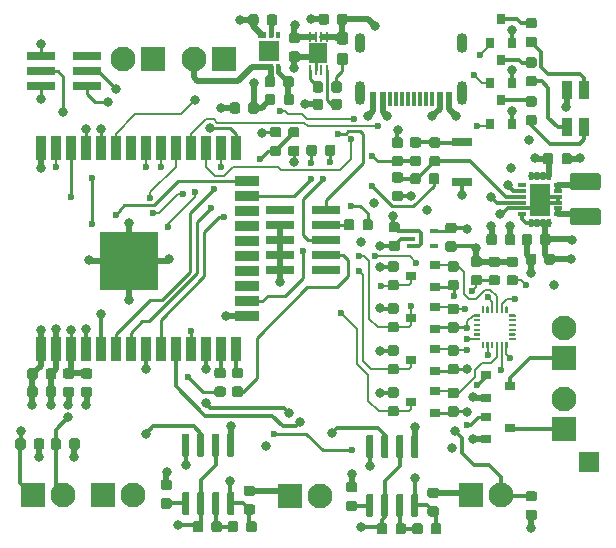
<source format=gbr>
G04 #@! TF.GenerationSoftware,KiCad,Pcbnew,(5.1.5)-2*
G04 #@! TF.CreationDate,2021-04-18T14:05:11+02:00*
G04 #@! TF.ProjectId,Versie2,56657273-6965-4322-9e6b-696361645f70,rev?*
G04 #@! TF.SameCoordinates,Original*
G04 #@! TF.FileFunction,Copper,L1,Top*
G04 #@! TF.FilePolarity,Positive*
%FSLAX46Y46*%
G04 Gerber Fmt 4.6, Leading zero omitted, Abs format (unit mm)*
G04 Created by KiCad (PCBNEW (5.1.5)-2) date 2021-04-18 14:05:11*
%MOMM*%
%LPD*%
G04 APERTURE LIST*
%ADD10C,0.100000*%
%ADD11R,2.400000X0.760000*%
%ADD12R,0.254000X0.812800*%
%ADD13R,1.549400X1.752600*%
%ADD14R,2.100000X2.100000*%
%ADD15C,2.100000*%
%ADD16R,1.800000X1.800000*%
%ADD17R,0.750000X0.500000*%
%ADD18R,0.400000X0.500000*%
%ADD19R,1.750000X2.750000*%
%ADD20R,0.300000X0.800000*%
%ADD21R,0.800000X0.300000*%
%ADD22R,0.600000X1.160000*%
%ADD23R,0.300000X1.160000*%
%ADD24O,0.900000X1.700000*%
%ADD25O,0.900000X2.000000*%
%ADD26R,0.900000X1.500000*%
%ADD27R,0.800000X0.900000*%
%ADD28R,0.900000X0.800000*%
%ADD29R,1.700000X0.800000*%
%ADD30R,5.000000X5.000000*%
%ADD31R,0.900000X2.000000*%
%ADD32R,2.000000X0.900000*%
%ADD33R,0.650000X0.400000*%
%ADD34R,1.700000X1.700000*%
%ADD35C,0.800000*%
%ADD36C,0.600000*%
%ADD37C,0.500000*%
%ADD38C,0.300000*%
%ADD39C,0.250000*%
%ADD40C,0.200000*%
%ADD41C,0.400000*%
G04 APERTURE END LIST*
G04 #@! TA.AperFunction,SMDPad,CuDef*
D10*
G36*
X87209691Y-55025053D02*
G01*
X87230926Y-55028203D01*
X87251750Y-55033419D01*
X87271962Y-55040651D01*
X87291368Y-55049830D01*
X87309781Y-55060866D01*
X87327024Y-55073654D01*
X87342930Y-55088070D01*
X87357346Y-55103976D01*
X87370134Y-55121219D01*
X87381170Y-55139632D01*
X87390349Y-55159038D01*
X87397581Y-55179250D01*
X87402797Y-55200074D01*
X87405947Y-55221309D01*
X87407000Y-55242750D01*
X87407000Y-55755250D01*
X87405947Y-55776691D01*
X87402797Y-55797926D01*
X87397581Y-55818750D01*
X87390349Y-55838962D01*
X87381170Y-55858368D01*
X87370134Y-55876781D01*
X87357346Y-55894024D01*
X87342930Y-55909930D01*
X87327024Y-55924346D01*
X87309781Y-55937134D01*
X87291368Y-55948170D01*
X87271962Y-55957349D01*
X87251750Y-55964581D01*
X87230926Y-55969797D01*
X87209691Y-55972947D01*
X87188250Y-55974000D01*
X86750750Y-55974000D01*
X86729309Y-55972947D01*
X86708074Y-55969797D01*
X86687250Y-55964581D01*
X86667038Y-55957349D01*
X86647632Y-55948170D01*
X86629219Y-55937134D01*
X86611976Y-55924346D01*
X86596070Y-55909930D01*
X86581654Y-55894024D01*
X86568866Y-55876781D01*
X86557830Y-55858368D01*
X86548651Y-55838962D01*
X86541419Y-55818750D01*
X86536203Y-55797926D01*
X86533053Y-55776691D01*
X86532000Y-55755250D01*
X86532000Y-55242750D01*
X86533053Y-55221309D01*
X86536203Y-55200074D01*
X86541419Y-55179250D01*
X86548651Y-55159038D01*
X86557830Y-55139632D01*
X86568866Y-55121219D01*
X86581654Y-55103976D01*
X86596070Y-55088070D01*
X86611976Y-55073654D01*
X86629219Y-55060866D01*
X86647632Y-55049830D01*
X86667038Y-55040651D01*
X86687250Y-55033419D01*
X86708074Y-55028203D01*
X86729309Y-55025053D01*
X86750750Y-55024000D01*
X87188250Y-55024000D01*
X87209691Y-55025053D01*
G37*
G04 #@! TD.AperFunction*
G04 #@! TA.AperFunction,SMDPad,CuDef*
G36*
X88784691Y-55025053D02*
G01*
X88805926Y-55028203D01*
X88826750Y-55033419D01*
X88846962Y-55040651D01*
X88866368Y-55049830D01*
X88884781Y-55060866D01*
X88902024Y-55073654D01*
X88917930Y-55088070D01*
X88932346Y-55103976D01*
X88945134Y-55121219D01*
X88956170Y-55139632D01*
X88965349Y-55159038D01*
X88972581Y-55179250D01*
X88977797Y-55200074D01*
X88980947Y-55221309D01*
X88982000Y-55242750D01*
X88982000Y-55755250D01*
X88980947Y-55776691D01*
X88977797Y-55797926D01*
X88972581Y-55818750D01*
X88965349Y-55838962D01*
X88956170Y-55858368D01*
X88945134Y-55876781D01*
X88932346Y-55894024D01*
X88917930Y-55909930D01*
X88902024Y-55924346D01*
X88884781Y-55937134D01*
X88866368Y-55948170D01*
X88846962Y-55957349D01*
X88826750Y-55964581D01*
X88805926Y-55969797D01*
X88784691Y-55972947D01*
X88763250Y-55974000D01*
X88325750Y-55974000D01*
X88304309Y-55972947D01*
X88283074Y-55969797D01*
X88262250Y-55964581D01*
X88242038Y-55957349D01*
X88222632Y-55948170D01*
X88204219Y-55937134D01*
X88186976Y-55924346D01*
X88171070Y-55909930D01*
X88156654Y-55894024D01*
X88143866Y-55876781D01*
X88132830Y-55858368D01*
X88123651Y-55838962D01*
X88116419Y-55818750D01*
X88111203Y-55797926D01*
X88108053Y-55776691D01*
X88107000Y-55755250D01*
X88107000Y-55242750D01*
X88108053Y-55221309D01*
X88111203Y-55200074D01*
X88116419Y-55179250D01*
X88123651Y-55159038D01*
X88132830Y-55139632D01*
X88143866Y-55121219D01*
X88156654Y-55103976D01*
X88171070Y-55088070D01*
X88186976Y-55073654D01*
X88204219Y-55060866D01*
X88222632Y-55049830D01*
X88242038Y-55040651D01*
X88262250Y-55033419D01*
X88283074Y-55028203D01*
X88304309Y-55025053D01*
X88325750Y-55024000D01*
X88763250Y-55024000D01*
X88784691Y-55025053D01*
G37*
G04 #@! TD.AperFunction*
D11*
X67595200Y-53340000D03*
X67595200Y-54610000D03*
X67595200Y-55880000D03*
X71495200Y-55880000D03*
X71495200Y-54610000D03*
X71495200Y-53340000D03*
D12*
X91834401Y-51698900D03*
X91334400Y-51698900D03*
X90834400Y-51698900D03*
X90334399Y-51698900D03*
X90334399Y-54492900D03*
X90834400Y-54492900D03*
X91334400Y-54492900D03*
X91834401Y-54492900D03*
D13*
X91084400Y-53095900D03*
D14*
X83058000Y-53594000D03*
D15*
X80518000Y-53594000D03*
G04 #@! TA.AperFunction,SMDPad,CuDef*
D10*
G36*
X93377179Y-53052044D02*
G01*
X93400234Y-53055463D01*
X93422843Y-53061127D01*
X93444787Y-53068979D01*
X93465857Y-53078944D01*
X93485848Y-53090926D01*
X93504568Y-53104810D01*
X93521838Y-53120462D01*
X93537490Y-53137732D01*
X93551374Y-53156452D01*
X93563356Y-53176443D01*
X93573321Y-53197513D01*
X93581173Y-53219457D01*
X93586837Y-53242066D01*
X93590256Y-53265121D01*
X93591400Y-53288400D01*
X93591400Y-53863400D01*
X93590256Y-53886679D01*
X93586837Y-53909734D01*
X93581173Y-53932343D01*
X93573321Y-53954287D01*
X93563356Y-53975357D01*
X93551374Y-53995348D01*
X93537490Y-54014068D01*
X93521838Y-54031338D01*
X93504568Y-54046990D01*
X93485848Y-54060874D01*
X93465857Y-54072856D01*
X93444787Y-54082821D01*
X93422843Y-54090673D01*
X93400234Y-54096337D01*
X93377179Y-54099756D01*
X93353900Y-54100900D01*
X92878900Y-54100900D01*
X92855621Y-54099756D01*
X92832566Y-54096337D01*
X92809957Y-54090673D01*
X92788013Y-54082821D01*
X92766943Y-54072856D01*
X92746952Y-54060874D01*
X92728232Y-54046990D01*
X92710962Y-54031338D01*
X92695310Y-54014068D01*
X92681426Y-53995348D01*
X92669444Y-53975357D01*
X92659479Y-53954287D01*
X92651627Y-53932343D01*
X92645963Y-53909734D01*
X92642544Y-53886679D01*
X92641400Y-53863400D01*
X92641400Y-53288400D01*
X92642544Y-53265121D01*
X92645963Y-53242066D01*
X92651627Y-53219457D01*
X92659479Y-53197513D01*
X92669444Y-53176443D01*
X92681426Y-53156452D01*
X92695310Y-53137732D01*
X92710962Y-53120462D01*
X92728232Y-53104810D01*
X92746952Y-53090926D01*
X92766943Y-53078944D01*
X92788013Y-53068979D01*
X92809957Y-53061127D01*
X92832566Y-53055463D01*
X92855621Y-53052044D01*
X92878900Y-53050900D01*
X93353900Y-53050900D01*
X93377179Y-53052044D01*
G37*
G04 #@! TD.AperFunction*
G04 #@! TA.AperFunction,SMDPad,CuDef*
G36*
X93377179Y-51302044D02*
G01*
X93400234Y-51305463D01*
X93422843Y-51311127D01*
X93444787Y-51318979D01*
X93465857Y-51328944D01*
X93485848Y-51340926D01*
X93504568Y-51354810D01*
X93521838Y-51370462D01*
X93537490Y-51387732D01*
X93551374Y-51406452D01*
X93563356Y-51426443D01*
X93573321Y-51447513D01*
X93581173Y-51469457D01*
X93586837Y-51492066D01*
X93590256Y-51515121D01*
X93591400Y-51538400D01*
X93591400Y-52113400D01*
X93590256Y-52136679D01*
X93586837Y-52159734D01*
X93581173Y-52182343D01*
X93573321Y-52204287D01*
X93563356Y-52225357D01*
X93551374Y-52245348D01*
X93537490Y-52264068D01*
X93521838Y-52281338D01*
X93504568Y-52296990D01*
X93485848Y-52310874D01*
X93465857Y-52322856D01*
X93444787Y-52332821D01*
X93422843Y-52340673D01*
X93400234Y-52346337D01*
X93377179Y-52349756D01*
X93353900Y-52350900D01*
X92878900Y-52350900D01*
X92855621Y-52349756D01*
X92832566Y-52346337D01*
X92809957Y-52340673D01*
X92788013Y-52332821D01*
X92766943Y-52322856D01*
X92746952Y-52310874D01*
X92728232Y-52296990D01*
X92710962Y-52281338D01*
X92695310Y-52264068D01*
X92681426Y-52245348D01*
X92669444Y-52225357D01*
X92659479Y-52204287D01*
X92651627Y-52182343D01*
X92645963Y-52159734D01*
X92642544Y-52136679D01*
X92641400Y-52113400D01*
X92641400Y-51538400D01*
X92642544Y-51515121D01*
X92645963Y-51492066D01*
X92651627Y-51469457D01*
X92659479Y-51447513D01*
X92669444Y-51426443D01*
X92681426Y-51406452D01*
X92695310Y-51387732D01*
X92710962Y-51370462D01*
X92728232Y-51354810D01*
X92746952Y-51340926D01*
X92766943Y-51328944D01*
X92788013Y-51318979D01*
X92809957Y-51311127D01*
X92832566Y-51305463D01*
X92855621Y-51302044D01*
X92878900Y-51300900D01*
X93353900Y-51300900D01*
X93377179Y-51302044D01*
G37*
G04 #@! TD.AperFunction*
D16*
X86908900Y-52870100D03*
D17*
X86308900Y-51520100D03*
D18*
X87083900Y-51520100D03*
X87683900Y-51520100D03*
X87683900Y-54220100D03*
X87083900Y-54220100D03*
D17*
X86308900Y-54220100D03*
D19*
X109855000Y-65474900D03*
D20*
X110605000Y-67474900D03*
X110105000Y-67474900D03*
X109605000Y-67474900D03*
X109105000Y-67474900D03*
D21*
X108355000Y-66724900D03*
X108355000Y-66224900D03*
X108355000Y-65724900D03*
X108355000Y-65224900D03*
X108355000Y-64724900D03*
X108355000Y-64224900D03*
D20*
X109105000Y-63474900D03*
X109605000Y-63474900D03*
X110105000Y-63474900D03*
X110605000Y-63474900D03*
D21*
X111355000Y-64224900D03*
X111355000Y-64724900D03*
X111355000Y-65224900D03*
X111355000Y-65724900D03*
X111355000Y-66224900D03*
X111355000Y-66724900D03*
D22*
X95733000Y-56993000D03*
X96533000Y-56993000D03*
X95733000Y-56993000D03*
X96533000Y-56993000D03*
X102133000Y-56993000D03*
X102133000Y-56993000D03*
X101333000Y-56993000D03*
X101333000Y-56993000D03*
D23*
X97183000Y-56993000D03*
X98183000Y-56993000D03*
X97683000Y-56993000D03*
X100183000Y-56993000D03*
X100683000Y-56993000D03*
X98683000Y-56993000D03*
X99183000Y-56993000D03*
X99683000Y-56993000D03*
D24*
X94613000Y-52243000D03*
X103253000Y-52243000D03*
D25*
X94613000Y-56413000D03*
X103253000Y-56413000D03*
D15*
X74549000Y-53594000D03*
D14*
X77089000Y-53594000D03*
D15*
X75388700Y-90489100D03*
D14*
X72848700Y-90489100D03*
D15*
X69432400Y-90489100D03*
D14*
X66892400Y-90489100D03*
D15*
X111900000Y-82360000D03*
D14*
X111900000Y-84900000D03*
X88711000Y-90539900D03*
D15*
X91251000Y-90539900D03*
X111900000Y-76360000D03*
D14*
X111900000Y-78900000D03*
G04 #@! TA.AperFunction,SMDPad,CuDef*
D10*
G36*
X114764504Y-63239604D02*
G01*
X114788773Y-63243204D01*
X114812571Y-63249165D01*
X114835671Y-63257430D01*
X114857849Y-63267920D01*
X114878893Y-63280533D01*
X114898598Y-63295147D01*
X114916777Y-63311623D01*
X114933253Y-63329802D01*
X114947867Y-63349507D01*
X114960480Y-63370551D01*
X114970970Y-63392729D01*
X114979235Y-63415829D01*
X114985196Y-63439627D01*
X114988796Y-63463896D01*
X114990000Y-63488400D01*
X114990000Y-64413400D01*
X114988796Y-64437904D01*
X114985196Y-64462173D01*
X114979235Y-64485971D01*
X114970970Y-64509071D01*
X114960480Y-64531249D01*
X114947867Y-64552293D01*
X114933253Y-64571998D01*
X114916777Y-64590177D01*
X114898598Y-64606653D01*
X114878893Y-64621267D01*
X114857849Y-64633880D01*
X114835671Y-64644370D01*
X114812571Y-64652635D01*
X114788773Y-64658596D01*
X114764504Y-64662196D01*
X114740000Y-64663400D01*
X112590000Y-64663400D01*
X112565496Y-64662196D01*
X112541227Y-64658596D01*
X112517429Y-64652635D01*
X112494329Y-64644370D01*
X112472151Y-64633880D01*
X112451107Y-64621267D01*
X112431402Y-64606653D01*
X112413223Y-64590177D01*
X112396747Y-64571998D01*
X112382133Y-64552293D01*
X112369520Y-64531249D01*
X112359030Y-64509071D01*
X112350765Y-64485971D01*
X112344804Y-64462173D01*
X112341204Y-64437904D01*
X112340000Y-64413400D01*
X112340000Y-63488400D01*
X112341204Y-63463896D01*
X112344804Y-63439627D01*
X112350765Y-63415829D01*
X112359030Y-63392729D01*
X112369520Y-63370551D01*
X112382133Y-63349507D01*
X112396747Y-63329802D01*
X112413223Y-63311623D01*
X112431402Y-63295147D01*
X112451107Y-63280533D01*
X112472151Y-63267920D01*
X112494329Y-63257430D01*
X112517429Y-63249165D01*
X112541227Y-63243204D01*
X112565496Y-63239604D01*
X112590000Y-63238400D01*
X114740000Y-63238400D01*
X114764504Y-63239604D01*
G37*
G04 #@! TD.AperFunction*
G04 #@! TA.AperFunction,SMDPad,CuDef*
G36*
X114764504Y-66214604D02*
G01*
X114788773Y-66218204D01*
X114812571Y-66224165D01*
X114835671Y-66232430D01*
X114857849Y-66242920D01*
X114878893Y-66255533D01*
X114898598Y-66270147D01*
X114916777Y-66286623D01*
X114933253Y-66304802D01*
X114947867Y-66324507D01*
X114960480Y-66345551D01*
X114970970Y-66367729D01*
X114979235Y-66390829D01*
X114985196Y-66414627D01*
X114988796Y-66438896D01*
X114990000Y-66463400D01*
X114990000Y-67388400D01*
X114988796Y-67412904D01*
X114985196Y-67437173D01*
X114979235Y-67460971D01*
X114970970Y-67484071D01*
X114960480Y-67506249D01*
X114947867Y-67527293D01*
X114933253Y-67546998D01*
X114916777Y-67565177D01*
X114898598Y-67581653D01*
X114878893Y-67596267D01*
X114857849Y-67608880D01*
X114835671Y-67619370D01*
X114812571Y-67627635D01*
X114788773Y-67633596D01*
X114764504Y-67637196D01*
X114740000Y-67638400D01*
X112590000Y-67638400D01*
X112565496Y-67637196D01*
X112541227Y-67633596D01*
X112517429Y-67627635D01*
X112494329Y-67619370D01*
X112472151Y-67608880D01*
X112451107Y-67596267D01*
X112431402Y-67581653D01*
X112413223Y-67565177D01*
X112396747Y-67546998D01*
X112382133Y-67527293D01*
X112369520Y-67506249D01*
X112359030Y-67484071D01*
X112350765Y-67460971D01*
X112344804Y-67437173D01*
X112341204Y-67412904D01*
X112340000Y-67388400D01*
X112340000Y-66463400D01*
X112341204Y-66438896D01*
X112344804Y-66414627D01*
X112350765Y-66390829D01*
X112359030Y-66367729D01*
X112369520Y-66345551D01*
X112382133Y-66324507D01*
X112396747Y-66304802D01*
X112413223Y-66286623D01*
X112431402Y-66270147D01*
X112451107Y-66255533D01*
X112472151Y-66242920D01*
X112494329Y-66232430D01*
X112517429Y-66224165D01*
X112541227Y-66218204D01*
X112565496Y-66214604D01*
X112590000Y-66213400D01*
X114740000Y-66213400D01*
X114764504Y-66214604D01*
G37*
G04 #@! TD.AperFunction*
D26*
X112089500Y-56235000D03*
X112089500Y-59335000D03*
X113589500Y-56235000D03*
X113589500Y-59335000D03*
D27*
X106550200Y-53648100D03*
X107500200Y-55648100D03*
X105600200Y-55648100D03*
D28*
X107300000Y-84800000D03*
X105300000Y-85750000D03*
X105300000Y-83850000D03*
D27*
X106550200Y-57077100D03*
X107500200Y-59077100D03*
X105600200Y-59077100D03*
X106550200Y-50219100D03*
X107500200Y-52219100D03*
X105600200Y-52219100D03*
D28*
X98930200Y-79057500D03*
X100930200Y-78107500D03*
X100930200Y-80007500D03*
X100930200Y-76451500D03*
X100930200Y-74551500D03*
X98930200Y-75501500D03*
X100930200Y-83563500D03*
X100930200Y-81663500D03*
X98930200Y-82613500D03*
X98930200Y-71945500D03*
X100930200Y-70995500D03*
X100930200Y-72895500D03*
X105300000Y-80350000D03*
X105300000Y-82250000D03*
X107300000Y-81300000D03*
D29*
X103225600Y-60628800D03*
X103225600Y-64028800D03*
D30*
X75064000Y-70644000D03*
D31*
X67564000Y-78144000D03*
X68834000Y-78144000D03*
X70104000Y-78144000D03*
X71374000Y-78144000D03*
X72644000Y-78144000D03*
X73914000Y-78144000D03*
X75184000Y-78144000D03*
X76454000Y-78144000D03*
X77724000Y-78144000D03*
X78994000Y-78144000D03*
X80264000Y-78144000D03*
X81534000Y-78144000D03*
X82804000Y-78144000D03*
X84074000Y-78144000D03*
D32*
X85074000Y-75359000D03*
X85074000Y-74089000D03*
X85074000Y-72819000D03*
X85074000Y-71549000D03*
X85074000Y-70279000D03*
X85074000Y-69009000D03*
X85074000Y-67739000D03*
X85074000Y-66469000D03*
X85074000Y-65199000D03*
X85074000Y-63929000D03*
D31*
X84074000Y-61144000D03*
X82804000Y-61144000D03*
X81534000Y-61144000D03*
X80264000Y-61144000D03*
X78994000Y-61144000D03*
X77724000Y-61144000D03*
X76454000Y-61144000D03*
X75184000Y-61144000D03*
X73914000Y-61144000D03*
X72644000Y-61144000D03*
X71374000Y-61144000D03*
X70104000Y-61144000D03*
X68834000Y-61144000D03*
X67564000Y-61144000D03*
D33*
X98950000Y-68150000D03*
X98950000Y-69450000D03*
X98950000Y-68800000D03*
X100850000Y-69450000D03*
X100850000Y-68150000D03*
G04 #@! TA.AperFunction,SMDPad,CuDef*
D10*
G36*
X107729901Y-77200241D02*
G01*
X107734755Y-77200961D01*
X107739514Y-77202153D01*
X107744134Y-77203806D01*
X107748570Y-77205904D01*
X107752779Y-77208427D01*
X107756720Y-77211349D01*
X107760355Y-77214645D01*
X107763651Y-77218280D01*
X107766573Y-77222221D01*
X107769096Y-77226430D01*
X107771194Y-77230866D01*
X107772847Y-77235486D01*
X107774039Y-77240245D01*
X107774759Y-77245099D01*
X107775000Y-77250000D01*
X107775000Y-77350000D01*
X107774759Y-77354901D01*
X107774039Y-77359755D01*
X107772847Y-77364514D01*
X107771194Y-77369134D01*
X107769096Y-77373570D01*
X107766573Y-77377779D01*
X107763651Y-77381720D01*
X107760355Y-77385355D01*
X107756720Y-77388651D01*
X107752779Y-77391573D01*
X107748570Y-77394096D01*
X107744134Y-77396194D01*
X107739514Y-77397847D01*
X107734755Y-77399039D01*
X107729901Y-77399759D01*
X107725000Y-77400000D01*
X107275000Y-77400000D01*
X107270099Y-77399759D01*
X107265245Y-77399039D01*
X107260486Y-77397847D01*
X107255866Y-77396194D01*
X107251430Y-77394096D01*
X107247221Y-77391573D01*
X107243280Y-77388651D01*
X107239645Y-77385355D01*
X107236349Y-77381720D01*
X107233427Y-77377779D01*
X107230904Y-77373570D01*
X107228806Y-77369134D01*
X107227153Y-77364514D01*
X107225961Y-77359755D01*
X107225241Y-77354901D01*
X107225000Y-77350000D01*
X107225000Y-77250000D01*
X107225241Y-77245099D01*
X107225961Y-77240245D01*
X107227153Y-77235486D01*
X107228806Y-77230866D01*
X107230904Y-77226430D01*
X107233427Y-77222221D01*
X107236349Y-77218280D01*
X107239645Y-77214645D01*
X107243280Y-77211349D01*
X107247221Y-77208427D01*
X107251430Y-77205904D01*
X107255866Y-77203806D01*
X107260486Y-77202153D01*
X107265245Y-77200961D01*
X107270099Y-77200241D01*
X107275000Y-77200000D01*
X107725000Y-77200000D01*
X107729901Y-77200241D01*
G37*
G04 #@! TD.AperFunction*
G04 #@! TA.AperFunction,SMDPad,CuDef*
G36*
X107729901Y-76800241D02*
G01*
X107734755Y-76800961D01*
X107739514Y-76802153D01*
X107744134Y-76803806D01*
X107748570Y-76805904D01*
X107752779Y-76808427D01*
X107756720Y-76811349D01*
X107760355Y-76814645D01*
X107763651Y-76818280D01*
X107766573Y-76822221D01*
X107769096Y-76826430D01*
X107771194Y-76830866D01*
X107772847Y-76835486D01*
X107774039Y-76840245D01*
X107774759Y-76845099D01*
X107775000Y-76850000D01*
X107775000Y-76950000D01*
X107774759Y-76954901D01*
X107774039Y-76959755D01*
X107772847Y-76964514D01*
X107771194Y-76969134D01*
X107769096Y-76973570D01*
X107766573Y-76977779D01*
X107763651Y-76981720D01*
X107760355Y-76985355D01*
X107756720Y-76988651D01*
X107752779Y-76991573D01*
X107748570Y-76994096D01*
X107744134Y-76996194D01*
X107739514Y-76997847D01*
X107734755Y-76999039D01*
X107729901Y-76999759D01*
X107725000Y-77000000D01*
X107275000Y-77000000D01*
X107270099Y-76999759D01*
X107265245Y-76999039D01*
X107260486Y-76997847D01*
X107255866Y-76996194D01*
X107251430Y-76994096D01*
X107247221Y-76991573D01*
X107243280Y-76988651D01*
X107239645Y-76985355D01*
X107236349Y-76981720D01*
X107233427Y-76977779D01*
X107230904Y-76973570D01*
X107228806Y-76969134D01*
X107227153Y-76964514D01*
X107225961Y-76959755D01*
X107225241Y-76954901D01*
X107225000Y-76950000D01*
X107225000Y-76850000D01*
X107225241Y-76845099D01*
X107225961Y-76840245D01*
X107227153Y-76835486D01*
X107228806Y-76830866D01*
X107230904Y-76826430D01*
X107233427Y-76822221D01*
X107236349Y-76818280D01*
X107239645Y-76814645D01*
X107243280Y-76811349D01*
X107247221Y-76808427D01*
X107251430Y-76805904D01*
X107255866Y-76803806D01*
X107260486Y-76802153D01*
X107265245Y-76800961D01*
X107270099Y-76800241D01*
X107275000Y-76800000D01*
X107725000Y-76800000D01*
X107729901Y-76800241D01*
G37*
G04 #@! TD.AperFunction*
G04 #@! TA.AperFunction,SMDPad,CuDef*
G36*
X107729901Y-76400241D02*
G01*
X107734755Y-76400961D01*
X107739514Y-76402153D01*
X107744134Y-76403806D01*
X107748570Y-76405904D01*
X107752779Y-76408427D01*
X107756720Y-76411349D01*
X107760355Y-76414645D01*
X107763651Y-76418280D01*
X107766573Y-76422221D01*
X107769096Y-76426430D01*
X107771194Y-76430866D01*
X107772847Y-76435486D01*
X107774039Y-76440245D01*
X107774759Y-76445099D01*
X107775000Y-76450000D01*
X107775000Y-76550000D01*
X107774759Y-76554901D01*
X107774039Y-76559755D01*
X107772847Y-76564514D01*
X107771194Y-76569134D01*
X107769096Y-76573570D01*
X107766573Y-76577779D01*
X107763651Y-76581720D01*
X107760355Y-76585355D01*
X107756720Y-76588651D01*
X107752779Y-76591573D01*
X107748570Y-76594096D01*
X107744134Y-76596194D01*
X107739514Y-76597847D01*
X107734755Y-76599039D01*
X107729901Y-76599759D01*
X107725000Y-76600000D01*
X107275000Y-76600000D01*
X107270099Y-76599759D01*
X107265245Y-76599039D01*
X107260486Y-76597847D01*
X107255866Y-76596194D01*
X107251430Y-76594096D01*
X107247221Y-76591573D01*
X107243280Y-76588651D01*
X107239645Y-76585355D01*
X107236349Y-76581720D01*
X107233427Y-76577779D01*
X107230904Y-76573570D01*
X107228806Y-76569134D01*
X107227153Y-76564514D01*
X107225961Y-76559755D01*
X107225241Y-76554901D01*
X107225000Y-76550000D01*
X107225000Y-76450000D01*
X107225241Y-76445099D01*
X107225961Y-76440245D01*
X107227153Y-76435486D01*
X107228806Y-76430866D01*
X107230904Y-76426430D01*
X107233427Y-76422221D01*
X107236349Y-76418280D01*
X107239645Y-76414645D01*
X107243280Y-76411349D01*
X107247221Y-76408427D01*
X107251430Y-76405904D01*
X107255866Y-76403806D01*
X107260486Y-76402153D01*
X107265245Y-76400961D01*
X107270099Y-76400241D01*
X107275000Y-76400000D01*
X107725000Y-76400000D01*
X107729901Y-76400241D01*
G37*
G04 #@! TD.AperFunction*
G04 #@! TA.AperFunction,SMDPad,CuDef*
G36*
X107729901Y-76000241D02*
G01*
X107734755Y-76000961D01*
X107739514Y-76002153D01*
X107744134Y-76003806D01*
X107748570Y-76005904D01*
X107752779Y-76008427D01*
X107756720Y-76011349D01*
X107760355Y-76014645D01*
X107763651Y-76018280D01*
X107766573Y-76022221D01*
X107769096Y-76026430D01*
X107771194Y-76030866D01*
X107772847Y-76035486D01*
X107774039Y-76040245D01*
X107774759Y-76045099D01*
X107775000Y-76050000D01*
X107775000Y-76150000D01*
X107774759Y-76154901D01*
X107774039Y-76159755D01*
X107772847Y-76164514D01*
X107771194Y-76169134D01*
X107769096Y-76173570D01*
X107766573Y-76177779D01*
X107763651Y-76181720D01*
X107760355Y-76185355D01*
X107756720Y-76188651D01*
X107752779Y-76191573D01*
X107748570Y-76194096D01*
X107744134Y-76196194D01*
X107739514Y-76197847D01*
X107734755Y-76199039D01*
X107729901Y-76199759D01*
X107725000Y-76200000D01*
X107275000Y-76200000D01*
X107270099Y-76199759D01*
X107265245Y-76199039D01*
X107260486Y-76197847D01*
X107255866Y-76196194D01*
X107251430Y-76194096D01*
X107247221Y-76191573D01*
X107243280Y-76188651D01*
X107239645Y-76185355D01*
X107236349Y-76181720D01*
X107233427Y-76177779D01*
X107230904Y-76173570D01*
X107228806Y-76169134D01*
X107227153Y-76164514D01*
X107225961Y-76159755D01*
X107225241Y-76154901D01*
X107225000Y-76150000D01*
X107225000Y-76050000D01*
X107225241Y-76045099D01*
X107225961Y-76040245D01*
X107227153Y-76035486D01*
X107228806Y-76030866D01*
X107230904Y-76026430D01*
X107233427Y-76022221D01*
X107236349Y-76018280D01*
X107239645Y-76014645D01*
X107243280Y-76011349D01*
X107247221Y-76008427D01*
X107251430Y-76005904D01*
X107255866Y-76003806D01*
X107260486Y-76002153D01*
X107265245Y-76000961D01*
X107270099Y-76000241D01*
X107275000Y-76000000D01*
X107725000Y-76000000D01*
X107729901Y-76000241D01*
G37*
G04 #@! TD.AperFunction*
G04 #@! TA.AperFunction,SMDPad,CuDef*
G36*
X107729901Y-75600241D02*
G01*
X107734755Y-75600961D01*
X107739514Y-75602153D01*
X107744134Y-75603806D01*
X107748570Y-75605904D01*
X107752779Y-75608427D01*
X107756720Y-75611349D01*
X107760355Y-75614645D01*
X107763651Y-75618280D01*
X107766573Y-75622221D01*
X107769096Y-75626430D01*
X107771194Y-75630866D01*
X107772847Y-75635486D01*
X107774039Y-75640245D01*
X107774759Y-75645099D01*
X107775000Y-75650000D01*
X107775000Y-75750000D01*
X107774759Y-75754901D01*
X107774039Y-75759755D01*
X107772847Y-75764514D01*
X107771194Y-75769134D01*
X107769096Y-75773570D01*
X107766573Y-75777779D01*
X107763651Y-75781720D01*
X107760355Y-75785355D01*
X107756720Y-75788651D01*
X107752779Y-75791573D01*
X107748570Y-75794096D01*
X107744134Y-75796194D01*
X107739514Y-75797847D01*
X107734755Y-75799039D01*
X107729901Y-75799759D01*
X107725000Y-75800000D01*
X107275000Y-75800000D01*
X107270099Y-75799759D01*
X107265245Y-75799039D01*
X107260486Y-75797847D01*
X107255866Y-75796194D01*
X107251430Y-75794096D01*
X107247221Y-75791573D01*
X107243280Y-75788651D01*
X107239645Y-75785355D01*
X107236349Y-75781720D01*
X107233427Y-75777779D01*
X107230904Y-75773570D01*
X107228806Y-75769134D01*
X107227153Y-75764514D01*
X107225961Y-75759755D01*
X107225241Y-75754901D01*
X107225000Y-75750000D01*
X107225000Y-75650000D01*
X107225241Y-75645099D01*
X107225961Y-75640245D01*
X107227153Y-75635486D01*
X107228806Y-75630866D01*
X107230904Y-75626430D01*
X107233427Y-75622221D01*
X107236349Y-75618280D01*
X107239645Y-75614645D01*
X107243280Y-75611349D01*
X107247221Y-75608427D01*
X107251430Y-75605904D01*
X107255866Y-75603806D01*
X107260486Y-75602153D01*
X107265245Y-75600961D01*
X107270099Y-75600241D01*
X107275000Y-75600000D01*
X107725000Y-75600000D01*
X107729901Y-75600241D01*
G37*
G04 #@! TD.AperFunction*
G04 #@! TA.AperFunction,SMDPad,CuDef*
G36*
X107729901Y-75200241D02*
G01*
X107734755Y-75200961D01*
X107739514Y-75202153D01*
X107744134Y-75203806D01*
X107748570Y-75205904D01*
X107752779Y-75208427D01*
X107756720Y-75211349D01*
X107760355Y-75214645D01*
X107763651Y-75218280D01*
X107766573Y-75222221D01*
X107769096Y-75226430D01*
X107771194Y-75230866D01*
X107772847Y-75235486D01*
X107774039Y-75240245D01*
X107774759Y-75245099D01*
X107775000Y-75250000D01*
X107775000Y-75350000D01*
X107774759Y-75354901D01*
X107774039Y-75359755D01*
X107772847Y-75364514D01*
X107771194Y-75369134D01*
X107769096Y-75373570D01*
X107766573Y-75377779D01*
X107763651Y-75381720D01*
X107760355Y-75385355D01*
X107756720Y-75388651D01*
X107752779Y-75391573D01*
X107748570Y-75394096D01*
X107744134Y-75396194D01*
X107739514Y-75397847D01*
X107734755Y-75399039D01*
X107729901Y-75399759D01*
X107725000Y-75400000D01*
X107275000Y-75400000D01*
X107270099Y-75399759D01*
X107265245Y-75399039D01*
X107260486Y-75397847D01*
X107255866Y-75396194D01*
X107251430Y-75394096D01*
X107247221Y-75391573D01*
X107243280Y-75388651D01*
X107239645Y-75385355D01*
X107236349Y-75381720D01*
X107233427Y-75377779D01*
X107230904Y-75373570D01*
X107228806Y-75369134D01*
X107227153Y-75364514D01*
X107225961Y-75359755D01*
X107225241Y-75354901D01*
X107225000Y-75350000D01*
X107225000Y-75250000D01*
X107225241Y-75245099D01*
X107225961Y-75240245D01*
X107227153Y-75235486D01*
X107228806Y-75230866D01*
X107230904Y-75226430D01*
X107233427Y-75222221D01*
X107236349Y-75218280D01*
X107239645Y-75214645D01*
X107243280Y-75211349D01*
X107247221Y-75208427D01*
X107251430Y-75205904D01*
X107255866Y-75203806D01*
X107260486Y-75202153D01*
X107265245Y-75200961D01*
X107270099Y-75200241D01*
X107275000Y-75200000D01*
X107725000Y-75200000D01*
X107729901Y-75200241D01*
G37*
G04 #@! TD.AperFunction*
G04 #@! TA.AperFunction,SMDPad,CuDef*
G36*
X107054901Y-74525241D02*
G01*
X107059755Y-74525961D01*
X107064514Y-74527153D01*
X107069134Y-74528806D01*
X107073570Y-74530904D01*
X107077779Y-74533427D01*
X107081720Y-74536349D01*
X107085355Y-74539645D01*
X107088651Y-74543280D01*
X107091573Y-74547221D01*
X107094096Y-74551430D01*
X107096194Y-74555866D01*
X107097847Y-74560486D01*
X107099039Y-74565245D01*
X107099759Y-74570099D01*
X107100000Y-74575000D01*
X107100000Y-75025000D01*
X107099759Y-75029901D01*
X107099039Y-75034755D01*
X107097847Y-75039514D01*
X107096194Y-75044134D01*
X107094096Y-75048570D01*
X107091573Y-75052779D01*
X107088651Y-75056720D01*
X107085355Y-75060355D01*
X107081720Y-75063651D01*
X107077779Y-75066573D01*
X107073570Y-75069096D01*
X107069134Y-75071194D01*
X107064514Y-75072847D01*
X107059755Y-75074039D01*
X107054901Y-75074759D01*
X107050000Y-75075000D01*
X106950000Y-75075000D01*
X106945099Y-75074759D01*
X106940245Y-75074039D01*
X106935486Y-75072847D01*
X106930866Y-75071194D01*
X106926430Y-75069096D01*
X106922221Y-75066573D01*
X106918280Y-75063651D01*
X106914645Y-75060355D01*
X106911349Y-75056720D01*
X106908427Y-75052779D01*
X106905904Y-75048570D01*
X106903806Y-75044134D01*
X106902153Y-75039514D01*
X106900961Y-75034755D01*
X106900241Y-75029901D01*
X106900000Y-75025000D01*
X106900000Y-74575000D01*
X106900241Y-74570099D01*
X106900961Y-74565245D01*
X106902153Y-74560486D01*
X106903806Y-74555866D01*
X106905904Y-74551430D01*
X106908427Y-74547221D01*
X106911349Y-74543280D01*
X106914645Y-74539645D01*
X106918280Y-74536349D01*
X106922221Y-74533427D01*
X106926430Y-74530904D01*
X106930866Y-74528806D01*
X106935486Y-74527153D01*
X106940245Y-74525961D01*
X106945099Y-74525241D01*
X106950000Y-74525000D01*
X107050000Y-74525000D01*
X107054901Y-74525241D01*
G37*
G04 #@! TD.AperFunction*
G04 #@! TA.AperFunction,SMDPad,CuDef*
G36*
X106654901Y-74525241D02*
G01*
X106659755Y-74525961D01*
X106664514Y-74527153D01*
X106669134Y-74528806D01*
X106673570Y-74530904D01*
X106677779Y-74533427D01*
X106681720Y-74536349D01*
X106685355Y-74539645D01*
X106688651Y-74543280D01*
X106691573Y-74547221D01*
X106694096Y-74551430D01*
X106696194Y-74555866D01*
X106697847Y-74560486D01*
X106699039Y-74565245D01*
X106699759Y-74570099D01*
X106700000Y-74575000D01*
X106700000Y-75025000D01*
X106699759Y-75029901D01*
X106699039Y-75034755D01*
X106697847Y-75039514D01*
X106696194Y-75044134D01*
X106694096Y-75048570D01*
X106691573Y-75052779D01*
X106688651Y-75056720D01*
X106685355Y-75060355D01*
X106681720Y-75063651D01*
X106677779Y-75066573D01*
X106673570Y-75069096D01*
X106669134Y-75071194D01*
X106664514Y-75072847D01*
X106659755Y-75074039D01*
X106654901Y-75074759D01*
X106650000Y-75075000D01*
X106550000Y-75075000D01*
X106545099Y-75074759D01*
X106540245Y-75074039D01*
X106535486Y-75072847D01*
X106530866Y-75071194D01*
X106526430Y-75069096D01*
X106522221Y-75066573D01*
X106518280Y-75063651D01*
X106514645Y-75060355D01*
X106511349Y-75056720D01*
X106508427Y-75052779D01*
X106505904Y-75048570D01*
X106503806Y-75044134D01*
X106502153Y-75039514D01*
X106500961Y-75034755D01*
X106500241Y-75029901D01*
X106500000Y-75025000D01*
X106500000Y-74575000D01*
X106500241Y-74570099D01*
X106500961Y-74565245D01*
X106502153Y-74560486D01*
X106503806Y-74555866D01*
X106505904Y-74551430D01*
X106508427Y-74547221D01*
X106511349Y-74543280D01*
X106514645Y-74539645D01*
X106518280Y-74536349D01*
X106522221Y-74533427D01*
X106526430Y-74530904D01*
X106530866Y-74528806D01*
X106535486Y-74527153D01*
X106540245Y-74525961D01*
X106545099Y-74525241D01*
X106550000Y-74525000D01*
X106650000Y-74525000D01*
X106654901Y-74525241D01*
G37*
G04 #@! TD.AperFunction*
G04 #@! TA.AperFunction,SMDPad,CuDef*
G36*
X106254901Y-74525241D02*
G01*
X106259755Y-74525961D01*
X106264514Y-74527153D01*
X106269134Y-74528806D01*
X106273570Y-74530904D01*
X106277779Y-74533427D01*
X106281720Y-74536349D01*
X106285355Y-74539645D01*
X106288651Y-74543280D01*
X106291573Y-74547221D01*
X106294096Y-74551430D01*
X106296194Y-74555866D01*
X106297847Y-74560486D01*
X106299039Y-74565245D01*
X106299759Y-74570099D01*
X106300000Y-74575000D01*
X106300000Y-75025000D01*
X106299759Y-75029901D01*
X106299039Y-75034755D01*
X106297847Y-75039514D01*
X106296194Y-75044134D01*
X106294096Y-75048570D01*
X106291573Y-75052779D01*
X106288651Y-75056720D01*
X106285355Y-75060355D01*
X106281720Y-75063651D01*
X106277779Y-75066573D01*
X106273570Y-75069096D01*
X106269134Y-75071194D01*
X106264514Y-75072847D01*
X106259755Y-75074039D01*
X106254901Y-75074759D01*
X106250000Y-75075000D01*
X106150000Y-75075000D01*
X106145099Y-75074759D01*
X106140245Y-75074039D01*
X106135486Y-75072847D01*
X106130866Y-75071194D01*
X106126430Y-75069096D01*
X106122221Y-75066573D01*
X106118280Y-75063651D01*
X106114645Y-75060355D01*
X106111349Y-75056720D01*
X106108427Y-75052779D01*
X106105904Y-75048570D01*
X106103806Y-75044134D01*
X106102153Y-75039514D01*
X106100961Y-75034755D01*
X106100241Y-75029901D01*
X106100000Y-75025000D01*
X106100000Y-74575000D01*
X106100241Y-74570099D01*
X106100961Y-74565245D01*
X106102153Y-74560486D01*
X106103806Y-74555866D01*
X106105904Y-74551430D01*
X106108427Y-74547221D01*
X106111349Y-74543280D01*
X106114645Y-74539645D01*
X106118280Y-74536349D01*
X106122221Y-74533427D01*
X106126430Y-74530904D01*
X106130866Y-74528806D01*
X106135486Y-74527153D01*
X106140245Y-74525961D01*
X106145099Y-74525241D01*
X106150000Y-74525000D01*
X106250000Y-74525000D01*
X106254901Y-74525241D01*
G37*
G04 #@! TD.AperFunction*
G04 #@! TA.AperFunction,SMDPad,CuDef*
G36*
X105854901Y-74525241D02*
G01*
X105859755Y-74525961D01*
X105864514Y-74527153D01*
X105869134Y-74528806D01*
X105873570Y-74530904D01*
X105877779Y-74533427D01*
X105881720Y-74536349D01*
X105885355Y-74539645D01*
X105888651Y-74543280D01*
X105891573Y-74547221D01*
X105894096Y-74551430D01*
X105896194Y-74555866D01*
X105897847Y-74560486D01*
X105899039Y-74565245D01*
X105899759Y-74570099D01*
X105900000Y-74575000D01*
X105900000Y-75025000D01*
X105899759Y-75029901D01*
X105899039Y-75034755D01*
X105897847Y-75039514D01*
X105896194Y-75044134D01*
X105894096Y-75048570D01*
X105891573Y-75052779D01*
X105888651Y-75056720D01*
X105885355Y-75060355D01*
X105881720Y-75063651D01*
X105877779Y-75066573D01*
X105873570Y-75069096D01*
X105869134Y-75071194D01*
X105864514Y-75072847D01*
X105859755Y-75074039D01*
X105854901Y-75074759D01*
X105850000Y-75075000D01*
X105750000Y-75075000D01*
X105745099Y-75074759D01*
X105740245Y-75074039D01*
X105735486Y-75072847D01*
X105730866Y-75071194D01*
X105726430Y-75069096D01*
X105722221Y-75066573D01*
X105718280Y-75063651D01*
X105714645Y-75060355D01*
X105711349Y-75056720D01*
X105708427Y-75052779D01*
X105705904Y-75048570D01*
X105703806Y-75044134D01*
X105702153Y-75039514D01*
X105700961Y-75034755D01*
X105700241Y-75029901D01*
X105700000Y-75025000D01*
X105700000Y-74575000D01*
X105700241Y-74570099D01*
X105700961Y-74565245D01*
X105702153Y-74560486D01*
X105703806Y-74555866D01*
X105705904Y-74551430D01*
X105708427Y-74547221D01*
X105711349Y-74543280D01*
X105714645Y-74539645D01*
X105718280Y-74536349D01*
X105722221Y-74533427D01*
X105726430Y-74530904D01*
X105730866Y-74528806D01*
X105735486Y-74527153D01*
X105740245Y-74525961D01*
X105745099Y-74525241D01*
X105750000Y-74525000D01*
X105850000Y-74525000D01*
X105854901Y-74525241D01*
G37*
G04 #@! TD.AperFunction*
G04 #@! TA.AperFunction,SMDPad,CuDef*
G36*
X105454901Y-74525241D02*
G01*
X105459755Y-74525961D01*
X105464514Y-74527153D01*
X105469134Y-74528806D01*
X105473570Y-74530904D01*
X105477779Y-74533427D01*
X105481720Y-74536349D01*
X105485355Y-74539645D01*
X105488651Y-74543280D01*
X105491573Y-74547221D01*
X105494096Y-74551430D01*
X105496194Y-74555866D01*
X105497847Y-74560486D01*
X105499039Y-74565245D01*
X105499759Y-74570099D01*
X105500000Y-74575000D01*
X105500000Y-75025000D01*
X105499759Y-75029901D01*
X105499039Y-75034755D01*
X105497847Y-75039514D01*
X105496194Y-75044134D01*
X105494096Y-75048570D01*
X105491573Y-75052779D01*
X105488651Y-75056720D01*
X105485355Y-75060355D01*
X105481720Y-75063651D01*
X105477779Y-75066573D01*
X105473570Y-75069096D01*
X105469134Y-75071194D01*
X105464514Y-75072847D01*
X105459755Y-75074039D01*
X105454901Y-75074759D01*
X105450000Y-75075000D01*
X105350000Y-75075000D01*
X105345099Y-75074759D01*
X105340245Y-75074039D01*
X105335486Y-75072847D01*
X105330866Y-75071194D01*
X105326430Y-75069096D01*
X105322221Y-75066573D01*
X105318280Y-75063651D01*
X105314645Y-75060355D01*
X105311349Y-75056720D01*
X105308427Y-75052779D01*
X105305904Y-75048570D01*
X105303806Y-75044134D01*
X105302153Y-75039514D01*
X105300961Y-75034755D01*
X105300241Y-75029901D01*
X105300000Y-75025000D01*
X105300000Y-74575000D01*
X105300241Y-74570099D01*
X105300961Y-74565245D01*
X105302153Y-74560486D01*
X105303806Y-74555866D01*
X105305904Y-74551430D01*
X105308427Y-74547221D01*
X105311349Y-74543280D01*
X105314645Y-74539645D01*
X105318280Y-74536349D01*
X105322221Y-74533427D01*
X105326430Y-74530904D01*
X105330866Y-74528806D01*
X105335486Y-74527153D01*
X105340245Y-74525961D01*
X105345099Y-74525241D01*
X105350000Y-74525000D01*
X105450000Y-74525000D01*
X105454901Y-74525241D01*
G37*
G04 #@! TD.AperFunction*
G04 #@! TA.AperFunction,SMDPad,CuDef*
G36*
X105054901Y-74525241D02*
G01*
X105059755Y-74525961D01*
X105064514Y-74527153D01*
X105069134Y-74528806D01*
X105073570Y-74530904D01*
X105077779Y-74533427D01*
X105081720Y-74536349D01*
X105085355Y-74539645D01*
X105088651Y-74543280D01*
X105091573Y-74547221D01*
X105094096Y-74551430D01*
X105096194Y-74555866D01*
X105097847Y-74560486D01*
X105099039Y-74565245D01*
X105099759Y-74570099D01*
X105100000Y-74575000D01*
X105100000Y-75025000D01*
X105099759Y-75029901D01*
X105099039Y-75034755D01*
X105097847Y-75039514D01*
X105096194Y-75044134D01*
X105094096Y-75048570D01*
X105091573Y-75052779D01*
X105088651Y-75056720D01*
X105085355Y-75060355D01*
X105081720Y-75063651D01*
X105077779Y-75066573D01*
X105073570Y-75069096D01*
X105069134Y-75071194D01*
X105064514Y-75072847D01*
X105059755Y-75074039D01*
X105054901Y-75074759D01*
X105050000Y-75075000D01*
X104950000Y-75075000D01*
X104945099Y-75074759D01*
X104940245Y-75074039D01*
X104935486Y-75072847D01*
X104930866Y-75071194D01*
X104926430Y-75069096D01*
X104922221Y-75066573D01*
X104918280Y-75063651D01*
X104914645Y-75060355D01*
X104911349Y-75056720D01*
X104908427Y-75052779D01*
X104905904Y-75048570D01*
X104903806Y-75044134D01*
X104902153Y-75039514D01*
X104900961Y-75034755D01*
X104900241Y-75029901D01*
X104900000Y-75025000D01*
X104900000Y-74575000D01*
X104900241Y-74570099D01*
X104900961Y-74565245D01*
X104902153Y-74560486D01*
X104903806Y-74555866D01*
X104905904Y-74551430D01*
X104908427Y-74547221D01*
X104911349Y-74543280D01*
X104914645Y-74539645D01*
X104918280Y-74536349D01*
X104922221Y-74533427D01*
X104926430Y-74530904D01*
X104930866Y-74528806D01*
X104935486Y-74527153D01*
X104940245Y-74525961D01*
X104945099Y-74525241D01*
X104950000Y-74525000D01*
X105050000Y-74525000D01*
X105054901Y-74525241D01*
G37*
G04 #@! TD.AperFunction*
G04 #@! TA.AperFunction,SMDPad,CuDef*
G36*
X104729901Y-75200241D02*
G01*
X104734755Y-75200961D01*
X104739514Y-75202153D01*
X104744134Y-75203806D01*
X104748570Y-75205904D01*
X104752779Y-75208427D01*
X104756720Y-75211349D01*
X104760355Y-75214645D01*
X104763651Y-75218280D01*
X104766573Y-75222221D01*
X104769096Y-75226430D01*
X104771194Y-75230866D01*
X104772847Y-75235486D01*
X104774039Y-75240245D01*
X104774759Y-75245099D01*
X104775000Y-75250000D01*
X104775000Y-75350000D01*
X104774759Y-75354901D01*
X104774039Y-75359755D01*
X104772847Y-75364514D01*
X104771194Y-75369134D01*
X104769096Y-75373570D01*
X104766573Y-75377779D01*
X104763651Y-75381720D01*
X104760355Y-75385355D01*
X104756720Y-75388651D01*
X104752779Y-75391573D01*
X104748570Y-75394096D01*
X104744134Y-75396194D01*
X104739514Y-75397847D01*
X104734755Y-75399039D01*
X104729901Y-75399759D01*
X104725000Y-75400000D01*
X104275000Y-75400000D01*
X104270099Y-75399759D01*
X104265245Y-75399039D01*
X104260486Y-75397847D01*
X104255866Y-75396194D01*
X104251430Y-75394096D01*
X104247221Y-75391573D01*
X104243280Y-75388651D01*
X104239645Y-75385355D01*
X104236349Y-75381720D01*
X104233427Y-75377779D01*
X104230904Y-75373570D01*
X104228806Y-75369134D01*
X104227153Y-75364514D01*
X104225961Y-75359755D01*
X104225241Y-75354901D01*
X104225000Y-75350000D01*
X104225000Y-75250000D01*
X104225241Y-75245099D01*
X104225961Y-75240245D01*
X104227153Y-75235486D01*
X104228806Y-75230866D01*
X104230904Y-75226430D01*
X104233427Y-75222221D01*
X104236349Y-75218280D01*
X104239645Y-75214645D01*
X104243280Y-75211349D01*
X104247221Y-75208427D01*
X104251430Y-75205904D01*
X104255866Y-75203806D01*
X104260486Y-75202153D01*
X104265245Y-75200961D01*
X104270099Y-75200241D01*
X104275000Y-75200000D01*
X104725000Y-75200000D01*
X104729901Y-75200241D01*
G37*
G04 #@! TD.AperFunction*
G04 #@! TA.AperFunction,SMDPad,CuDef*
G36*
X104729901Y-75600241D02*
G01*
X104734755Y-75600961D01*
X104739514Y-75602153D01*
X104744134Y-75603806D01*
X104748570Y-75605904D01*
X104752779Y-75608427D01*
X104756720Y-75611349D01*
X104760355Y-75614645D01*
X104763651Y-75618280D01*
X104766573Y-75622221D01*
X104769096Y-75626430D01*
X104771194Y-75630866D01*
X104772847Y-75635486D01*
X104774039Y-75640245D01*
X104774759Y-75645099D01*
X104775000Y-75650000D01*
X104775000Y-75750000D01*
X104774759Y-75754901D01*
X104774039Y-75759755D01*
X104772847Y-75764514D01*
X104771194Y-75769134D01*
X104769096Y-75773570D01*
X104766573Y-75777779D01*
X104763651Y-75781720D01*
X104760355Y-75785355D01*
X104756720Y-75788651D01*
X104752779Y-75791573D01*
X104748570Y-75794096D01*
X104744134Y-75796194D01*
X104739514Y-75797847D01*
X104734755Y-75799039D01*
X104729901Y-75799759D01*
X104725000Y-75800000D01*
X104275000Y-75800000D01*
X104270099Y-75799759D01*
X104265245Y-75799039D01*
X104260486Y-75797847D01*
X104255866Y-75796194D01*
X104251430Y-75794096D01*
X104247221Y-75791573D01*
X104243280Y-75788651D01*
X104239645Y-75785355D01*
X104236349Y-75781720D01*
X104233427Y-75777779D01*
X104230904Y-75773570D01*
X104228806Y-75769134D01*
X104227153Y-75764514D01*
X104225961Y-75759755D01*
X104225241Y-75754901D01*
X104225000Y-75750000D01*
X104225000Y-75650000D01*
X104225241Y-75645099D01*
X104225961Y-75640245D01*
X104227153Y-75635486D01*
X104228806Y-75630866D01*
X104230904Y-75626430D01*
X104233427Y-75622221D01*
X104236349Y-75618280D01*
X104239645Y-75614645D01*
X104243280Y-75611349D01*
X104247221Y-75608427D01*
X104251430Y-75605904D01*
X104255866Y-75603806D01*
X104260486Y-75602153D01*
X104265245Y-75600961D01*
X104270099Y-75600241D01*
X104275000Y-75600000D01*
X104725000Y-75600000D01*
X104729901Y-75600241D01*
G37*
G04 #@! TD.AperFunction*
G04 #@! TA.AperFunction,SMDPad,CuDef*
G36*
X104729901Y-76000241D02*
G01*
X104734755Y-76000961D01*
X104739514Y-76002153D01*
X104744134Y-76003806D01*
X104748570Y-76005904D01*
X104752779Y-76008427D01*
X104756720Y-76011349D01*
X104760355Y-76014645D01*
X104763651Y-76018280D01*
X104766573Y-76022221D01*
X104769096Y-76026430D01*
X104771194Y-76030866D01*
X104772847Y-76035486D01*
X104774039Y-76040245D01*
X104774759Y-76045099D01*
X104775000Y-76050000D01*
X104775000Y-76150000D01*
X104774759Y-76154901D01*
X104774039Y-76159755D01*
X104772847Y-76164514D01*
X104771194Y-76169134D01*
X104769096Y-76173570D01*
X104766573Y-76177779D01*
X104763651Y-76181720D01*
X104760355Y-76185355D01*
X104756720Y-76188651D01*
X104752779Y-76191573D01*
X104748570Y-76194096D01*
X104744134Y-76196194D01*
X104739514Y-76197847D01*
X104734755Y-76199039D01*
X104729901Y-76199759D01*
X104725000Y-76200000D01*
X104275000Y-76200000D01*
X104270099Y-76199759D01*
X104265245Y-76199039D01*
X104260486Y-76197847D01*
X104255866Y-76196194D01*
X104251430Y-76194096D01*
X104247221Y-76191573D01*
X104243280Y-76188651D01*
X104239645Y-76185355D01*
X104236349Y-76181720D01*
X104233427Y-76177779D01*
X104230904Y-76173570D01*
X104228806Y-76169134D01*
X104227153Y-76164514D01*
X104225961Y-76159755D01*
X104225241Y-76154901D01*
X104225000Y-76150000D01*
X104225000Y-76050000D01*
X104225241Y-76045099D01*
X104225961Y-76040245D01*
X104227153Y-76035486D01*
X104228806Y-76030866D01*
X104230904Y-76026430D01*
X104233427Y-76022221D01*
X104236349Y-76018280D01*
X104239645Y-76014645D01*
X104243280Y-76011349D01*
X104247221Y-76008427D01*
X104251430Y-76005904D01*
X104255866Y-76003806D01*
X104260486Y-76002153D01*
X104265245Y-76000961D01*
X104270099Y-76000241D01*
X104275000Y-76000000D01*
X104725000Y-76000000D01*
X104729901Y-76000241D01*
G37*
G04 #@! TD.AperFunction*
G04 #@! TA.AperFunction,SMDPad,CuDef*
G36*
X104729901Y-76400241D02*
G01*
X104734755Y-76400961D01*
X104739514Y-76402153D01*
X104744134Y-76403806D01*
X104748570Y-76405904D01*
X104752779Y-76408427D01*
X104756720Y-76411349D01*
X104760355Y-76414645D01*
X104763651Y-76418280D01*
X104766573Y-76422221D01*
X104769096Y-76426430D01*
X104771194Y-76430866D01*
X104772847Y-76435486D01*
X104774039Y-76440245D01*
X104774759Y-76445099D01*
X104775000Y-76450000D01*
X104775000Y-76550000D01*
X104774759Y-76554901D01*
X104774039Y-76559755D01*
X104772847Y-76564514D01*
X104771194Y-76569134D01*
X104769096Y-76573570D01*
X104766573Y-76577779D01*
X104763651Y-76581720D01*
X104760355Y-76585355D01*
X104756720Y-76588651D01*
X104752779Y-76591573D01*
X104748570Y-76594096D01*
X104744134Y-76596194D01*
X104739514Y-76597847D01*
X104734755Y-76599039D01*
X104729901Y-76599759D01*
X104725000Y-76600000D01*
X104275000Y-76600000D01*
X104270099Y-76599759D01*
X104265245Y-76599039D01*
X104260486Y-76597847D01*
X104255866Y-76596194D01*
X104251430Y-76594096D01*
X104247221Y-76591573D01*
X104243280Y-76588651D01*
X104239645Y-76585355D01*
X104236349Y-76581720D01*
X104233427Y-76577779D01*
X104230904Y-76573570D01*
X104228806Y-76569134D01*
X104227153Y-76564514D01*
X104225961Y-76559755D01*
X104225241Y-76554901D01*
X104225000Y-76550000D01*
X104225000Y-76450000D01*
X104225241Y-76445099D01*
X104225961Y-76440245D01*
X104227153Y-76435486D01*
X104228806Y-76430866D01*
X104230904Y-76426430D01*
X104233427Y-76422221D01*
X104236349Y-76418280D01*
X104239645Y-76414645D01*
X104243280Y-76411349D01*
X104247221Y-76408427D01*
X104251430Y-76405904D01*
X104255866Y-76403806D01*
X104260486Y-76402153D01*
X104265245Y-76400961D01*
X104270099Y-76400241D01*
X104275000Y-76400000D01*
X104725000Y-76400000D01*
X104729901Y-76400241D01*
G37*
G04 #@! TD.AperFunction*
G04 #@! TA.AperFunction,SMDPad,CuDef*
G36*
X104729901Y-76800241D02*
G01*
X104734755Y-76800961D01*
X104739514Y-76802153D01*
X104744134Y-76803806D01*
X104748570Y-76805904D01*
X104752779Y-76808427D01*
X104756720Y-76811349D01*
X104760355Y-76814645D01*
X104763651Y-76818280D01*
X104766573Y-76822221D01*
X104769096Y-76826430D01*
X104771194Y-76830866D01*
X104772847Y-76835486D01*
X104774039Y-76840245D01*
X104774759Y-76845099D01*
X104775000Y-76850000D01*
X104775000Y-76950000D01*
X104774759Y-76954901D01*
X104774039Y-76959755D01*
X104772847Y-76964514D01*
X104771194Y-76969134D01*
X104769096Y-76973570D01*
X104766573Y-76977779D01*
X104763651Y-76981720D01*
X104760355Y-76985355D01*
X104756720Y-76988651D01*
X104752779Y-76991573D01*
X104748570Y-76994096D01*
X104744134Y-76996194D01*
X104739514Y-76997847D01*
X104734755Y-76999039D01*
X104729901Y-76999759D01*
X104725000Y-77000000D01*
X104275000Y-77000000D01*
X104270099Y-76999759D01*
X104265245Y-76999039D01*
X104260486Y-76997847D01*
X104255866Y-76996194D01*
X104251430Y-76994096D01*
X104247221Y-76991573D01*
X104243280Y-76988651D01*
X104239645Y-76985355D01*
X104236349Y-76981720D01*
X104233427Y-76977779D01*
X104230904Y-76973570D01*
X104228806Y-76969134D01*
X104227153Y-76964514D01*
X104225961Y-76959755D01*
X104225241Y-76954901D01*
X104225000Y-76950000D01*
X104225000Y-76850000D01*
X104225241Y-76845099D01*
X104225961Y-76840245D01*
X104227153Y-76835486D01*
X104228806Y-76830866D01*
X104230904Y-76826430D01*
X104233427Y-76822221D01*
X104236349Y-76818280D01*
X104239645Y-76814645D01*
X104243280Y-76811349D01*
X104247221Y-76808427D01*
X104251430Y-76805904D01*
X104255866Y-76803806D01*
X104260486Y-76802153D01*
X104265245Y-76800961D01*
X104270099Y-76800241D01*
X104275000Y-76800000D01*
X104725000Y-76800000D01*
X104729901Y-76800241D01*
G37*
G04 #@! TD.AperFunction*
G04 #@! TA.AperFunction,SMDPad,CuDef*
G36*
X104729901Y-77200241D02*
G01*
X104734755Y-77200961D01*
X104739514Y-77202153D01*
X104744134Y-77203806D01*
X104748570Y-77205904D01*
X104752779Y-77208427D01*
X104756720Y-77211349D01*
X104760355Y-77214645D01*
X104763651Y-77218280D01*
X104766573Y-77222221D01*
X104769096Y-77226430D01*
X104771194Y-77230866D01*
X104772847Y-77235486D01*
X104774039Y-77240245D01*
X104774759Y-77245099D01*
X104775000Y-77250000D01*
X104775000Y-77350000D01*
X104774759Y-77354901D01*
X104774039Y-77359755D01*
X104772847Y-77364514D01*
X104771194Y-77369134D01*
X104769096Y-77373570D01*
X104766573Y-77377779D01*
X104763651Y-77381720D01*
X104760355Y-77385355D01*
X104756720Y-77388651D01*
X104752779Y-77391573D01*
X104748570Y-77394096D01*
X104744134Y-77396194D01*
X104739514Y-77397847D01*
X104734755Y-77399039D01*
X104729901Y-77399759D01*
X104725000Y-77400000D01*
X104275000Y-77400000D01*
X104270099Y-77399759D01*
X104265245Y-77399039D01*
X104260486Y-77397847D01*
X104255866Y-77396194D01*
X104251430Y-77394096D01*
X104247221Y-77391573D01*
X104243280Y-77388651D01*
X104239645Y-77385355D01*
X104236349Y-77381720D01*
X104233427Y-77377779D01*
X104230904Y-77373570D01*
X104228806Y-77369134D01*
X104227153Y-77364514D01*
X104225961Y-77359755D01*
X104225241Y-77354901D01*
X104225000Y-77350000D01*
X104225000Y-77250000D01*
X104225241Y-77245099D01*
X104225961Y-77240245D01*
X104227153Y-77235486D01*
X104228806Y-77230866D01*
X104230904Y-77226430D01*
X104233427Y-77222221D01*
X104236349Y-77218280D01*
X104239645Y-77214645D01*
X104243280Y-77211349D01*
X104247221Y-77208427D01*
X104251430Y-77205904D01*
X104255866Y-77203806D01*
X104260486Y-77202153D01*
X104265245Y-77200961D01*
X104270099Y-77200241D01*
X104275000Y-77200000D01*
X104725000Y-77200000D01*
X104729901Y-77200241D01*
G37*
G04 #@! TD.AperFunction*
G04 #@! TA.AperFunction,SMDPad,CuDef*
G36*
X105054901Y-77525241D02*
G01*
X105059755Y-77525961D01*
X105064514Y-77527153D01*
X105069134Y-77528806D01*
X105073570Y-77530904D01*
X105077779Y-77533427D01*
X105081720Y-77536349D01*
X105085355Y-77539645D01*
X105088651Y-77543280D01*
X105091573Y-77547221D01*
X105094096Y-77551430D01*
X105096194Y-77555866D01*
X105097847Y-77560486D01*
X105099039Y-77565245D01*
X105099759Y-77570099D01*
X105100000Y-77575000D01*
X105100000Y-78025000D01*
X105099759Y-78029901D01*
X105099039Y-78034755D01*
X105097847Y-78039514D01*
X105096194Y-78044134D01*
X105094096Y-78048570D01*
X105091573Y-78052779D01*
X105088651Y-78056720D01*
X105085355Y-78060355D01*
X105081720Y-78063651D01*
X105077779Y-78066573D01*
X105073570Y-78069096D01*
X105069134Y-78071194D01*
X105064514Y-78072847D01*
X105059755Y-78074039D01*
X105054901Y-78074759D01*
X105050000Y-78075000D01*
X104950000Y-78075000D01*
X104945099Y-78074759D01*
X104940245Y-78074039D01*
X104935486Y-78072847D01*
X104930866Y-78071194D01*
X104926430Y-78069096D01*
X104922221Y-78066573D01*
X104918280Y-78063651D01*
X104914645Y-78060355D01*
X104911349Y-78056720D01*
X104908427Y-78052779D01*
X104905904Y-78048570D01*
X104903806Y-78044134D01*
X104902153Y-78039514D01*
X104900961Y-78034755D01*
X104900241Y-78029901D01*
X104900000Y-78025000D01*
X104900000Y-77575000D01*
X104900241Y-77570099D01*
X104900961Y-77565245D01*
X104902153Y-77560486D01*
X104903806Y-77555866D01*
X104905904Y-77551430D01*
X104908427Y-77547221D01*
X104911349Y-77543280D01*
X104914645Y-77539645D01*
X104918280Y-77536349D01*
X104922221Y-77533427D01*
X104926430Y-77530904D01*
X104930866Y-77528806D01*
X104935486Y-77527153D01*
X104940245Y-77525961D01*
X104945099Y-77525241D01*
X104950000Y-77525000D01*
X105050000Y-77525000D01*
X105054901Y-77525241D01*
G37*
G04 #@! TD.AperFunction*
G04 #@! TA.AperFunction,SMDPad,CuDef*
G36*
X105454901Y-77525241D02*
G01*
X105459755Y-77525961D01*
X105464514Y-77527153D01*
X105469134Y-77528806D01*
X105473570Y-77530904D01*
X105477779Y-77533427D01*
X105481720Y-77536349D01*
X105485355Y-77539645D01*
X105488651Y-77543280D01*
X105491573Y-77547221D01*
X105494096Y-77551430D01*
X105496194Y-77555866D01*
X105497847Y-77560486D01*
X105499039Y-77565245D01*
X105499759Y-77570099D01*
X105500000Y-77575000D01*
X105500000Y-78025000D01*
X105499759Y-78029901D01*
X105499039Y-78034755D01*
X105497847Y-78039514D01*
X105496194Y-78044134D01*
X105494096Y-78048570D01*
X105491573Y-78052779D01*
X105488651Y-78056720D01*
X105485355Y-78060355D01*
X105481720Y-78063651D01*
X105477779Y-78066573D01*
X105473570Y-78069096D01*
X105469134Y-78071194D01*
X105464514Y-78072847D01*
X105459755Y-78074039D01*
X105454901Y-78074759D01*
X105450000Y-78075000D01*
X105350000Y-78075000D01*
X105345099Y-78074759D01*
X105340245Y-78074039D01*
X105335486Y-78072847D01*
X105330866Y-78071194D01*
X105326430Y-78069096D01*
X105322221Y-78066573D01*
X105318280Y-78063651D01*
X105314645Y-78060355D01*
X105311349Y-78056720D01*
X105308427Y-78052779D01*
X105305904Y-78048570D01*
X105303806Y-78044134D01*
X105302153Y-78039514D01*
X105300961Y-78034755D01*
X105300241Y-78029901D01*
X105300000Y-78025000D01*
X105300000Y-77575000D01*
X105300241Y-77570099D01*
X105300961Y-77565245D01*
X105302153Y-77560486D01*
X105303806Y-77555866D01*
X105305904Y-77551430D01*
X105308427Y-77547221D01*
X105311349Y-77543280D01*
X105314645Y-77539645D01*
X105318280Y-77536349D01*
X105322221Y-77533427D01*
X105326430Y-77530904D01*
X105330866Y-77528806D01*
X105335486Y-77527153D01*
X105340245Y-77525961D01*
X105345099Y-77525241D01*
X105350000Y-77525000D01*
X105450000Y-77525000D01*
X105454901Y-77525241D01*
G37*
G04 #@! TD.AperFunction*
G04 #@! TA.AperFunction,SMDPad,CuDef*
G36*
X105854901Y-77525241D02*
G01*
X105859755Y-77525961D01*
X105864514Y-77527153D01*
X105869134Y-77528806D01*
X105873570Y-77530904D01*
X105877779Y-77533427D01*
X105881720Y-77536349D01*
X105885355Y-77539645D01*
X105888651Y-77543280D01*
X105891573Y-77547221D01*
X105894096Y-77551430D01*
X105896194Y-77555866D01*
X105897847Y-77560486D01*
X105899039Y-77565245D01*
X105899759Y-77570099D01*
X105900000Y-77575000D01*
X105900000Y-78025000D01*
X105899759Y-78029901D01*
X105899039Y-78034755D01*
X105897847Y-78039514D01*
X105896194Y-78044134D01*
X105894096Y-78048570D01*
X105891573Y-78052779D01*
X105888651Y-78056720D01*
X105885355Y-78060355D01*
X105881720Y-78063651D01*
X105877779Y-78066573D01*
X105873570Y-78069096D01*
X105869134Y-78071194D01*
X105864514Y-78072847D01*
X105859755Y-78074039D01*
X105854901Y-78074759D01*
X105850000Y-78075000D01*
X105750000Y-78075000D01*
X105745099Y-78074759D01*
X105740245Y-78074039D01*
X105735486Y-78072847D01*
X105730866Y-78071194D01*
X105726430Y-78069096D01*
X105722221Y-78066573D01*
X105718280Y-78063651D01*
X105714645Y-78060355D01*
X105711349Y-78056720D01*
X105708427Y-78052779D01*
X105705904Y-78048570D01*
X105703806Y-78044134D01*
X105702153Y-78039514D01*
X105700961Y-78034755D01*
X105700241Y-78029901D01*
X105700000Y-78025000D01*
X105700000Y-77575000D01*
X105700241Y-77570099D01*
X105700961Y-77565245D01*
X105702153Y-77560486D01*
X105703806Y-77555866D01*
X105705904Y-77551430D01*
X105708427Y-77547221D01*
X105711349Y-77543280D01*
X105714645Y-77539645D01*
X105718280Y-77536349D01*
X105722221Y-77533427D01*
X105726430Y-77530904D01*
X105730866Y-77528806D01*
X105735486Y-77527153D01*
X105740245Y-77525961D01*
X105745099Y-77525241D01*
X105750000Y-77525000D01*
X105850000Y-77525000D01*
X105854901Y-77525241D01*
G37*
G04 #@! TD.AperFunction*
G04 #@! TA.AperFunction,SMDPad,CuDef*
G36*
X106254901Y-77525241D02*
G01*
X106259755Y-77525961D01*
X106264514Y-77527153D01*
X106269134Y-77528806D01*
X106273570Y-77530904D01*
X106277779Y-77533427D01*
X106281720Y-77536349D01*
X106285355Y-77539645D01*
X106288651Y-77543280D01*
X106291573Y-77547221D01*
X106294096Y-77551430D01*
X106296194Y-77555866D01*
X106297847Y-77560486D01*
X106299039Y-77565245D01*
X106299759Y-77570099D01*
X106300000Y-77575000D01*
X106300000Y-78025000D01*
X106299759Y-78029901D01*
X106299039Y-78034755D01*
X106297847Y-78039514D01*
X106296194Y-78044134D01*
X106294096Y-78048570D01*
X106291573Y-78052779D01*
X106288651Y-78056720D01*
X106285355Y-78060355D01*
X106281720Y-78063651D01*
X106277779Y-78066573D01*
X106273570Y-78069096D01*
X106269134Y-78071194D01*
X106264514Y-78072847D01*
X106259755Y-78074039D01*
X106254901Y-78074759D01*
X106250000Y-78075000D01*
X106150000Y-78075000D01*
X106145099Y-78074759D01*
X106140245Y-78074039D01*
X106135486Y-78072847D01*
X106130866Y-78071194D01*
X106126430Y-78069096D01*
X106122221Y-78066573D01*
X106118280Y-78063651D01*
X106114645Y-78060355D01*
X106111349Y-78056720D01*
X106108427Y-78052779D01*
X106105904Y-78048570D01*
X106103806Y-78044134D01*
X106102153Y-78039514D01*
X106100961Y-78034755D01*
X106100241Y-78029901D01*
X106100000Y-78025000D01*
X106100000Y-77575000D01*
X106100241Y-77570099D01*
X106100961Y-77565245D01*
X106102153Y-77560486D01*
X106103806Y-77555866D01*
X106105904Y-77551430D01*
X106108427Y-77547221D01*
X106111349Y-77543280D01*
X106114645Y-77539645D01*
X106118280Y-77536349D01*
X106122221Y-77533427D01*
X106126430Y-77530904D01*
X106130866Y-77528806D01*
X106135486Y-77527153D01*
X106140245Y-77525961D01*
X106145099Y-77525241D01*
X106150000Y-77525000D01*
X106250000Y-77525000D01*
X106254901Y-77525241D01*
G37*
G04 #@! TD.AperFunction*
G04 #@! TA.AperFunction,SMDPad,CuDef*
G36*
X106654901Y-77525241D02*
G01*
X106659755Y-77525961D01*
X106664514Y-77527153D01*
X106669134Y-77528806D01*
X106673570Y-77530904D01*
X106677779Y-77533427D01*
X106681720Y-77536349D01*
X106685355Y-77539645D01*
X106688651Y-77543280D01*
X106691573Y-77547221D01*
X106694096Y-77551430D01*
X106696194Y-77555866D01*
X106697847Y-77560486D01*
X106699039Y-77565245D01*
X106699759Y-77570099D01*
X106700000Y-77575000D01*
X106700000Y-78025000D01*
X106699759Y-78029901D01*
X106699039Y-78034755D01*
X106697847Y-78039514D01*
X106696194Y-78044134D01*
X106694096Y-78048570D01*
X106691573Y-78052779D01*
X106688651Y-78056720D01*
X106685355Y-78060355D01*
X106681720Y-78063651D01*
X106677779Y-78066573D01*
X106673570Y-78069096D01*
X106669134Y-78071194D01*
X106664514Y-78072847D01*
X106659755Y-78074039D01*
X106654901Y-78074759D01*
X106650000Y-78075000D01*
X106550000Y-78075000D01*
X106545099Y-78074759D01*
X106540245Y-78074039D01*
X106535486Y-78072847D01*
X106530866Y-78071194D01*
X106526430Y-78069096D01*
X106522221Y-78066573D01*
X106518280Y-78063651D01*
X106514645Y-78060355D01*
X106511349Y-78056720D01*
X106508427Y-78052779D01*
X106505904Y-78048570D01*
X106503806Y-78044134D01*
X106502153Y-78039514D01*
X106500961Y-78034755D01*
X106500241Y-78029901D01*
X106500000Y-78025000D01*
X106500000Y-77575000D01*
X106500241Y-77570099D01*
X106500961Y-77565245D01*
X106502153Y-77560486D01*
X106503806Y-77555866D01*
X106505904Y-77551430D01*
X106508427Y-77547221D01*
X106511349Y-77543280D01*
X106514645Y-77539645D01*
X106518280Y-77536349D01*
X106522221Y-77533427D01*
X106526430Y-77530904D01*
X106530866Y-77528806D01*
X106535486Y-77527153D01*
X106540245Y-77525961D01*
X106545099Y-77525241D01*
X106550000Y-77525000D01*
X106650000Y-77525000D01*
X106654901Y-77525241D01*
G37*
G04 #@! TD.AperFunction*
G04 #@! TA.AperFunction,SMDPad,CuDef*
G36*
X107054901Y-77525241D02*
G01*
X107059755Y-77525961D01*
X107064514Y-77527153D01*
X107069134Y-77528806D01*
X107073570Y-77530904D01*
X107077779Y-77533427D01*
X107081720Y-77536349D01*
X107085355Y-77539645D01*
X107088651Y-77543280D01*
X107091573Y-77547221D01*
X107094096Y-77551430D01*
X107096194Y-77555866D01*
X107097847Y-77560486D01*
X107099039Y-77565245D01*
X107099759Y-77570099D01*
X107100000Y-77575000D01*
X107100000Y-78025000D01*
X107099759Y-78029901D01*
X107099039Y-78034755D01*
X107097847Y-78039514D01*
X107096194Y-78044134D01*
X107094096Y-78048570D01*
X107091573Y-78052779D01*
X107088651Y-78056720D01*
X107085355Y-78060355D01*
X107081720Y-78063651D01*
X107077779Y-78066573D01*
X107073570Y-78069096D01*
X107069134Y-78071194D01*
X107064514Y-78072847D01*
X107059755Y-78074039D01*
X107054901Y-78074759D01*
X107050000Y-78075000D01*
X106950000Y-78075000D01*
X106945099Y-78074759D01*
X106940245Y-78074039D01*
X106935486Y-78072847D01*
X106930866Y-78071194D01*
X106926430Y-78069096D01*
X106922221Y-78066573D01*
X106918280Y-78063651D01*
X106914645Y-78060355D01*
X106911349Y-78056720D01*
X106908427Y-78052779D01*
X106905904Y-78048570D01*
X106903806Y-78044134D01*
X106902153Y-78039514D01*
X106900961Y-78034755D01*
X106900241Y-78029901D01*
X106900000Y-78025000D01*
X106900000Y-77575000D01*
X106900241Y-77570099D01*
X106900961Y-77565245D01*
X106902153Y-77560486D01*
X106903806Y-77555866D01*
X106905904Y-77551430D01*
X106908427Y-77547221D01*
X106911349Y-77543280D01*
X106914645Y-77539645D01*
X106918280Y-77536349D01*
X106922221Y-77533427D01*
X106926430Y-77530904D01*
X106930866Y-77528806D01*
X106935486Y-77527153D01*
X106940245Y-77525961D01*
X106945099Y-77525241D01*
X106950000Y-77525000D01*
X107050000Y-77525000D01*
X107054901Y-77525241D01*
G37*
G04 #@! TD.AperFunction*
G04 #@! TA.AperFunction,SMDPad,CuDef*
G36*
X71727891Y-79764053D02*
G01*
X71749126Y-79767203D01*
X71769950Y-79772419D01*
X71790162Y-79779651D01*
X71809568Y-79788830D01*
X71827981Y-79799866D01*
X71845224Y-79812654D01*
X71861130Y-79827070D01*
X71875546Y-79842976D01*
X71888334Y-79860219D01*
X71899370Y-79878632D01*
X71908549Y-79898038D01*
X71915781Y-79918250D01*
X71920997Y-79939074D01*
X71924147Y-79960309D01*
X71925200Y-79981750D01*
X71925200Y-80419250D01*
X71924147Y-80440691D01*
X71920997Y-80461926D01*
X71915781Y-80482750D01*
X71908549Y-80502962D01*
X71899370Y-80522368D01*
X71888334Y-80540781D01*
X71875546Y-80558024D01*
X71861130Y-80573930D01*
X71845224Y-80588346D01*
X71827981Y-80601134D01*
X71809568Y-80612170D01*
X71790162Y-80621349D01*
X71769950Y-80628581D01*
X71749126Y-80633797D01*
X71727891Y-80636947D01*
X71706450Y-80638000D01*
X71193950Y-80638000D01*
X71172509Y-80636947D01*
X71151274Y-80633797D01*
X71130450Y-80628581D01*
X71110238Y-80621349D01*
X71090832Y-80612170D01*
X71072419Y-80601134D01*
X71055176Y-80588346D01*
X71039270Y-80573930D01*
X71024854Y-80558024D01*
X71012066Y-80540781D01*
X71001030Y-80522368D01*
X70991851Y-80502962D01*
X70984619Y-80482750D01*
X70979403Y-80461926D01*
X70976253Y-80440691D01*
X70975200Y-80419250D01*
X70975200Y-79981750D01*
X70976253Y-79960309D01*
X70979403Y-79939074D01*
X70984619Y-79918250D01*
X70991851Y-79898038D01*
X71001030Y-79878632D01*
X71012066Y-79860219D01*
X71024854Y-79842976D01*
X71039270Y-79827070D01*
X71055176Y-79812654D01*
X71072419Y-79799866D01*
X71090832Y-79788830D01*
X71110238Y-79779651D01*
X71130450Y-79772419D01*
X71151274Y-79767203D01*
X71172509Y-79764053D01*
X71193950Y-79763000D01*
X71706450Y-79763000D01*
X71727891Y-79764053D01*
G37*
G04 #@! TD.AperFunction*
G04 #@! TA.AperFunction,SMDPad,CuDef*
G36*
X71727891Y-81339053D02*
G01*
X71749126Y-81342203D01*
X71769950Y-81347419D01*
X71790162Y-81354651D01*
X71809568Y-81363830D01*
X71827981Y-81374866D01*
X71845224Y-81387654D01*
X71861130Y-81402070D01*
X71875546Y-81417976D01*
X71888334Y-81435219D01*
X71899370Y-81453632D01*
X71908549Y-81473038D01*
X71915781Y-81493250D01*
X71920997Y-81514074D01*
X71924147Y-81535309D01*
X71925200Y-81556750D01*
X71925200Y-81994250D01*
X71924147Y-82015691D01*
X71920997Y-82036926D01*
X71915781Y-82057750D01*
X71908549Y-82077962D01*
X71899370Y-82097368D01*
X71888334Y-82115781D01*
X71875546Y-82133024D01*
X71861130Y-82148930D01*
X71845224Y-82163346D01*
X71827981Y-82176134D01*
X71809568Y-82187170D01*
X71790162Y-82196349D01*
X71769950Y-82203581D01*
X71749126Y-82208797D01*
X71727891Y-82211947D01*
X71706450Y-82213000D01*
X71193950Y-82213000D01*
X71172509Y-82211947D01*
X71151274Y-82208797D01*
X71130450Y-82203581D01*
X71110238Y-82196349D01*
X71090832Y-82187170D01*
X71072419Y-82176134D01*
X71055176Y-82163346D01*
X71039270Y-82148930D01*
X71024854Y-82133024D01*
X71012066Y-82115781D01*
X71001030Y-82097368D01*
X70991851Y-82077962D01*
X70984619Y-82057750D01*
X70979403Y-82036926D01*
X70976253Y-82015691D01*
X70975200Y-81994250D01*
X70975200Y-81556750D01*
X70976253Y-81535309D01*
X70979403Y-81514074D01*
X70984619Y-81493250D01*
X70991851Y-81473038D01*
X71001030Y-81453632D01*
X71012066Y-81435219D01*
X71024854Y-81417976D01*
X71039270Y-81402070D01*
X71055176Y-81387654D01*
X71072419Y-81374866D01*
X71090832Y-81363830D01*
X71110238Y-81354651D01*
X71130450Y-81347419D01*
X71151274Y-81342203D01*
X71172509Y-81339053D01*
X71193950Y-81338000D01*
X71706450Y-81338000D01*
X71727891Y-81339053D01*
G37*
G04 #@! TD.AperFunction*
G04 #@! TA.AperFunction,SMDPad,CuDef*
G36*
X93340191Y-49726053D02*
G01*
X93361426Y-49729203D01*
X93382250Y-49734419D01*
X93402462Y-49741651D01*
X93421868Y-49750830D01*
X93440281Y-49761866D01*
X93457524Y-49774654D01*
X93473430Y-49789070D01*
X93487846Y-49804976D01*
X93500634Y-49822219D01*
X93511670Y-49840632D01*
X93520849Y-49860038D01*
X93528081Y-49880250D01*
X93533297Y-49901074D01*
X93536447Y-49922309D01*
X93537500Y-49943750D01*
X93537500Y-50456250D01*
X93536447Y-50477691D01*
X93533297Y-50498926D01*
X93528081Y-50519750D01*
X93520849Y-50539962D01*
X93511670Y-50559368D01*
X93500634Y-50577781D01*
X93487846Y-50595024D01*
X93473430Y-50610930D01*
X93457524Y-50625346D01*
X93440281Y-50638134D01*
X93421868Y-50649170D01*
X93402462Y-50658349D01*
X93382250Y-50665581D01*
X93361426Y-50670797D01*
X93340191Y-50673947D01*
X93318750Y-50675000D01*
X92881250Y-50675000D01*
X92859809Y-50673947D01*
X92838574Y-50670797D01*
X92817750Y-50665581D01*
X92797538Y-50658349D01*
X92778132Y-50649170D01*
X92759719Y-50638134D01*
X92742476Y-50625346D01*
X92726570Y-50610930D01*
X92712154Y-50595024D01*
X92699366Y-50577781D01*
X92688330Y-50559368D01*
X92679151Y-50539962D01*
X92671919Y-50519750D01*
X92666703Y-50498926D01*
X92663553Y-50477691D01*
X92662500Y-50456250D01*
X92662500Y-49943750D01*
X92663553Y-49922309D01*
X92666703Y-49901074D01*
X92671919Y-49880250D01*
X92679151Y-49860038D01*
X92688330Y-49840632D01*
X92699366Y-49822219D01*
X92712154Y-49804976D01*
X92726570Y-49789070D01*
X92742476Y-49774654D01*
X92759719Y-49761866D01*
X92778132Y-49750830D01*
X92797538Y-49741651D01*
X92817750Y-49734419D01*
X92838574Y-49729203D01*
X92859809Y-49726053D01*
X92881250Y-49725000D01*
X93318750Y-49725000D01*
X93340191Y-49726053D01*
G37*
G04 #@! TD.AperFunction*
G04 #@! TA.AperFunction,SMDPad,CuDef*
G36*
X91765191Y-49726053D02*
G01*
X91786426Y-49729203D01*
X91807250Y-49734419D01*
X91827462Y-49741651D01*
X91846868Y-49750830D01*
X91865281Y-49761866D01*
X91882524Y-49774654D01*
X91898430Y-49789070D01*
X91912846Y-49804976D01*
X91925634Y-49822219D01*
X91936670Y-49840632D01*
X91945849Y-49860038D01*
X91953081Y-49880250D01*
X91958297Y-49901074D01*
X91961447Y-49922309D01*
X91962500Y-49943750D01*
X91962500Y-50456250D01*
X91961447Y-50477691D01*
X91958297Y-50498926D01*
X91953081Y-50519750D01*
X91945849Y-50539962D01*
X91936670Y-50559368D01*
X91925634Y-50577781D01*
X91912846Y-50595024D01*
X91898430Y-50610930D01*
X91882524Y-50625346D01*
X91865281Y-50638134D01*
X91846868Y-50649170D01*
X91827462Y-50658349D01*
X91807250Y-50665581D01*
X91786426Y-50670797D01*
X91765191Y-50673947D01*
X91743750Y-50675000D01*
X91306250Y-50675000D01*
X91284809Y-50673947D01*
X91263574Y-50670797D01*
X91242750Y-50665581D01*
X91222538Y-50658349D01*
X91203132Y-50649170D01*
X91184719Y-50638134D01*
X91167476Y-50625346D01*
X91151570Y-50610930D01*
X91137154Y-50595024D01*
X91124366Y-50577781D01*
X91113330Y-50559368D01*
X91104151Y-50539962D01*
X91096919Y-50519750D01*
X91091703Y-50498926D01*
X91088553Y-50477691D01*
X91087500Y-50456250D01*
X91087500Y-49943750D01*
X91088553Y-49922309D01*
X91091703Y-49901074D01*
X91096919Y-49880250D01*
X91104151Y-49860038D01*
X91113330Y-49840632D01*
X91124366Y-49822219D01*
X91137154Y-49804976D01*
X91151570Y-49789070D01*
X91167476Y-49774654D01*
X91184719Y-49761866D01*
X91203132Y-49750830D01*
X91222538Y-49741651D01*
X91242750Y-49734419D01*
X91263574Y-49729203D01*
X91284809Y-49726053D01*
X91306250Y-49725000D01*
X91743750Y-49725000D01*
X91765191Y-49726053D01*
G37*
G04 #@! TD.AperFunction*
G04 #@! TA.AperFunction,SMDPad,CuDef*
G36*
X89330091Y-52938953D02*
G01*
X89351326Y-52942103D01*
X89372150Y-52947319D01*
X89392362Y-52954551D01*
X89411768Y-52963730D01*
X89430181Y-52974766D01*
X89447424Y-52987554D01*
X89463330Y-53001970D01*
X89477746Y-53017876D01*
X89490534Y-53035119D01*
X89501570Y-53053532D01*
X89510749Y-53072938D01*
X89517981Y-53093150D01*
X89523197Y-53113974D01*
X89526347Y-53135209D01*
X89527400Y-53156650D01*
X89527400Y-53594150D01*
X89526347Y-53615591D01*
X89523197Y-53636826D01*
X89517981Y-53657650D01*
X89510749Y-53677862D01*
X89501570Y-53697268D01*
X89490534Y-53715681D01*
X89477746Y-53732924D01*
X89463330Y-53748830D01*
X89447424Y-53763246D01*
X89430181Y-53776034D01*
X89411768Y-53787070D01*
X89392362Y-53796249D01*
X89372150Y-53803481D01*
X89351326Y-53808697D01*
X89330091Y-53811847D01*
X89308650Y-53812900D01*
X88796150Y-53812900D01*
X88774709Y-53811847D01*
X88753474Y-53808697D01*
X88732650Y-53803481D01*
X88712438Y-53796249D01*
X88693032Y-53787070D01*
X88674619Y-53776034D01*
X88657376Y-53763246D01*
X88641470Y-53748830D01*
X88627054Y-53732924D01*
X88614266Y-53715681D01*
X88603230Y-53697268D01*
X88594051Y-53677862D01*
X88586819Y-53657650D01*
X88581603Y-53636826D01*
X88578453Y-53615591D01*
X88577400Y-53594150D01*
X88577400Y-53156650D01*
X88578453Y-53135209D01*
X88581603Y-53113974D01*
X88586819Y-53093150D01*
X88594051Y-53072938D01*
X88603230Y-53053532D01*
X88614266Y-53035119D01*
X88627054Y-53017876D01*
X88641470Y-53001970D01*
X88657376Y-52987554D01*
X88674619Y-52974766D01*
X88693032Y-52963730D01*
X88712438Y-52954551D01*
X88732650Y-52947319D01*
X88753474Y-52942103D01*
X88774709Y-52938953D01*
X88796150Y-52937900D01*
X89308650Y-52937900D01*
X89330091Y-52938953D01*
G37*
G04 #@! TD.AperFunction*
G04 #@! TA.AperFunction,SMDPad,CuDef*
G36*
X89330091Y-51363953D02*
G01*
X89351326Y-51367103D01*
X89372150Y-51372319D01*
X89392362Y-51379551D01*
X89411768Y-51388730D01*
X89430181Y-51399766D01*
X89447424Y-51412554D01*
X89463330Y-51426970D01*
X89477746Y-51442876D01*
X89490534Y-51460119D01*
X89501570Y-51478532D01*
X89510749Y-51497938D01*
X89517981Y-51518150D01*
X89523197Y-51538974D01*
X89526347Y-51560209D01*
X89527400Y-51581650D01*
X89527400Y-52019150D01*
X89526347Y-52040591D01*
X89523197Y-52061826D01*
X89517981Y-52082650D01*
X89510749Y-52102862D01*
X89501570Y-52122268D01*
X89490534Y-52140681D01*
X89477746Y-52157924D01*
X89463330Y-52173830D01*
X89447424Y-52188246D01*
X89430181Y-52201034D01*
X89411768Y-52212070D01*
X89392362Y-52221249D01*
X89372150Y-52228481D01*
X89351326Y-52233697D01*
X89330091Y-52236847D01*
X89308650Y-52237900D01*
X88796150Y-52237900D01*
X88774709Y-52236847D01*
X88753474Y-52233697D01*
X88732650Y-52228481D01*
X88712438Y-52221249D01*
X88693032Y-52212070D01*
X88674619Y-52201034D01*
X88657376Y-52188246D01*
X88641470Y-52173830D01*
X88627054Y-52157924D01*
X88614266Y-52140681D01*
X88603230Y-52122268D01*
X88594051Y-52102862D01*
X88586819Y-52082650D01*
X88581603Y-52061826D01*
X88578453Y-52040591D01*
X88577400Y-52019150D01*
X88577400Y-51581650D01*
X88578453Y-51560209D01*
X88581603Y-51538974D01*
X88586819Y-51518150D01*
X88594051Y-51497938D01*
X88603230Y-51478532D01*
X88614266Y-51460119D01*
X88627054Y-51442876D01*
X88641470Y-51426970D01*
X88657376Y-51412554D01*
X88674619Y-51399766D01*
X88693032Y-51388730D01*
X88712438Y-51379551D01*
X88732650Y-51372319D01*
X88753474Y-51367103D01*
X88774709Y-51363953D01*
X88796150Y-51362900D01*
X89308650Y-51362900D01*
X89330091Y-51363953D01*
G37*
G04 #@! TD.AperFunction*
G04 #@! TA.AperFunction,SMDPad,CuDef*
G36*
X67105491Y-79764653D02*
G01*
X67126726Y-79767803D01*
X67147550Y-79773019D01*
X67167762Y-79780251D01*
X67187168Y-79789430D01*
X67205581Y-79800466D01*
X67222824Y-79813254D01*
X67238730Y-79827670D01*
X67253146Y-79843576D01*
X67265934Y-79860819D01*
X67276970Y-79879232D01*
X67286149Y-79898638D01*
X67293381Y-79918850D01*
X67298597Y-79939674D01*
X67301747Y-79960909D01*
X67302800Y-79982350D01*
X67302800Y-80494850D01*
X67301747Y-80516291D01*
X67298597Y-80537526D01*
X67293381Y-80558350D01*
X67286149Y-80578562D01*
X67276970Y-80597968D01*
X67265934Y-80616381D01*
X67253146Y-80633624D01*
X67238730Y-80649530D01*
X67222824Y-80663946D01*
X67205581Y-80676734D01*
X67187168Y-80687770D01*
X67167762Y-80696949D01*
X67147550Y-80704181D01*
X67126726Y-80709397D01*
X67105491Y-80712547D01*
X67084050Y-80713600D01*
X66646550Y-80713600D01*
X66625109Y-80712547D01*
X66603874Y-80709397D01*
X66583050Y-80704181D01*
X66562838Y-80696949D01*
X66543432Y-80687770D01*
X66525019Y-80676734D01*
X66507776Y-80663946D01*
X66491870Y-80649530D01*
X66477454Y-80633624D01*
X66464666Y-80616381D01*
X66453630Y-80597968D01*
X66444451Y-80578562D01*
X66437219Y-80558350D01*
X66432003Y-80537526D01*
X66428853Y-80516291D01*
X66427800Y-80494850D01*
X66427800Y-79982350D01*
X66428853Y-79960909D01*
X66432003Y-79939674D01*
X66437219Y-79918850D01*
X66444451Y-79898638D01*
X66453630Y-79879232D01*
X66464666Y-79860819D01*
X66477454Y-79843576D01*
X66491870Y-79827670D01*
X66507776Y-79813254D01*
X66525019Y-79800466D01*
X66543432Y-79789430D01*
X66562838Y-79780251D01*
X66583050Y-79773019D01*
X66603874Y-79767803D01*
X66625109Y-79764653D01*
X66646550Y-79763600D01*
X67084050Y-79763600D01*
X67105491Y-79764653D01*
G37*
G04 #@! TD.AperFunction*
G04 #@! TA.AperFunction,SMDPad,CuDef*
G36*
X68680491Y-79764653D02*
G01*
X68701726Y-79767803D01*
X68722550Y-79773019D01*
X68742762Y-79780251D01*
X68762168Y-79789430D01*
X68780581Y-79800466D01*
X68797824Y-79813254D01*
X68813730Y-79827670D01*
X68828146Y-79843576D01*
X68840934Y-79860819D01*
X68851970Y-79879232D01*
X68861149Y-79898638D01*
X68868381Y-79918850D01*
X68873597Y-79939674D01*
X68876747Y-79960909D01*
X68877800Y-79982350D01*
X68877800Y-80494850D01*
X68876747Y-80516291D01*
X68873597Y-80537526D01*
X68868381Y-80558350D01*
X68861149Y-80578562D01*
X68851970Y-80597968D01*
X68840934Y-80616381D01*
X68828146Y-80633624D01*
X68813730Y-80649530D01*
X68797824Y-80663946D01*
X68780581Y-80676734D01*
X68762168Y-80687770D01*
X68742762Y-80696949D01*
X68722550Y-80704181D01*
X68701726Y-80709397D01*
X68680491Y-80712547D01*
X68659050Y-80713600D01*
X68221550Y-80713600D01*
X68200109Y-80712547D01*
X68178874Y-80709397D01*
X68158050Y-80704181D01*
X68137838Y-80696949D01*
X68118432Y-80687770D01*
X68100019Y-80676734D01*
X68082776Y-80663946D01*
X68066870Y-80649530D01*
X68052454Y-80633624D01*
X68039666Y-80616381D01*
X68028630Y-80597968D01*
X68019451Y-80578562D01*
X68012219Y-80558350D01*
X68007003Y-80537526D01*
X68003853Y-80516291D01*
X68002800Y-80494850D01*
X68002800Y-79982350D01*
X68003853Y-79960909D01*
X68007003Y-79939674D01*
X68012219Y-79918850D01*
X68019451Y-79898638D01*
X68028630Y-79879232D01*
X68039666Y-79860819D01*
X68052454Y-79843576D01*
X68066870Y-79827670D01*
X68082776Y-79813254D01*
X68100019Y-79800466D01*
X68118432Y-79789430D01*
X68137838Y-79780251D01*
X68158050Y-79773019D01*
X68178874Y-79767803D01*
X68200109Y-79764653D01*
X68221550Y-79763600D01*
X68659050Y-79763600D01*
X68680491Y-79764653D01*
G37*
G04 #@! TD.AperFunction*
G04 #@! TA.AperFunction,SMDPad,CuDef*
G36*
X68680691Y-81263253D02*
G01*
X68701926Y-81266403D01*
X68722750Y-81271619D01*
X68742962Y-81278851D01*
X68762368Y-81288030D01*
X68780781Y-81299066D01*
X68798024Y-81311854D01*
X68813930Y-81326270D01*
X68828346Y-81342176D01*
X68841134Y-81359419D01*
X68852170Y-81377832D01*
X68861349Y-81397238D01*
X68868581Y-81417450D01*
X68873797Y-81438274D01*
X68876947Y-81459509D01*
X68878000Y-81480950D01*
X68878000Y-81993450D01*
X68876947Y-82014891D01*
X68873797Y-82036126D01*
X68868581Y-82056950D01*
X68861349Y-82077162D01*
X68852170Y-82096568D01*
X68841134Y-82114981D01*
X68828346Y-82132224D01*
X68813930Y-82148130D01*
X68798024Y-82162546D01*
X68780781Y-82175334D01*
X68762368Y-82186370D01*
X68742962Y-82195549D01*
X68722750Y-82202781D01*
X68701926Y-82207997D01*
X68680691Y-82211147D01*
X68659250Y-82212200D01*
X68221750Y-82212200D01*
X68200309Y-82211147D01*
X68179074Y-82207997D01*
X68158250Y-82202781D01*
X68138038Y-82195549D01*
X68118632Y-82186370D01*
X68100219Y-82175334D01*
X68082976Y-82162546D01*
X68067070Y-82148130D01*
X68052654Y-82132224D01*
X68039866Y-82114981D01*
X68028830Y-82096568D01*
X68019651Y-82077162D01*
X68012419Y-82056950D01*
X68007203Y-82036126D01*
X68004053Y-82014891D01*
X68003000Y-81993450D01*
X68003000Y-81480950D01*
X68004053Y-81459509D01*
X68007203Y-81438274D01*
X68012419Y-81417450D01*
X68019651Y-81397238D01*
X68028830Y-81377832D01*
X68039866Y-81359419D01*
X68052654Y-81342176D01*
X68067070Y-81326270D01*
X68082976Y-81311854D01*
X68100219Y-81299066D01*
X68118632Y-81288030D01*
X68138038Y-81278851D01*
X68158250Y-81271619D01*
X68179074Y-81266403D01*
X68200309Y-81263253D01*
X68221750Y-81262200D01*
X68659250Y-81262200D01*
X68680691Y-81263253D01*
G37*
G04 #@! TD.AperFunction*
G04 #@! TA.AperFunction,SMDPad,CuDef*
G36*
X67105691Y-81263253D02*
G01*
X67126926Y-81266403D01*
X67147750Y-81271619D01*
X67167962Y-81278851D01*
X67187368Y-81288030D01*
X67205781Y-81299066D01*
X67223024Y-81311854D01*
X67238930Y-81326270D01*
X67253346Y-81342176D01*
X67266134Y-81359419D01*
X67277170Y-81377832D01*
X67286349Y-81397238D01*
X67293581Y-81417450D01*
X67298797Y-81438274D01*
X67301947Y-81459509D01*
X67303000Y-81480950D01*
X67303000Y-81993450D01*
X67301947Y-82014891D01*
X67298797Y-82036126D01*
X67293581Y-82056950D01*
X67286349Y-82077162D01*
X67277170Y-82096568D01*
X67266134Y-82114981D01*
X67253346Y-82132224D01*
X67238930Y-82148130D01*
X67223024Y-82162546D01*
X67205781Y-82175334D01*
X67187368Y-82186370D01*
X67167962Y-82195549D01*
X67147750Y-82202781D01*
X67126926Y-82207997D01*
X67105691Y-82211147D01*
X67084250Y-82212200D01*
X66646750Y-82212200D01*
X66625309Y-82211147D01*
X66604074Y-82207997D01*
X66583250Y-82202781D01*
X66563038Y-82195549D01*
X66543632Y-82186370D01*
X66525219Y-82175334D01*
X66507976Y-82162546D01*
X66492070Y-82148130D01*
X66477654Y-82132224D01*
X66464866Y-82114981D01*
X66453830Y-82096568D01*
X66444651Y-82077162D01*
X66437419Y-82056950D01*
X66432203Y-82036126D01*
X66429053Y-82014891D01*
X66428000Y-81993450D01*
X66428000Y-81480950D01*
X66429053Y-81459509D01*
X66432203Y-81438274D01*
X66437419Y-81417450D01*
X66444651Y-81397238D01*
X66453830Y-81377832D01*
X66464866Y-81359419D01*
X66477654Y-81342176D01*
X66492070Y-81326270D01*
X66507976Y-81311854D01*
X66525219Y-81299066D01*
X66543632Y-81288030D01*
X66563038Y-81278851D01*
X66583250Y-81271619D01*
X66604074Y-81266403D01*
X66625309Y-81263253D01*
X66646750Y-81262200D01*
X67084250Y-81262200D01*
X67105691Y-81263253D01*
G37*
G04 #@! TD.AperFunction*
G04 #@! TA.AperFunction,SMDPad,CuDef*
G36*
X94170291Y-90967053D02*
G01*
X94191526Y-90970203D01*
X94212350Y-90975419D01*
X94232562Y-90982651D01*
X94251968Y-90991830D01*
X94270381Y-91002866D01*
X94287624Y-91015654D01*
X94303530Y-91030070D01*
X94317946Y-91045976D01*
X94330734Y-91063219D01*
X94341770Y-91081632D01*
X94350949Y-91101038D01*
X94358181Y-91121250D01*
X94363397Y-91142074D01*
X94366547Y-91163309D01*
X94367600Y-91184750D01*
X94367600Y-91622250D01*
X94366547Y-91643691D01*
X94363397Y-91664926D01*
X94358181Y-91685750D01*
X94350949Y-91705962D01*
X94341770Y-91725368D01*
X94330734Y-91743781D01*
X94317946Y-91761024D01*
X94303530Y-91776930D01*
X94287624Y-91791346D01*
X94270381Y-91804134D01*
X94251968Y-91815170D01*
X94232562Y-91824349D01*
X94212350Y-91831581D01*
X94191526Y-91836797D01*
X94170291Y-91839947D01*
X94148850Y-91841000D01*
X93636350Y-91841000D01*
X93614909Y-91839947D01*
X93593674Y-91836797D01*
X93572850Y-91831581D01*
X93552638Y-91824349D01*
X93533232Y-91815170D01*
X93514819Y-91804134D01*
X93497576Y-91791346D01*
X93481670Y-91776930D01*
X93467254Y-91761024D01*
X93454466Y-91743781D01*
X93443430Y-91725368D01*
X93434251Y-91705962D01*
X93427019Y-91685750D01*
X93421803Y-91664926D01*
X93418653Y-91643691D01*
X93417600Y-91622250D01*
X93417600Y-91184750D01*
X93418653Y-91163309D01*
X93421803Y-91142074D01*
X93427019Y-91121250D01*
X93434251Y-91101038D01*
X93443430Y-91081632D01*
X93454466Y-91063219D01*
X93467254Y-91045976D01*
X93481670Y-91030070D01*
X93497576Y-91015654D01*
X93514819Y-91002866D01*
X93533232Y-90991830D01*
X93552638Y-90982651D01*
X93572850Y-90975419D01*
X93593674Y-90970203D01*
X93614909Y-90967053D01*
X93636350Y-90966000D01*
X94148850Y-90966000D01*
X94170291Y-90967053D01*
G37*
G04 #@! TD.AperFunction*
G04 #@! TA.AperFunction,SMDPad,CuDef*
G36*
X94170291Y-89392053D02*
G01*
X94191526Y-89395203D01*
X94212350Y-89400419D01*
X94232562Y-89407651D01*
X94251968Y-89416830D01*
X94270381Y-89427866D01*
X94287624Y-89440654D01*
X94303530Y-89455070D01*
X94317946Y-89470976D01*
X94330734Y-89488219D01*
X94341770Y-89506632D01*
X94350949Y-89526038D01*
X94358181Y-89546250D01*
X94363397Y-89567074D01*
X94366547Y-89588309D01*
X94367600Y-89609750D01*
X94367600Y-90047250D01*
X94366547Y-90068691D01*
X94363397Y-90089926D01*
X94358181Y-90110750D01*
X94350949Y-90130962D01*
X94341770Y-90150368D01*
X94330734Y-90168781D01*
X94317946Y-90186024D01*
X94303530Y-90201930D01*
X94287624Y-90216346D01*
X94270381Y-90229134D01*
X94251968Y-90240170D01*
X94232562Y-90249349D01*
X94212350Y-90256581D01*
X94191526Y-90261797D01*
X94170291Y-90264947D01*
X94148850Y-90266000D01*
X93636350Y-90266000D01*
X93614909Y-90264947D01*
X93593674Y-90261797D01*
X93572850Y-90256581D01*
X93552638Y-90249349D01*
X93533232Y-90240170D01*
X93514819Y-90229134D01*
X93497576Y-90216346D01*
X93481670Y-90201930D01*
X93467254Y-90186024D01*
X93454466Y-90168781D01*
X93443430Y-90150368D01*
X93434251Y-90130962D01*
X93427019Y-90110750D01*
X93421803Y-90089926D01*
X93418653Y-90068691D01*
X93417600Y-90047250D01*
X93417600Y-89609750D01*
X93418653Y-89588309D01*
X93421803Y-89567074D01*
X93427019Y-89546250D01*
X93434251Y-89526038D01*
X93443430Y-89506632D01*
X93454466Y-89488219D01*
X93467254Y-89470976D01*
X93481670Y-89455070D01*
X93497576Y-89440654D01*
X93514819Y-89427866D01*
X93533232Y-89416830D01*
X93552638Y-89407651D01*
X93572850Y-89400419D01*
X93593674Y-89395203D01*
X93614909Y-89392053D01*
X93636350Y-89391000D01*
X94148850Y-89391000D01*
X94170291Y-89392053D01*
G37*
G04 #@! TD.AperFunction*
G04 #@! TA.AperFunction,SMDPad,CuDef*
G36*
X101066391Y-89862153D02*
G01*
X101087626Y-89865303D01*
X101108450Y-89870519D01*
X101128662Y-89877751D01*
X101148068Y-89886930D01*
X101166481Y-89897966D01*
X101183724Y-89910754D01*
X101199630Y-89925170D01*
X101214046Y-89941076D01*
X101226834Y-89958319D01*
X101237870Y-89976732D01*
X101247049Y-89996138D01*
X101254281Y-90016350D01*
X101259497Y-90037174D01*
X101262647Y-90058409D01*
X101263700Y-90079850D01*
X101263700Y-90517350D01*
X101262647Y-90538791D01*
X101259497Y-90560026D01*
X101254281Y-90580850D01*
X101247049Y-90601062D01*
X101237870Y-90620468D01*
X101226834Y-90638881D01*
X101214046Y-90656124D01*
X101199630Y-90672030D01*
X101183724Y-90686446D01*
X101166481Y-90699234D01*
X101148068Y-90710270D01*
X101128662Y-90719449D01*
X101108450Y-90726681D01*
X101087626Y-90731897D01*
X101066391Y-90735047D01*
X101044950Y-90736100D01*
X100532450Y-90736100D01*
X100511009Y-90735047D01*
X100489774Y-90731897D01*
X100468950Y-90726681D01*
X100448738Y-90719449D01*
X100429332Y-90710270D01*
X100410919Y-90699234D01*
X100393676Y-90686446D01*
X100377770Y-90672030D01*
X100363354Y-90656124D01*
X100350566Y-90638881D01*
X100339530Y-90620468D01*
X100330351Y-90601062D01*
X100323119Y-90580850D01*
X100317903Y-90560026D01*
X100314753Y-90538791D01*
X100313700Y-90517350D01*
X100313700Y-90079850D01*
X100314753Y-90058409D01*
X100317903Y-90037174D01*
X100323119Y-90016350D01*
X100330351Y-89996138D01*
X100339530Y-89976732D01*
X100350566Y-89958319D01*
X100363354Y-89941076D01*
X100377770Y-89925170D01*
X100393676Y-89910754D01*
X100410919Y-89897966D01*
X100429332Y-89886930D01*
X100448738Y-89877751D01*
X100468950Y-89870519D01*
X100489774Y-89865303D01*
X100511009Y-89862153D01*
X100532450Y-89861100D01*
X101044950Y-89861100D01*
X101066391Y-89862153D01*
G37*
G04 #@! TD.AperFunction*
G04 #@! TA.AperFunction,SMDPad,CuDef*
G36*
X101066391Y-91437153D02*
G01*
X101087626Y-91440303D01*
X101108450Y-91445519D01*
X101128662Y-91452751D01*
X101148068Y-91461930D01*
X101166481Y-91472966D01*
X101183724Y-91485754D01*
X101199630Y-91500170D01*
X101214046Y-91516076D01*
X101226834Y-91533319D01*
X101237870Y-91551732D01*
X101247049Y-91571138D01*
X101254281Y-91591350D01*
X101259497Y-91612174D01*
X101262647Y-91633409D01*
X101263700Y-91654850D01*
X101263700Y-92092350D01*
X101262647Y-92113791D01*
X101259497Y-92135026D01*
X101254281Y-92155850D01*
X101247049Y-92176062D01*
X101237870Y-92195468D01*
X101226834Y-92213881D01*
X101214046Y-92231124D01*
X101199630Y-92247030D01*
X101183724Y-92261446D01*
X101166481Y-92274234D01*
X101148068Y-92285270D01*
X101128662Y-92294449D01*
X101108450Y-92301681D01*
X101087626Y-92306897D01*
X101066391Y-92310047D01*
X101044950Y-92311100D01*
X100532450Y-92311100D01*
X100511009Y-92310047D01*
X100489774Y-92306897D01*
X100468950Y-92301681D01*
X100448738Y-92294449D01*
X100429332Y-92285270D01*
X100410919Y-92274234D01*
X100393676Y-92261446D01*
X100377770Y-92247030D01*
X100363354Y-92231124D01*
X100350566Y-92213881D01*
X100339530Y-92195468D01*
X100330351Y-92176062D01*
X100323119Y-92155850D01*
X100317903Y-92135026D01*
X100314753Y-92113791D01*
X100313700Y-92092350D01*
X100313700Y-91654850D01*
X100314753Y-91633409D01*
X100317903Y-91612174D01*
X100323119Y-91591350D01*
X100330351Y-91571138D01*
X100339530Y-91551732D01*
X100350566Y-91533319D01*
X100363354Y-91516076D01*
X100377770Y-91500170D01*
X100393676Y-91485754D01*
X100410919Y-91472966D01*
X100429332Y-91461930D01*
X100448738Y-91452751D01*
X100468950Y-91445519D01*
X100489774Y-91440303D01*
X100511009Y-91437153D01*
X100532450Y-91436100D01*
X101044950Y-91436100D01*
X101066391Y-91437153D01*
G37*
G04 #@! TD.AperFunction*
G04 #@! TA.AperFunction,SMDPad,CuDef*
G36*
X85508891Y-91272053D02*
G01*
X85530126Y-91275203D01*
X85550950Y-91280419D01*
X85571162Y-91287651D01*
X85590568Y-91296830D01*
X85608981Y-91307866D01*
X85626224Y-91320654D01*
X85642130Y-91335070D01*
X85656546Y-91350976D01*
X85669334Y-91368219D01*
X85680370Y-91386632D01*
X85689549Y-91406038D01*
X85696781Y-91426250D01*
X85701997Y-91447074D01*
X85705147Y-91468309D01*
X85706200Y-91489750D01*
X85706200Y-91927250D01*
X85705147Y-91948691D01*
X85701997Y-91969926D01*
X85696781Y-91990750D01*
X85689549Y-92010962D01*
X85680370Y-92030368D01*
X85669334Y-92048781D01*
X85656546Y-92066024D01*
X85642130Y-92081930D01*
X85626224Y-92096346D01*
X85608981Y-92109134D01*
X85590568Y-92120170D01*
X85571162Y-92129349D01*
X85550950Y-92136581D01*
X85530126Y-92141797D01*
X85508891Y-92144947D01*
X85487450Y-92146000D01*
X84974950Y-92146000D01*
X84953509Y-92144947D01*
X84932274Y-92141797D01*
X84911450Y-92136581D01*
X84891238Y-92129349D01*
X84871832Y-92120170D01*
X84853419Y-92109134D01*
X84836176Y-92096346D01*
X84820270Y-92081930D01*
X84805854Y-92066024D01*
X84793066Y-92048781D01*
X84782030Y-92030368D01*
X84772851Y-92010962D01*
X84765619Y-91990750D01*
X84760403Y-91969926D01*
X84757253Y-91948691D01*
X84756200Y-91927250D01*
X84756200Y-91489750D01*
X84757253Y-91468309D01*
X84760403Y-91447074D01*
X84765619Y-91426250D01*
X84772851Y-91406038D01*
X84782030Y-91386632D01*
X84793066Y-91368219D01*
X84805854Y-91350976D01*
X84820270Y-91335070D01*
X84836176Y-91320654D01*
X84853419Y-91307866D01*
X84871832Y-91296830D01*
X84891238Y-91287651D01*
X84911450Y-91280419D01*
X84932274Y-91275203D01*
X84953509Y-91272053D01*
X84974950Y-91271000D01*
X85487450Y-91271000D01*
X85508891Y-91272053D01*
G37*
G04 #@! TD.AperFunction*
G04 #@! TA.AperFunction,SMDPad,CuDef*
G36*
X85508891Y-89697053D02*
G01*
X85530126Y-89700203D01*
X85550950Y-89705419D01*
X85571162Y-89712651D01*
X85590568Y-89721830D01*
X85608981Y-89732866D01*
X85626224Y-89745654D01*
X85642130Y-89760070D01*
X85656546Y-89775976D01*
X85669334Y-89793219D01*
X85680370Y-89811632D01*
X85689549Y-89831038D01*
X85696781Y-89851250D01*
X85701997Y-89872074D01*
X85705147Y-89893309D01*
X85706200Y-89914750D01*
X85706200Y-90352250D01*
X85705147Y-90373691D01*
X85701997Y-90394926D01*
X85696781Y-90415750D01*
X85689549Y-90435962D01*
X85680370Y-90455368D01*
X85669334Y-90473781D01*
X85656546Y-90491024D01*
X85642130Y-90506930D01*
X85626224Y-90521346D01*
X85608981Y-90534134D01*
X85590568Y-90545170D01*
X85571162Y-90554349D01*
X85550950Y-90561581D01*
X85530126Y-90566797D01*
X85508891Y-90569947D01*
X85487450Y-90571000D01*
X84974950Y-90571000D01*
X84953509Y-90569947D01*
X84932274Y-90566797D01*
X84911450Y-90561581D01*
X84891238Y-90554349D01*
X84871832Y-90545170D01*
X84853419Y-90534134D01*
X84836176Y-90521346D01*
X84820270Y-90506930D01*
X84805854Y-90491024D01*
X84793066Y-90473781D01*
X84782030Y-90455368D01*
X84772851Y-90435962D01*
X84765619Y-90415750D01*
X84760403Y-90394926D01*
X84757253Y-90373691D01*
X84756200Y-90352250D01*
X84756200Y-89914750D01*
X84757253Y-89893309D01*
X84760403Y-89872074D01*
X84765619Y-89851250D01*
X84772851Y-89831038D01*
X84782030Y-89811632D01*
X84793066Y-89793219D01*
X84805854Y-89775976D01*
X84820270Y-89760070D01*
X84836176Y-89745654D01*
X84853419Y-89732866D01*
X84871832Y-89721830D01*
X84891238Y-89712651D01*
X84911450Y-89705419D01*
X84932274Y-89700203D01*
X84953509Y-89697053D01*
X84974950Y-89696000D01*
X85487450Y-89696000D01*
X85508891Y-89697053D01*
G37*
G04 #@! TD.AperFunction*
G04 #@! TA.AperFunction,SMDPad,CuDef*
G36*
X78473091Y-89189053D02*
G01*
X78494326Y-89192203D01*
X78515150Y-89197419D01*
X78535362Y-89204651D01*
X78554768Y-89213830D01*
X78573181Y-89224866D01*
X78590424Y-89237654D01*
X78606330Y-89252070D01*
X78620746Y-89267976D01*
X78633534Y-89285219D01*
X78644570Y-89303632D01*
X78653749Y-89323038D01*
X78660981Y-89343250D01*
X78666197Y-89364074D01*
X78669347Y-89385309D01*
X78670400Y-89406750D01*
X78670400Y-89844250D01*
X78669347Y-89865691D01*
X78666197Y-89886926D01*
X78660981Y-89907750D01*
X78653749Y-89927962D01*
X78644570Y-89947368D01*
X78633534Y-89965781D01*
X78620746Y-89983024D01*
X78606330Y-89998930D01*
X78590424Y-90013346D01*
X78573181Y-90026134D01*
X78554768Y-90037170D01*
X78535362Y-90046349D01*
X78515150Y-90053581D01*
X78494326Y-90058797D01*
X78473091Y-90061947D01*
X78451650Y-90063000D01*
X77939150Y-90063000D01*
X77917709Y-90061947D01*
X77896474Y-90058797D01*
X77875650Y-90053581D01*
X77855438Y-90046349D01*
X77836032Y-90037170D01*
X77817619Y-90026134D01*
X77800376Y-90013346D01*
X77784470Y-89998930D01*
X77770054Y-89983024D01*
X77757266Y-89965781D01*
X77746230Y-89947368D01*
X77737051Y-89927962D01*
X77729819Y-89907750D01*
X77724603Y-89886926D01*
X77721453Y-89865691D01*
X77720400Y-89844250D01*
X77720400Y-89406750D01*
X77721453Y-89385309D01*
X77724603Y-89364074D01*
X77729819Y-89343250D01*
X77737051Y-89323038D01*
X77746230Y-89303632D01*
X77757266Y-89285219D01*
X77770054Y-89267976D01*
X77784470Y-89252070D01*
X77800376Y-89237654D01*
X77817619Y-89224866D01*
X77836032Y-89213830D01*
X77855438Y-89204651D01*
X77875650Y-89197419D01*
X77896474Y-89192203D01*
X77917709Y-89189053D01*
X77939150Y-89188000D01*
X78451650Y-89188000D01*
X78473091Y-89189053D01*
G37*
G04 #@! TD.AperFunction*
G04 #@! TA.AperFunction,SMDPad,CuDef*
G36*
X78473091Y-90764053D02*
G01*
X78494326Y-90767203D01*
X78515150Y-90772419D01*
X78535362Y-90779651D01*
X78554768Y-90788830D01*
X78573181Y-90799866D01*
X78590424Y-90812654D01*
X78606330Y-90827070D01*
X78620746Y-90842976D01*
X78633534Y-90860219D01*
X78644570Y-90878632D01*
X78653749Y-90898038D01*
X78660981Y-90918250D01*
X78666197Y-90939074D01*
X78669347Y-90960309D01*
X78670400Y-90981750D01*
X78670400Y-91419250D01*
X78669347Y-91440691D01*
X78666197Y-91461926D01*
X78660981Y-91482750D01*
X78653749Y-91502962D01*
X78644570Y-91522368D01*
X78633534Y-91540781D01*
X78620746Y-91558024D01*
X78606330Y-91573930D01*
X78590424Y-91588346D01*
X78573181Y-91601134D01*
X78554768Y-91612170D01*
X78535362Y-91621349D01*
X78515150Y-91628581D01*
X78494326Y-91633797D01*
X78473091Y-91636947D01*
X78451650Y-91638000D01*
X77939150Y-91638000D01*
X77917709Y-91636947D01*
X77896474Y-91633797D01*
X77875650Y-91628581D01*
X77855438Y-91621349D01*
X77836032Y-91612170D01*
X77817619Y-91601134D01*
X77800376Y-91588346D01*
X77784470Y-91573930D01*
X77770054Y-91558024D01*
X77757266Y-91540781D01*
X77746230Y-91522368D01*
X77737051Y-91502962D01*
X77729819Y-91482750D01*
X77724603Y-91461926D01*
X77721453Y-91440691D01*
X77720400Y-91419250D01*
X77720400Y-90981750D01*
X77721453Y-90960309D01*
X77724603Y-90939074D01*
X77729819Y-90918250D01*
X77737051Y-90898038D01*
X77746230Y-90878632D01*
X77757266Y-90860219D01*
X77770054Y-90842976D01*
X77784470Y-90827070D01*
X77800376Y-90812654D01*
X77817619Y-90799866D01*
X77836032Y-90788830D01*
X77855438Y-90779651D01*
X77875650Y-90772419D01*
X77896474Y-90767203D01*
X77917709Y-90764053D01*
X77939150Y-90763000D01*
X78451650Y-90763000D01*
X78473091Y-90764053D01*
G37*
G04 #@! TD.AperFunction*
G04 #@! TA.AperFunction,SMDPad,CuDef*
G36*
X97777691Y-68963553D02*
G01*
X97798926Y-68966703D01*
X97819750Y-68971919D01*
X97839962Y-68979151D01*
X97859368Y-68988330D01*
X97877781Y-68999366D01*
X97895024Y-69012154D01*
X97910930Y-69026570D01*
X97925346Y-69042476D01*
X97938134Y-69059719D01*
X97949170Y-69078132D01*
X97958349Y-69097538D01*
X97965581Y-69117750D01*
X97970797Y-69138574D01*
X97973947Y-69159809D01*
X97975000Y-69181250D01*
X97975000Y-69618750D01*
X97973947Y-69640191D01*
X97970797Y-69661426D01*
X97965581Y-69682250D01*
X97958349Y-69702462D01*
X97949170Y-69721868D01*
X97938134Y-69740281D01*
X97925346Y-69757524D01*
X97910930Y-69773430D01*
X97895024Y-69787846D01*
X97877781Y-69800634D01*
X97859368Y-69811670D01*
X97839962Y-69820849D01*
X97819750Y-69828081D01*
X97798926Y-69833297D01*
X97777691Y-69836447D01*
X97756250Y-69837500D01*
X97243750Y-69837500D01*
X97222309Y-69836447D01*
X97201074Y-69833297D01*
X97180250Y-69828081D01*
X97160038Y-69820849D01*
X97140632Y-69811670D01*
X97122219Y-69800634D01*
X97104976Y-69787846D01*
X97089070Y-69773430D01*
X97074654Y-69757524D01*
X97061866Y-69740281D01*
X97050830Y-69721868D01*
X97041651Y-69702462D01*
X97034419Y-69682250D01*
X97029203Y-69661426D01*
X97026053Y-69640191D01*
X97025000Y-69618750D01*
X97025000Y-69181250D01*
X97026053Y-69159809D01*
X97029203Y-69138574D01*
X97034419Y-69117750D01*
X97041651Y-69097538D01*
X97050830Y-69078132D01*
X97061866Y-69059719D01*
X97074654Y-69042476D01*
X97089070Y-69026570D01*
X97104976Y-69012154D01*
X97122219Y-68999366D01*
X97140632Y-68988330D01*
X97160038Y-68979151D01*
X97180250Y-68971919D01*
X97201074Y-68966703D01*
X97222309Y-68963553D01*
X97243750Y-68962500D01*
X97756250Y-68962500D01*
X97777691Y-68963553D01*
G37*
G04 #@! TD.AperFunction*
G04 #@! TA.AperFunction,SMDPad,CuDef*
G36*
X97777691Y-67388553D02*
G01*
X97798926Y-67391703D01*
X97819750Y-67396919D01*
X97839962Y-67404151D01*
X97859368Y-67413330D01*
X97877781Y-67424366D01*
X97895024Y-67437154D01*
X97910930Y-67451570D01*
X97925346Y-67467476D01*
X97938134Y-67484719D01*
X97949170Y-67503132D01*
X97958349Y-67522538D01*
X97965581Y-67542750D01*
X97970797Y-67563574D01*
X97973947Y-67584809D01*
X97975000Y-67606250D01*
X97975000Y-68043750D01*
X97973947Y-68065191D01*
X97970797Y-68086426D01*
X97965581Y-68107250D01*
X97958349Y-68127462D01*
X97949170Y-68146868D01*
X97938134Y-68165281D01*
X97925346Y-68182524D01*
X97910930Y-68198430D01*
X97895024Y-68212846D01*
X97877781Y-68225634D01*
X97859368Y-68236670D01*
X97839962Y-68245849D01*
X97819750Y-68253081D01*
X97798926Y-68258297D01*
X97777691Y-68261447D01*
X97756250Y-68262500D01*
X97243750Y-68262500D01*
X97222309Y-68261447D01*
X97201074Y-68258297D01*
X97180250Y-68253081D01*
X97160038Y-68245849D01*
X97140632Y-68236670D01*
X97122219Y-68225634D01*
X97104976Y-68212846D01*
X97089070Y-68198430D01*
X97074654Y-68182524D01*
X97061866Y-68165281D01*
X97050830Y-68146868D01*
X97041651Y-68127462D01*
X97034419Y-68107250D01*
X97029203Y-68086426D01*
X97026053Y-68065191D01*
X97025000Y-68043750D01*
X97025000Y-67606250D01*
X97026053Y-67584809D01*
X97029203Y-67563574D01*
X97034419Y-67542750D01*
X97041651Y-67522538D01*
X97050830Y-67503132D01*
X97061866Y-67484719D01*
X97074654Y-67467476D01*
X97089070Y-67451570D01*
X97104976Y-67437154D01*
X97122219Y-67424366D01*
X97140632Y-67413330D01*
X97160038Y-67404151D01*
X97180250Y-67396919D01*
X97201074Y-67391703D01*
X97222309Y-67388553D01*
X97243750Y-67387500D01*
X97756250Y-67387500D01*
X97777691Y-67388553D01*
G37*
G04 #@! TD.AperFunction*
G04 #@! TA.AperFunction,SMDPad,CuDef*
G36*
X110765191Y-61546553D02*
G01*
X110786426Y-61549703D01*
X110807250Y-61554919D01*
X110827462Y-61562151D01*
X110846868Y-61571330D01*
X110865281Y-61582366D01*
X110882524Y-61595154D01*
X110898430Y-61609570D01*
X110912846Y-61625476D01*
X110925634Y-61642719D01*
X110936670Y-61661132D01*
X110945849Y-61680538D01*
X110953081Y-61700750D01*
X110958297Y-61721574D01*
X110961447Y-61742809D01*
X110962500Y-61764250D01*
X110962500Y-62276750D01*
X110961447Y-62298191D01*
X110958297Y-62319426D01*
X110953081Y-62340250D01*
X110945849Y-62360462D01*
X110936670Y-62379868D01*
X110925634Y-62398281D01*
X110912846Y-62415524D01*
X110898430Y-62431430D01*
X110882524Y-62445846D01*
X110865281Y-62458634D01*
X110846868Y-62469670D01*
X110827462Y-62478849D01*
X110807250Y-62486081D01*
X110786426Y-62491297D01*
X110765191Y-62494447D01*
X110743750Y-62495500D01*
X110306250Y-62495500D01*
X110284809Y-62494447D01*
X110263574Y-62491297D01*
X110242750Y-62486081D01*
X110222538Y-62478849D01*
X110203132Y-62469670D01*
X110184719Y-62458634D01*
X110167476Y-62445846D01*
X110151570Y-62431430D01*
X110137154Y-62415524D01*
X110124366Y-62398281D01*
X110113330Y-62379868D01*
X110104151Y-62360462D01*
X110096919Y-62340250D01*
X110091703Y-62319426D01*
X110088553Y-62298191D01*
X110087500Y-62276750D01*
X110087500Y-61764250D01*
X110088553Y-61742809D01*
X110091703Y-61721574D01*
X110096919Y-61700750D01*
X110104151Y-61680538D01*
X110113330Y-61661132D01*
X110124366Y-61642719D01*
X110137154Y-61625476D01*
X110151570Y-61609570D01*
X110167476Y-61595154D01*
X110184719Y-61582366D01*
X110203132Y-61571330D01*
X110222538Y-61562151D01*
X110242750Y-61554919D01*
X110263574Y-61549703D01*
X110284809Y-61546553D01*
X110306250Y-61545500D01*
X110743750Y-61545500D01*
X110765191Y-61546553D01*
G37*
G04 #@! TD.AperFunction*
G04 #@! TA.AperFunction,SMDPad,CuDef*
G36*
X112340191Y-61546553D02*
G01*
X112361426Y-61549703D01*
X112382250Y-61554919D01*
X112402462Y-61562151D01*
X112421868Y-61571330D01*
X112440281Y-61582366D01*
X112457524Y-61595154D01*
X112473430Y-61609570D01*
X112487846Y-61625476D01*
X112500634Y-61642719D01*
X112511670Y-61661132D01*
X112520849Y-61680538D01*
X112528081Y-61700750D01*
X112533297Y-61721574D01*
X112536447Y-61742809D01*
X112537500Y-61764250D01*
X112537500Y-62276750D01*
X112536447Y-62298191D01*
X112533297Y-62319426D01*
X112528081Y-62340250D01*
X112520849Y-62360462D01*
X112511670Y-62379868D01*
X112500634Y-62398281D01*
X112487846Y-62415524D01*
X112473430Y-62431430D01*
X112457524Y-62445846D01*
X112440281Y-62458634D01*
X112421868Y-62469670D01*
X112402462Y-62478849D01*
X112382250Y-62486081D01*
X112361426Y-62491297D01*
X112340191Y-62494447D01*
X112318750Y-62495500D01*
X111881250Y-62495500D01*
X111859809Y-62494447D01*
X111838574Y-62491297D01*
X111817750Y-62486081D01*
X111797538Y-62478849D01*
X111778132Y-62469670D01*
X111759719Y-62458634D01*
X111742476Y-62445846D01*
X111726570Y-62431430D01*
X111712154Y-62415524D01*
X111699366Y-62398281D01*
X111688330Y-62379868D01*
X111679151Y-62360462D01*
X111671919Y-62340250D01*
X111666703Y-62319426D01*
X111663553Y-62298191D01*
X111662500Y-62276750D01*
X111662500Y-61764250D01*
X111663553Y-61742809D01*
X111666703Y-61721574D01*
X111671919Y-61700750D01*
X111679151Y-61680538D01*
X111688330Y-61661132D01*
X111699366Y-61642719D01*
X111712154Y-61625476D01*
X111726570Y-61609570D01*
X111742476Y-61595154D01*
X111759719Y-61582366D01*
X111778132Y-61571330D01*
X111797538Y-61562151D01*
X111817750Y-61554919D01*
X111838574Y-61549703D01*
X111859809Y-61546553D01*
X111881250Y-61545500D01*
X112318750Y-61545500D01*
X112340191Y-61546553D01*
G37*
G04 #@! TD.AperFunction*
G04 #@! TA.AperFunction,SMDPad,CuDef*
G36*
X105980191Y-68381953D02*
G01*
X106001426Y-68385103D01*
X106022250Y-68390319D01*
X106042462Y-68397551D01*
X106061868Y-68406730D01*
X106080281Y-68417766D01*
X106097524Y-68430554D01*
X106113430Y-68444970D01*
X106127846Y-68460876D01*
X106140634Y-68478119D01*
X106151670Y-68496532D01*
X106160849Y-68515938D01*
X106168081Y-68536150D01*
X106173297Y-68556974D01*
X106176447Y-68578209D01*
X106177500Y-68599650D01*
X106177500Y-69112150D01*
X106176447Y-69133591D01*
X106173297Y-69154826D01*
X106168081Y-69175650D01*
X106160849Y-69195862D01*
X106151670Y-69215268D01*
X106140634Y-69233681D01*
X106127846Y-69250924D01*
X106113430Y-69266830D01*
X106097524Y-69281246D01*
X106080281Y-69294034D01*
X106061868Y-69305070D01*
X106042462Y-69314249D01*
X106022250Y-69321481D01*
X106001426Y-69326697D01*
X105980191Y-69329847D01*
X105958750Y-69330900D01*
X105521250Y-69330900D01*
X105499809Y-69329847D01*
X105478574Y-69326697D01*
X105457750Y-69321481D01*
X105437538Y-69314249D01*
X105418132Y-69305070D01*
X105399719Y-69294034D01*
X105382476Y-69281246D01*
X105366570Y-69266830D01*
X105352154Y-69250924D01*
X105339366Y-69233681D01*
X105328330Y-69215268D01*
X105319151Y-69195862D01*
X105311919Y-69175650D01*
X105306703Y-69154826D01*
X105303553Y-69133591D01*
X105302500Y-69112150D01*
X105302500Y-68599650D01*
X105303553Y-68578209D01*
X105306703Y-68556974D01*
X105311919Y-68536150D01*
X105319151Y-68515938D01*
X105328330Y-68496532D01*
X105339366Y-68478119D01*
X105352154Y-68460876D01*
X105366570Y-68444970D01*
X105382476Y-68430554D01*
X105399719Y-68417766D01*
X105418132Y-68406730D01*
X105437538Y-68397551D01*
X105457750Y-68390319D01*
X105478574Y-68385103D01*
X105499809Y-68381953D01*
X105521250Y-68380900D01*
X105958750Y-68380900D01*
X105980191Y-68381953D01*
G37*
G04 #@! TD.AperFunction*
G04 #@! TA.AperFunction,SMDPad,CuDef*
G36*
X107555191Y-68381953D02*
G01*
X107576426Y-68385103D01*
X107597250Y-68390319D01*
X107617462Y-68397551D01*
X107636868Y-68406730D01*
X107655281Y-68417766D01*
X107672524Y-68430554D01*
X107688430Y-68444970D01*
X107702846Y-68460876D01*
X107715634Y-68478119D01*
X107726670Y-68496532D01*
X107735849Y-68515938D01*
X107743081Y-68536150D01*
X107748297Y-68556974D01*
X107751447Y-68578209D01*
X107752500Y-68599650D01*
X107752500Y-69112150D01*
X107751447Y-69133591D01*
X107748297Y-69154826D01*
X107743081Y-69175650D01*
X107735849Y-69195862D01*
X107726670Y-69215268D01*
X107715634Y-69233681D01*
X107702846Y-69250924D01*
X107688430Y-69266830D01*
X107672524Y-69281246D01*
X107655281Y-69294034D01*
X107636868Y-69305070D01*
X107617462Y-69314249D01*
X107597250Y-69321481D01*
X107576426Y-69326697D01*
X107555191Y-69329847D01*
X107533750Y-69330900D01*
X107096250Y-69330900D01*
X107074809Y-69329847D01*
X107053574Y-69326697D01*
X107032750Y-69321481D01*
X107012538Y-69314249D01*
X106993132Y-69305070D01*
X106974719Y-69294034D01*
X106957476Y-69281246D01*
X106941570Y-69266830D01*
X106927154Y-69250924D01*
X106914366Y-69233681D01*
X106903330Y-69215268D01*
X106894151Y-69195862D01*
X106886919Y-69175650D01*
X106881703Y-69154826D01*
X106878553Y-69133591D01*
X106877500Y-69112150D01*
X106877500Y-68599650D01*
X106878553Y-68578209D01*
X106881703Y-68556974D01*
X106886919Y-68536150D01*
X106894151Y-68515938D01*
X106903330Y-68496532D01*
X106914366Y-68478119D01*
X106927154Y-68460876D01*
X106941570Y-68444970D01*
X106957476Y-68430554D01*
X106974719Y-68417766D01*
X106993132Y-68406730D01*
X107012538Y-68397551D01*
X107032750Y-68390319D01*
X107053574Y-68385103D01*
X107074809Y-68381953D01*
X107096250Y-68380900D01*
X107533750Y-68380900D01*
X107555191Y-68381953D01*
G37*
G04 #@! TD.AperFunction*
G04 #@! TA.AperFunction,SMDPad,CuDef*
G36*
X110539691Y-68381953D02*
G01*
X110560926Y-68385103D01*
X110581750Y-68390319D01*
X110601962Y-68397551D01*
X110621368Y-68406730D01*
X110639781Y-68417766D01*
X110657024Y-68430554D01*
X110672930Y-68444970D01*
X110687346Y-68460876D01*
X110700134Y-68478119D01*
X110711170Y-68496532D01*
X110720349Y-68515938D01*
X110727581Y-68536150D01*
X110732797Y-68556974D01*
X110735947Y-68578209D01*
X110737000Y-68599650D01*
X110737000Y-69112150D01*
X110735947Y-69133591D01*
X110732797Y-69154826D01*
X110727581Y-69175650D01*
X110720349Y-69195862D01*
X110711170Y-69215268D01*
X110700134Y-69233681D01*
X110687346Y-69250924D01*
X110672930Y-69266830D01*
X110657024Y-69281246D01*
X110639781Y-69294034D01*
X110621368Y-69305070D01*
X110601962Y-69314249D01*
X110581750Y-69321481D01*
X110560926Y-69326697D01*
X110539691Y-69329847D01*
X110518250Y-69330900D01*
X110080750Y-69330900D01*
X110059309Y-69329847D01*
X110038074Y-69326697D01*
X110017250Y-69321481D01*
X109997038Y-69314249D01*
X109977632Y-69305070D01*
X109959219Y-69294034D01*
X109941976Y-69281246D01*
X109926070Y-69266830D01*
X109911654Y-69250924D01*
X109898866Y-69233681D01*
X109887830Y-69215268D01*
X109878651Y-69195862D01*
X109871419Y-69175650D01*
X109866203Y-69154826D01*
X109863053Y-69133591D01*
X109862000Y-69112150D01*
X109862000Y-68599650D01*
X109863053Y-68578209D01*
X109866203Y-68556974D01*
X109871419Y-68536150D01*
X109878651Y-68515938D01*
X109887830Y-68496532D01*
X109898866Y-68478119D01*
X109911654Y-68460876D01*
X109926070Y-68444970D01*
X109941976Y-68430554D01*
X109959219Y-68417766D01*
X109977632Y-68406730D01*
X109997038Y-68397551D01*
X110017250Y-68390319D01*
X110038074Y-68385103D01*
X110059309Y-68381953D01*
X110080750Y-68380900D01*
X110518250Y-68380900D01*
X110539691Y-68381953D01*
G37*
G04 #@! TD.AperFunction*
G04 #@! TA.AperFunction,SMDPad,CuDef*
G36*
X108964691Y-68381953D02*
G01*
X108985926Y-68385103D01*
X109006750Y-68390319D01*
X109026962Y-68397551D01*
X109046368Y-68406730D01*
X109064781Y-68417766D01*
X109082024Y-68430554D01*
X109097930Y-68444970D01*
X109112346Y-68460876D01*
X109125134Y-68478119D01*
X109136170Y-68496532D01*
X109145349Y-68515938D01*
X109152581Y-68536150D01*
X109157797Y-68556974D01*
X109160947Y-68578209D01*
X109162000Y-68599650D01*
X109162000Y-69112150D01*
X109160947Y-69133591D01*
X109157797Y-69154826D01*
X109152581Y-69175650D01*
X109145349Y-69195862D01*
X109136170Y-69215268D01*
X109125134Y-69233681D01*
X109112346Y-69250924D01*
X109097930Y-69266830D01*
X109082024Y-69281246D01*
X109064781Y-69294034D01*
X109046368Y-69305070D01*
X109026962Y-69314249D01*
X109006750Y-69321481D01*
X108985926Y-69326697D01*
X108964691Y-69329847D01*
X108943250Y-69330900D01*
X108505750Y-69330900D01*
X108484309Y-69329847D01*
X108463074Y-69326697D01*
X108442250Y-69321481D01*
X108422038Y-69314249D01*
X108402632Y-69305070D01*
X108384219Y-69294034D01*
X108366976Y-69281246D01*
X108351070Y-69266830D01*
X108336654Y-69250924D01*
X108323866Y-69233681D01*
X108312830Y-69215268D01*
X108303651Y-69195862D01*
X108296419Y-69175650D01*
X108291203Y-69154826D01*
X108288053Y-69133591D01*
X108287000Y-69112150D01*
X108287000Y-68599650D01*
X108288053Y-68578209D01*
X108291203Y-68556974D01*
X108296419Y-68536150D01*
X108303651Y-68515938D01*
X108312830Y-68496532D01*
X108323866Y-68478119D01*
X108336654Y-68460876D01*
X108351070Y-68444970D01*
X108366976Y-68430554D01*
X108384219Y-68417766D01*
X108402632Y-68406730D01*
X108422038Y-68397551D01*
X108442250Y-68390319D01*
X108463074Y-68385103D01*
X108484309Y-68381953D01*
X108505750Y-68380900D01*
X108943250Y-68380900D01*
X108964691Y-68381953D01*
G37*
G04 #@! TD.AperFunction*
G04 #@! TA.AperFunction,SMDPad,CuDef*
G36*
X102577691Y-69008553D02*
G01*
X102598926Y-69011703D01*
X102619750Y-69016919D01*
X102639962Y-69024151D01*
X102659368Y-69033330D01*
X102677781Y-69044366D01*
X102695024Y-69057154D01*
X102710930Y-69071570D01*
X102725346Y-69087476D01*
X102738134Y-69104719D01*
X102749170Y-69123132D01*
X102758349Y-69142538D01*
X102765581Y-69162750D01*
X102770797Y-69183574D01*
X102773947Y-69204809D01*
X102775000Y-69226250D01*
X102775000Y-69663750D01*
X102773947Y-69685191D01*
X102770797Y-69706426D01*
X102765581Y-69727250D01*
X102758349Y-69747462D01*
X102749170Y-69766868D01*
X102738134Y-69785281D01*
X102725346Y-69802524D01*
X102710930Y-69818430D01*
X102695024Y-69832846D01*
X102677781Y-69845634D01*
X102659368Y-69856670D01*
X102639962Y-69865849D01*
X102619750Y-69873081D01*
X102598926Y-69878297D01*
X102577691Y-69881447D01*
X102556250Y-69882500D01*
X102043750Y-69882500D01*
X102022309Y-69881447D01*
X102001074Y-69878297D01*
X101980250Y-69873081D01*
X101960038Y-69865849D01*
X101940632Y-69856670D01*
X101922219Y-69845634D01*
X101904976Y-69832846D01*
X101889070Y-69818430D01*
X101874654Y-69802524D01*
X101861866Y-69785281D01*
X101850830Y-69766868D01*
X101841651Y-69747462D01*
X101834419Y-69727250D01*
X101829203Y-69706426D01*
X101826053Y-69685191D01*
X101825000Y-69663750D01*
X101825000Y-69226250D01*
X101826053Y-69204809D01*
X101829203Y-69183574D01*
X101834419Y-69162750D01*
X101841651Y-69142538D01*
X101850830Y-69123132D01*
X101861866Y-69104719D01*
X101874654Y-69087476D01*
X101889070Y-69071570D01*
X101904976Y-69057154D01*
X101922219Y-69044366D01*
X101940632Y-69033330D01*
X101960038Y-69024151D01*
X101980250Y-69016919D01*
X102001074Y-69011703D01*
X102022309Y-69008553D01*
X102043750Y-69007500D01*
X102556250Y-69007500D01*
X102577691Y-69008553D01*
G37*
G04 #@! TD.AperFunction*
G04 #@! TA.AperFunction,SMDPad,CuDef*
G36*
X102577691Y-67433553D02*
G01*
X102598926Y-67436703D01*
X102619750Y-67441919D01*
X102639962Y-67449151D01*
X102659368Y-67458330D01*
X102677781Y-67469366D01*
X102695024Y-67482154D01*
X102710930Y-67496570D01*
X102725346Y-67512476D01*
X102738134Y-67529719D01*
X102749170Y-67548132D01*
X102758349Y-67567538D01*
X102765581Y-67587750D01*
X102770797Y-67608574D01*
X102773947Y-67629809D01*
X102775000Y-67651250D01*
X102775000Y-68088750D01*
X102773947Y-68110191D01*
X102770797Y-68131426D01*
X102765581Y-68152250D01*
X102758349Y-68172462D01*
X102749170Y-68191868D01*
X102738134Y-68210281D01*
X102725346Y-68227524D01*
X102710930Y-68243430D01*
X102695024Y-68257846D01*
X102677781Y-68270634D01*
X102659368Y-68281670D01*
X102639962Y-68290849D01*
X102619750Y-68298081D01*
X102598926Y-68303297D01*
X102577691Y-68306447D01*
X102556250Y-68307500D01*
X102043750Y-68307500D01*
X102022309Y-68306447D01*
X102001074Y-68303297D01*
X101980250Y-68298081D01*
X101960038Y-68290849D01*
X101940632Y-68281670D01*
X101922219Y-68270634D01*
X101904976Y-68257846D01*
X101889070Y-68243430D01*
X101874654Y-68227524D01*
X101861866Y-68210281D01*
X101850830Y-68191868D01*
X101841651Y-68172462D01*
X101834419Y-68152250D01*
X101829203Y-68131426D01*
X101826053Y-68110191D01*
X101825000Y-68088750D01*
X101825000Y-67651250D01*
X101826053Y-67629809D01*
X101829203Y-67608574D01*
X101834419Y-67587750D01*
X101841651Y-67567538D01*
X101850830Y-67548132D01*
X101861866Y-67529719D01*
X101874654Y-67512476D01*
X101889070Y-67496570D01*
X101904976Y-67482154D01*
X101922219Y-67469366D01*
X101940632Y-67458330D01*
X101960038Y-67449151D01*
X101980250Y-67441919D01*
X102001074Y-67436703D01*
X102022309Y-67433553D01*
X102043750Y-67432500D01*
X102556250Y-67432500D01*
X102577691Y-67433553D01*
G37*
G04 #@! TD.AperFunction*
G04 #@! TA.AperFunction,SMDPad,CuDef*
G36*
X110895291Y-70045653D02*
G01*
X110916526Y-70048803D01*
X110937350Y-70054019D01*
X110957562Y-70061251D01*
X110976968Y-70070430D01*
X110995381Y-70081466D01*
X111012624Y-70094254D01*
X111028530Y-70108670D01*
X111042946Y-70124576D01*
X111055734Y-70141819D01*
X111066770Y-70160232D01*
X111075949Y-70179638D01*
X111083181Y-70199850D01*
X111088397Y-70220674D01*
X111091547Y-70241909D01*
X111092600Y-70263350D01*
X111092600Y-70775850D01*
X111091547Y-70797291D01*
X111088397Y-70818526D01*
X111083181Y-70839350D01*
X111075949Y-70859562D01*
X111066770Y-70878968D01*
X111055734Y-70897381D01*
X111042946Y-70914624D01*
X111028530Y-70930530D01*
X111012624Y-70944946D01*
X110995381Y-70957734D01*
X110976968Y-70968770D01*
X110957562Y-70977949D01*
X110937350Y-70985181D01*
X110916526Y-70990397D01*
X110895291Y-70993547D01*
X110873850Y-70994600D01*
X110436350Y-70994600D01*
X110414909Y-70993547D01*
X110393674Y-70990397D01*
X110372850Y-70985181D01*
X110352638Y-70977949D01*
X110333232Y-70968770D01*
X110314819Y-70957734D01*
X110297576Y-70944946D01*
X110281670Y-70930530D01*
X110267254Y-70914624D01*
X110254466Y-70897381D01*
X110243430Y-70878968D01*
X110234251Y-70859562D01*
X110227019Y-70839350D01*
X110221803Y-70818526D01*
X110218653Y-70797291D01*
X110217600Y-70775850D01*
X110217600Y-70263350D01*
X110218653Y-70241909D01*
X110221803Y-70220674D01*
X110227019Y-70199850D01*
X110234251Y-70179638D01*
X110243430Y-70160232D01*
X110254466Y-70141819D01*
X110267254Y-70124576D01*
X110281670Y-70108670D01*
X110297576Y-70094254D01*
X110314819Y-70081466D01*
X110333232Y-70070430D01*
X110352638Y-70061251D01*
X110372850Y-70054019D01*
X110393674Y-70048803D01*
X110414909Y-70045653D01*
X110436350Y-70044600D01*
X110873850Y-70044600D01*
X110895291Y-70045653D01*
G37*
G04 #@! TD.AperFunction*
G04 #@! TA.AperFunction,SMDPad,CuDef*
G36*
X109320291Y-70045653D02*
G01*
X109341526Y-70048803D01*
X109362350Y-70054019D01*
X109382562Y-70061251D01*
X109401968Y-70070430D01*
X109420381Y-70081466D01*
X109437624Y-70094254D01*
X109453530Y-70108670D01*
X109467946Y-70124576D01*
X109480734Y-70141819D01*
X109491770Y-70160232D01*
X109500949Y-70179638D01*
X109508181Y-70199850D01*
X109513397Y-70220674D01*
X109516547Y-70241909D01*
X109517600Y-70263350D01*
X109517600Y-70775850D01*
X109516547Y-70797291D01*
X109513397Y-70818526D01*
X109508181Y-70839350D01*
X109500949Y-70859562D01*
X109491770Y-70878968D01*
X109480734Y-70897381D01*
X109467946Y-70914624D01*
X109453530Y-70930530D01*
X109437624Y-70944946D01*
X109420381Y-70957734D01*
X109401968Y-70968770D01*
X109382562Y-70977949D01*
X109362350Y-70985181D01*
X109341526Y-70990397D01*
X109320291Y-70993547D01*
X109298850Y-70994600D01*
X108861350Y-70994600D01*
X108839909Y-70993547D01*
X108818674Y-70990397D01*
X108797850Y-70985181D01*
X108777638Y-70977949D01*
X108758232Y-70968770D01*
X108739819Y-70957734D01*
X108722576Y-70944946D01*
X108706670Y-70930530D01*
X108692254Y-70914624D01*
X108679466Y-70897381D01*
X108668430Y-70878968D01*
X108659251Y-70859562D01*
X108652019Y-70839350D01*
X108646803Y-70818526D01*
X108643653Y-70797291D01*
X108642600Y-70775850D01*
X108642600Y-70263350D01*
X108643653Y-70241909D01*
X108646803Y-70220674D01*
X108652019Y-70199850D01*
X108659251Y-70179638D01*
X108668430Y-70160232D01*
X108679466Y-70141819D01*
X108692254Y-70124576D01*
X108706670Y-70108670D01*
X108722576Y-70094254D01*
X108739819Y-70081466D01*
X108758232Y-70070430D01*
X108777638Y-70061251D01*
X108797850Y-70054019D01*
X108818674Y-70048803D01*
X108839909Y-70045653D01*
X108861350Y-70044600D01*
X109298850Y-70044600D01*
X109320291Y-70045653D01*
G37*
G04 #@! TD.AperFunction*
G04 #@! TA.AperFunction,SMDPad,CuDef*
G36*
X106243691Y-71873953D02*
G01*
X106264926Y-71877103D01*
X106285750Y-71882319D01*
X106305962Y-71889551D01*
X106325368Y-71898730D01*
X106343781Y-71909766D01*
X106361024Y-71922554D01*
X106376930Y-71936970D01*
X106391346Y-71952876D01*
X106404134Y-71970119D01*
X106415170Y-71988532D01*
X106424349Y-72007938D01*
X106431581Y-72028150D01*
X106436797Y-72048974D01*
X106439947Y-72070209D01*
X106441000Y-72091650D01*
X106441000Y-72529150D01*
X106439947Y-72550591D01*
X106436797Y-72571826D01*
X106431581Y-72592650D01*
X106424349Y-72612862D01*
X106415170Y-72632268D01*
X106404134Y-72650681D01*
X106391346Y-72667924D01*
X106376930Y-72683830D01*
X106361024Y-72698246D01*
X106343781Y-72711034D01*
X106325368Y-72722070D01*
X106305962Y-72731249D01*
X106285750Y-72738481D01*
X106264926Y-72743697D01*
X106243691Y-72746847D01*
X106222250Y-72747900D01*
X105709750Y-72747900D01*
X105688309Y-72746847D01*
X105667074Y-72743697D01*
X105646250Y-72738481D01*
X105626038Y-72731249D01*
X105606632Y-72722070D01*
X105588219Y-72711034D01*
X105570976Y-72698246D01*
X105555070Y-72683830D01*
X105540654Y-72667924D01*
X105527866Y-72650681D01*
X105516830Y-72632268D01*
X105507651Y-72612862D01*
X105500419Y-72592650D01*
X105495203Y-72571826D01*
X105492053Y-72550591D01*
X105491000Y-72529150D01*
X105491000Y-72091650D01*
X105492053Y-72070209D01*
X105495203Y-72048974D01*
X105500419Y-72028150D01*
X105507651Y-72007938D01*
X105516830Y-71988532D01*
X105527866Y-71970119D01*
X105540654Y-71952876D01*
X105555070Y-71936970D01*
X105570976Y-71922554D01*
X105588219Y-71909766D01*
X105606632Y-71898730D01*
X105626038Y-71889551D01*
X105646250Y-71882319D01*
X105667074Y-71877103D01*
X105688309Y-71873953D01*
X105709750Y-71872900D01*
X106222250Y-71872900D01*
X106243691Y-71873953D01*
G37*
G04 #@! TD.AperFunction*
G04 #@! TA.AperFunction,SMDPad,CuDef*
G36*
X106243691Y-70298953D02*
G01*
X106264926Y-70302103D01*
X106285750Y-70307319D01*
X106305962Y-70314551D01*
X106325368Y-70323730D01*
X106343781Y-70334766D01*
X106361024Y-70347554D01*
X106376930Y-70361970D01*
X106391346Y-70377876D01*
X106404134Y-70395119D01*
X106415170Y-70413532D01*
X106424349Y-70432938D01*
X106431581Y-70453150D01*
X106436797Y-70473974D01*
X106439947Y-70495209D01*
X106441000Y-70516650D01*
X106441000Y-70954150D01*
X106439947Y-70975591D01*
X106436797Y-70996826D01*
X106431581Y-71017650D01*
X106424349Y-71037862D01*
X106415170Y-71057268D01*
X106404134Y-71075681D01*
X106391346Y-71092924D01*
X106376930Y-71108830D01*
X106361024Y-71123246D01*
X106343781Y-71136034D01*
X106325368Y-71147070D01*
X106305962Y-71156249D01*
X106285750Y-71163481D01*
X106264926Y-71168697D01*
X106243691Y-71171847D01*
X106222250Y-71172900D01*
X105709750Y-71172900D01*
X105688309Y-71171847D01*
X105667074Y-71168697D01*
X105646250Y-71163481D01*
X105626038Y-71156249D01*
X105606632Y-71147070D01*
X105588219Y-71136034D01*
X105570976Y-71123246D01*
X105555070Y-71108830D01*
X105540654Y-71092924D01*
X105527866Y-71075681D01*
X105516830Y-71057268D01*
X105507651Y-71037862D01*
X105500419Y-71017650D01*
X105495203Y-70996826D01*
X105492053Y-70975591D01*
X105491000Y-70954150D01*
X105491000Y-70516650D01*
X105492053Y-70495209D01*
X105495203Y-70473974D01*
X105500419Y-70453150D01*
X105507651Y-70432938D01*
X105516830Y-70413532D01*
X105527866Y-70395119D01*
X105540654Y-70377876D01*
X105555070Y-70361970D01*
X105570976Y-70347554D01*
X105588219Y-70334766D01*
X105606632Y-70323730D01*
X105626038Y-70314551D01*
X105646250Y-70307319D01*
X105667074Y-70302103D01*
X105688309Y-70298953D01*
X105709750Y-70297900D01*
X106222250Y-70297900D01*
X106243691Y-70298953D01*
G37*
G04 #@! TD.AperFunction*
G04 #@! TA.AperFunction,SMDPad,CuDef*
G36*
X104719691Y-71859953D02*
G01*
X104740926Y-71863103D01*
X104761750Y-71868319D01*
X104781962Y-71875551D01*
X104801368Y-71884730D01*
X104819781Y-71895766D01*
X104837024Y-71908554D01*
X104852930Y-71922970D01*
X104867346Y-71938876D01*
X104880134Y-71956119D01*
X104891170Y-71974532D01*
X104900349Y-71993938D01*
X104907581Y-72014150D01*
X104912797Y-72034974D01*
X104915947Y-72056209D01*
X104917000Y-72077650D01*
X104917000Y-72515150D01*
X104915947Y-72536591D01*
X104912797Y-72557826D01*
X104907581Y-72578650D01*
X104900349Y-72598862D01*
X104891170Y-72618268D01*
X104880134Y-72636681D01*
X104867346Y-72653924D01*
X104852930Y-72669830D01*
X104837024Y-72684246D01*
X104819781Y-72697034D01*
X104801368Y-72708070D01*
X104781962Y-72717249D01*
X104761750Y-72724481D01*
X104740926Y-72729697D01*
X104719691Y-72732847D01*
X104698250Y-72733900D01*
X104185750Y-72733900D01*
X104164309Y-72732847D01*
X104143074Y-72729697D01*
X104122250Y-72724481D01*
X104102038Y-72717249D01*
X104082632Y-72708070D01*
X104064219Y-72697034D01*
X104046976Y-72684246D01*
X104031070Y-72669830D01*
X104016654Y-72653924D01*
X104003866Y-72636681D01*
X103992830Y-72618268D01*
X103983651Y-72598862D01*
X103976419Y-72578650D01*
X103971203Y-72557826D01*
X103968053Y-72536591D01*
X103967000Y-72515150D01*
X103967000Y-72077650D01*
X103968053Y-72056209D01*
X103971203Y-72034974D01*
X103976419Y-72014150D01*
X103983651Y-71993938D01*
X103992830Y-71974532D01*
X104003866Y-71956119D01*
X104016654Y-71938876D01*
X104031070Y-71922970D01*
X104046976Y-71908554D01*
X104064219Y-71895766D01*
X104082632Y-71884730D01*
X104102038Y-71875551D01*
X104122250Y-71868319D01*
X104143074Y-71863103D01*
X104164309Y-71859953D01*
X104185750Y-71858900D01*
X104698250Y-71858900D01*
X104719691Y-71859953D01*
G37*
G04 #@! TD.AperFunction*
G04 #@! TA.AperFunction,SMDPad,CuDef*
G36*
X104719691Y-70284953D02*
G01*
X104740926Y-70288103D01*
X104761750Y-70293319D01*
X104781962Y-70300551D01*
X104801368Y-70309730D01*
X104819781Y-70320766D01*
X104837024Y-70333554D01*
X104852930Y-70347970D01*
X104867346Y-70363876D01*
X104880134Y-70381119D01*
X104891170Y-70399532D01*
X104900349Y-70418938D01*
X104907581Y-70439150D01*
X104912797Y-70459974D01*
X104915947Y-70481209D01*
X104917000Y-70502650D01*
X104917000Y-70940150D01*
X104915947Y-70961591D01*
X104912797Y-70982826D01*
X104907581Y-71003650D01*
X104900349Y-71023862D01*
X104891170Y-71043268D01*
X104880134Y-71061681D01*
X104867346Y-71078924D01*
X104852930Y-71094830D01*
X104837024Y-71109246D01*
X104819781Y-71122034D01*
X104801368Y-71133070D01*
X104781962Y-71142249D01*
X104761750Y-71149481D01*
X104740926Y-71154697D01*
X104719691Y-71157847D01*
X104698250Y-71158900D01*
X104185750Y-71158900D01*
X104164309Y-71157847D01*
X104143074Y-71154697D01*
X104122250Y-71149481D01*
X104102038Y-71142249D01*
X104082632Y-71133070D01*
X104064219Y-71122034D01*
X104046976Y-71109246D01*
X104031070Y-71094830D01*
X104016654Y-71078924D01*
X104003866Y-71061681D01*
X103992830Y-71043268D01*
X103983651Y-71023862D01*
X103976419Y-71003650D01*
X103971203Y-70982826D01*
X103968053Y-70961591D01*
X103967000Y-70940150D01*
X103967000Y-70502650D01*
X103968053Y-70481209D01*
X103971203Y-70459974D01*
X103976419Y-70439150D01*
X103983651Y-70418938D01*
X103992830Y-70399532D01*
X104003866Y-70381119D01*
X104016654Y-70363876D01*
X104031070Y-70347970D01*
X104046976Y-70333554D01*
X104064219Y-70320766D01*
X104082632Y-70309730D01*
X104102038Y-70300551D01*
X104122250Y-70293319D01*
X104143074Y-70288103D01*
X104164309Y-70284953D01*
X104185750Y-70283900D01*
X104698250Y-70283900D01*
X104719691Y-70284953D01*
G37*
G04 #@! TD.AperFunction*
G04 #@! TA.AperFunction,SMDPad,CuDef*
G36*
X107767691Y-70298953D02*
G01*
X107788926Y-70302103D01*
X107809750Y-70307319D01*
X107829962Y-70314551D01*
X107849368Y-70323730D01*
X107867781Y-70334766D01*
X107885024Y-70347554D01*
X107900930Y-70361970D01*
X107915346Y-70377876D01*
X107928134Y-70395119D01*
X107939170Y-70413532D01*
X107948349Y-70432938D01*
X107955581Y-70453150D01*
X107960797Y-70473974D01*
X107963947Y-70495209D01*
X107965000Y-70516650D01*
X107965000Y-70954150D01*
X107963947Y-70975591D01*
X107960797Y-70996826D01*
X107955581Y-71017650D01*
X107948349Y-71037862D01*
X107939170Y-71057268D01*
X107928134Y-71075681D01*
X107915346Y-71092924D01*
X107900930Y-71108830D01*
X107885024Y-71123246D01*
X107867781Y-71136034D01*
X107849368Y-71147070D01*
X107829962Y-71156249D01*
X107809750Y-71163481D01*
X107788926Y-71168697D01*
X107767691Y-71171847D01*
X107746250Y-71172900D01*
X107233750Y-71172900D01*
X107212309Y-71171847D01*
X107191074Y-71168697D01*
X107170250Y-71163481D01*
X107150038Y-71156249D01*
X107130632Y-71147070D01*
X107112219Y-71136034D01*
X107094976Y-71123246D01*
X107079070Y-71108830D01*
X107064654Y-71092924D01*
X107051866Y-71075681D01*
X107040830Y-71057268D01*
X107031651Y-71037862D01*
X107024419Y-71017650D01*
X107019203Y-70996826D01*
X107016053Y-70975591D01*
X107015000Y-70954150D01*
X107015000Y-70516650D01*
X107016053Y-70495209D01*
X107019203Y-70473974D01*
X107024419Y-70453150D01*
X107031651Y-70432938D01*
X107040830Y-70413532D01*
X107051866Y-70395119D01*
X107064654Y-70377876D01*
X107079070Y-70361970D01*
X107094976Y-70347554D01*
X107112219Y-70334766D01*
X107130632Y-70323730D01*
X107150038Y-70314551D01*
X107170250Y-70307319D01*
X107191074Y-70302103D01*
X107212309Y-70298953D01*
X107233750Y-70297900D01*
X107746250Y-70297900D01*
X107767691Y-70298953D01*
G37*
G04 #@! TD.AperFunction*
G04 #@! TA.AperFunction,SMDPad,CuDef*
G36*
X107767691Y-71873953D02*
G01*
X107788926Y-71877103D01*
X107809750Y-71882319D01*
X107829962Y-71889551D01*
X107849368Y-71898730D01*
X107867781Y-71909766D01*
X107885024Y-71922554D01*
X107900930Y-71936970D01*
X107915346Y-71952876D01*
X107928134Y-71970119D01*
X107939170Y-71988532D01*
X107948349Y-72007938D01*
X107955581Y-72028150D01*
X107960797Y-72048974D01*
X107963947Y-72070209D01*
X107965000Y-72091650D01*
X107965000Y-72529150D01*
X107963947Y-72550591D01*
X107960797Y-72571826D01*
X107955581Y-72592650D01*
X107948349Y-72612862D01*
X107939170Y-72632268D01*
X107928134Y-72650681D01*
X107915346Y-72667924D01*
X107900930Y-72683830D01*
X107885024Y-72698246D01*
X107867781Y-72711034D01*
X107849368Y-72722070D01*
X107829962Y-72731249D01*
X107809750Y-72738481D01*
X107788926Y-72743697D01*
X107767691Y-72746847D01*
X107746250Y-72747900D01*
X107233750Y-72747900D01*
X107212309Y-72746847D01*
X107191074Y-72743697D01*
X107170250Y-72738481D01*
X107150038Y-72731249D01*
X107130632Y-72722070D01*
X107112219Y-72711034D01*
X107094976Y-72698246D01*
X107079070Y-72683830D01*
X107064654Y-72667924D01*
X107051866Y-72650681D01*
X107040830Y-72632268D01*
X107031651Y-72612862D01*
X107024419Y-72592650D01*
X107019203Y-72571826D01*
X107016053Y-72550591D01*
X107015000Y-72529150D01*
X107015000Y-72091650D01*
X107016053Y-72070209D01*
X107019203Y-72048974D01*
X107024419Y-72028150D01*
X107031651Y-72007938D01*
X107040830Y-71988532D01*
X107051866Y-71970119D01*
X107064654Y-71952876D01*
X107079070Y-71936970D01*
X107094976Y-71922554D01*
X107112219Y-71909766D01*
X107130632Y-71898730D01*
X107150038Y-71889551D01*
X107170250Y-71882319D01*
X107191074Y-71877103D01*
X107212309Y-71873953D01*
X107233750Y-71872900D01*
X107746250Y-71872900D01*
X107767691Y-71873953D01*
G37*
G04 #@! TD.AperFunction*
G04 #@! TA.AperFunction,SMDPad,CuDef*
G36*
X87729891Y-59342453D02*
G01*
X87751126Y-59345603D01*
X87771950Y-59350819D01*
X87792162Y-59358051D01*
X87811568Y-59367230D01*
X87829981Y-59378266D01*
X87847224Y-59391054D01*
X87863130Y-59405470D01*
X87877546Y-59421376D01*
X87890334Y-59438619D01*
X87901370Y-59457032D01*
X87910549Y-59476438D01*
X87917781Y-59496650D01*
X87922997Y-59517474D01*
X87926147Y-59538709D01*
X87927200Y-59560150D01*
X87927200Y-59997650D01*
X87926147Y-60019091D01*
X87922997Y-60040326D01*
X87917781Y-60061150D01*
X87910549Y-60081362D01*
X87901370Y-60100768D01*
X87890334Y-60119181D01*
X87877546Y-60136424D01*
X87863130Y-60152330D01*
X87847224Y-60166746D01*
X87829981Y-60179534D01*
X87811568Y-60190570D01*
X87792162Y-60199749D01*
X87771950Y-60206981D01*
X87751126Y-60212197D01*
X87729891Y-60215347D01*
X87708450Y-60216400D01*
X87195950Y-60216400D01*
X87174509Y-60215347D01*
X87153274Y-60212197D01*
X87132450Y-60206981D01*
X87112238Y-60199749D01*
X87092832Y-60190570D01*
X87074419Y-60179534D01*
X87057176Y-60166746D01*
X87041270Y-60152330D01*
X87026854Y-60136424D01*
X87014066Y-60119181D01*
X87003030Y-60100768D01*
X86993851Y-60081362D01*
X86986619Y-60061150D01*
X86981403Y-60040326D01*
X86978253Y-60019091D01*
X86977200Y-59997650D01*
X86977200Y-59560150D01*
X86978253Y-59538709D01*
X86981403Y-59517474D01*
X86986619Y-59496650D01*
X86993851Y-59476438D01*
X87003030Y-59457032D01*
X87014066Y-59438619D01*
X87026854Y-59421376D01*
X87041270Y-59405470D01*
X87057176Y-59391054D01*
X87074419Y-59378266D01*
X87092832Y-59367230D01*
X87112238Y-59358051D01*
X87132450Y-59350819D01*
X87153274Y-59345603D01*
X87174509Y-59342453D01*
X87195950Y-59341400D01*
X87708450Y-59341400D01*
X87729891Y-59342453D01*
G37*
G04 #@! TD.AperFunction*
G04 #@! TA.AperFunction,SMDPad,CuDef*
G36*
X87729891Y-60917453D02*
G01*
X87751126Y-60920603D01*
X87771950Y-60925819D01*
X87792162Y-60933051D01*
X87811568Y-60942230D01*
X87829981Y-60953266D01*
X87847224Y-60966054D01*
X87863130Y-60980470D01*
X87877546Y-60996376D01*
X87890334Y-61013619D01*
X87901370Y-61032032D01*
X87910549Y-61051438D01*
X87917781Y-61071650D01*
X87922997Y-61092474D01*
X87926147Y-61113709D01*
X87927200Y-61135150D01*
X87927200Y-61572650D01*
X87926147Y-61594091D01*
X87922997Y-61615326D01*
X87917781Y-61636150D01*
X87910549Y-61656362D01*
X87901370Y-61675768D01*
X87890334Y-61694181D01*
X87877546Y-61711424D01*
X87863130Y-61727330D01*
X87847224Y-61741746D01*
X87829981Y-61754534D01*
X87811568Y-61765570D01*
X87792162Y-61774749D01*
X87771950Y-61781981D01*
X87751126Y-61787197D01*
X87729891Y-61790347D01*
X87708450Y-61791400D01*
X87195950Y-61791400D01*
X87174509Y-61790347D01*
X87153274Y-61787197D01*
X87132450Y-61781981D01*
X87112238Y-61774749D01*
X87092832Y-61765570D01*
X87074419Y-61754534D01*
X87057176Y-61741746D01*
X87041270Y-61727330D01*
X87026854Y-61711424D01*
X87014066Y-61694181D01*
X87003030Y-61675768D01*
X86993851Y-61656362D01*
X86986619Y-61636150D01*
X86981403Y-61615326D01*
X86978253Y-61594091D01*
X86977200Y-61572650D01*
X86977200Y-61135150D01*
X86978253Y-61113709D01*
X86981403Y-61092474D01*
X86986619Y-61071650D01*
X86993851Y-61051438D01*
X87003030Y-61032032D01*
X87014066Y-61013619D01*
X87026854Y-60996376D01*
X87041270Y-60980470D01*
X87057176Y-60966054D01*
X87074419Y-60953266D01*
X87092832Y-60942230D01*
X87112238Y-60933051D01*
X87132450Y-60925819D01*
X87153274Y-60920603D01*
X87174509Y-60917453D01*
X87195950Y-60916400D01*
X87708450Y-60916400D01*
X87729891Y-60917453D01*
G37*
G04 #@! TD.AperFunction*
G04 #@! TA.AperFunction,SMDPad,CuDef*
G36*
X89279291Y-60917453D02*
G01*
X89300526Y-60920603D01*
X89321350Y-60925819D01*
X89341562Y-60933051D01*
X89360968Y-60942230D01*
X89379381Y-60953266D01*
X89396624Y-60966054D01*
X89412530Y-60980470D01*
X89426946Y-60996376D01*
X89439734Y-61013619D01*
X89450770Y-61032032D01*
X89459949Y-61051438D01*
X89467181Y-61071650D01*
X89472397Y-61092474D01*
X89475547Y-61113709D01*
X89476600Y-61135150D01*
X89476600Y-61572650D01*
X89475547Y-61594091D01*
X89472397Y-61615326D01*
X89467181Y-61636150D01*
X89459949Y-61656362D01*
X89450770Y-61675768D01*
X89439734Y-61694181D01*
X89426946Y-61711424D01*
X89412530Y-61727330D01*
X89396624Y-61741746D01*
X89379381Y-61754534D01*
X89360968Y-61765570D01*
X89341562Y-61774749D01*
X89321350Y-61781981D01*
X89300526Y-61787197D01*
X89279291Y-61790347D01*
X89257850Y-61791400D01*
X88745350Y-61791400D01*
X88723909Y-61790347D01*
X88702674Y-61787197D01*
X88681850Y-61781981D01*
X88661638Y-61774749D01*
X88642232Y-61765570D01*
X88623819Y-61754534D01*
X88606576Y-61741746D01*
X88590670Y-61727330D01*
X88576254Y-61711424D01*
X88563466Y-61694181D01*
X88552430Y-61675768D01*
X88543251Y-61656362D01*
X88536019Y-61636150D01*
X88530803Y-61615326D01*
X88527653Y-61594091D01*
X88526600Y-61572650D01*
X88526600Y-61135150D01*
X88527653Y-61113709D01*
X88530803Y-61092474D01*
X88536019Y-61071650D01*
X88543251Y-61051438D01*
X88552430Y-61032032D01*
X88563466Y-61013619D01*
X88576254Y-60996376D01*
X88590670Y-60980470D01*
X88606576Y-60966054D01*
X88623819Y-60953266D01*
X88642232Y-60942230D01*
X88661638Y-60933051D01*
X88681850Y-60925819D01*
X88702674Y-60920603D01*
X88723909Y-60917453D01*
X88745350Y-60916400D01*
X89257850Y-60916400D01*
X89279291Y-60917453D01*
G37*
G04 #@! TD.AperFunction*
G04 #@! TA.AperFunction,SMDPad,CuDef*
G36*
X89279291Y-59342453D02*
G01*
X89300526Y-59345603D01*
X89321350Y-59350819D01*
X89341562Y-59358051D01*
X89360968Y-59367230D01*
X89379381Y-59378266D01*
X89396624Y-59391054D01*
X89412530Y-59405470D01*
X89426946Y-59421376D01*
X89439734Y-59438619D01*
X89450770Y-59457032D01*
X89459949Y-59476438D01*
X89467181Y-59496650D01*
X89472397Y-59517474D01*
X89475547Y-59538709D01*
X89476600Y-59560150D01*
X89476600Y-59997650D01*
X89475547Y-60019091D01*
X89472397Y-60040326D01*
X89467181Y-60061150D01*
X89459949Y-60081362D01*
X89450770Y-60100768D01*
X89439734Y-60119181D01*
X89426946Y-60136424D01*
X89412530Y-60152330D01*
X89396624Y-60166746D01*
X89379381Y-60179534D01*
X89360968Y-60190570D01*
X89341562Y-60199749D01*
X89321350Y-60206981D01*
X89300526Y-60212197D01*
X89279291Y-60215347D01*
X89257850Y-60216400D01*
X88745350Y-60216400D01*
X88723909Y-60215347D01*
X88702674Y-60212197D01*
X88681850Y-60206981D01*
X88661638Y-60199749D01*
X88642232Y-60190570D01*
X88623819Y-60179534D01*
X88606576Y-60166746D01*
X88590670Y-60152330D01*
X88576254Y-60136424D01*
X88563466Y-60119181D01*
X88552430Y-60100768D01*
X88543251Y-60081362D01*
X88536019Y-60061150D01*
X88530803Y-60040326D01*
X88527653Y-60019091D01*
X88526600Y-59997650D01*
X88526600Y-59560150D01*
X88527653Y-59538709D01*
X88530803Y-59517474D01*
X88536019Y-59496650D01*
X88543251Y-59476438D01*
X88552430Y-59457032D01*
X88563466Y-59438619D01*
X88576254Y-59421376D01*
X88590670Y-59405470D01*
X88606576Y-59391054D01*
X88623819Y-59378266D01*
X88642232Y-59367230D01*
X88661638Y-59358051D01*
X88681850Y-59350819D01*
X88702674Y-59345603D01*
X88723909Y-59342453D01*
X88745350Y-59341400D01*
X89257850Y-59341400D01*
X89279291Y-59342453D01*
G37*
G04 #@! TD.AperFunction*
G04 #@! TA.AperFunction,SMDPad,CuDef*
G36*
X70203891Y-79764053D02*
G01*
X70225126Y-79767203D01*
X70245950Y-79772419D01*
X70266162Y-79779651D01*
X70285568Y-79788830D01*
X70303981Y-79799866D01*
X70321224Y-79812654D01*
X70337130Y-79827070D01*
X70351546Y-79842976D01*
X70364334Y-79860219D01*
X70375370Y-79878632D01*
X70384549Y-79898038D01*
X70391781Y-79918250D01*
X70396997Y-79939074D01*
X70400147Y-79960309D01*
X70401200Y-79981750D01*
X70401200Y-80419250D01*
X70400147Y-80440691D01*
X70396997Y-80461926D01*
X70391781Y-80482750D01*
X70384549Y-80502962D01*
X70375370Y-80522368D01*
X70364334Y-80540781D01*
X70351546Y-80558024D01*
X70337130Y-80573930D01*
X70321224Y-80588346D01*
X70303981Y-80601134D01*
X70285568Y-80612170D01*
X70266162Y-80621349D01*
X70245950Y-80628581D01*
X70225126Y-80633797D01*
X70203891Y-80636947D01*
X70182450Y-80638000D01*
X69669950Y-80638000D01*
X69648509Y-80636947D01*
X69627274Y-80633797D01*
X69606450Y-80628581D01*
X69586238Y-80621349D01*
X69566832Y-80612170D01*
X69548419Y-80601134D01*
X69531176Y-80588346D01*
X69515270Y-80573930D01*
X69500854Y-80558024D01*
X69488066Y-80540781D01*
X69477030Y-80522368D01*
X69467851Y-80502962D01*
X69460619Y-80482750D01*
X69455403Y-80461926D01*
X69452253Y-80440691D01*
X69451200Y-80419250D01*
X69451200Y-79981750D01*
X69452253Y-79960309D01*
X69455403Y-79939074D01*
X69460619Y-79918250D01*
X69467851Y-79898038D01*
X69477030Y-79878632D01*
X69488066Y-79860219D01*
X69500854Y-79842976D01*
X69515270Y-79827070D01*
X69531176Y-79812654D01*
X69548419Y-79799866D01*
X69566832Y-79788830D01*
X69586238Y-79779651D01*
X69606450Y-79772419D01*
X69627274Y-79767203D01*
X69648509Y-79764053D01*
X69669950Y-79763000D01*
X70182450Y-79763000D01*
X70203891Y-79764053D01*
G37*
G04 #@! TD.AperFunction*
G04 #@! TA.AperFunction,SMDPad,CuDef*
G36*
X70203891Y-81339053D02*
G01*
X70225126Y-81342203D01*
X70245950Y-81347419D01*
X70266162Y-81354651D01*
X70285568Y-81363830D01*
X70303981Y-81374866D01*
X70321224Y-81387654D01*
X70337130Y-81402070D01*
X70351546Y-81417976D01*
X70364334Y-81435219D01*
X70375370Y-81453632D01*
X70384549Y-81473038D01*
X70391781Y-81493250D01*
X70396997Y-81514074D01*
X70400147Y-81535309D01*
X70401200Y-81556750D01*
X70401200Y-81994250D01*
X70400147Y-82015691D01*
X70396997Y-82036926D01*
X70391781Y-82057750D01*
X70384549Y-82077962D01*
X70375370Y-82097368D01*
X70364334Y-82115781D01*
X70351546Y-82133024D01*
X70337130Y-82148930D01*
X70321224Y-82163346D01*
X70303981Y-82176134D01*
X70285568Y-82187170D01*
X70266162Y-82196349D01*
X70245950Y-82203581D01*
X70225126Y-82208797D01*
X70203891Y-82211947D01*
X70182450Y-82213000D01*
X69669950Y-82213000D01*
X69648509Y-82211947D01*
X69627274Y-82208797D01*
X69606450Y-82203581D01*
X69586238Y-82196349D01*
X69566832Y-82187170D01*
X69548419Y-82176134D01*
X69531176Y-82163346D01*
X69515270Y-82148930D01*
X69500854Y-82133024D01*
X69488066Y-82115781D01*
X69477030Y-82097368D01*
X69467851Y-82077962D01*
X69460619Y-82057750D01*
X69455403Y-82036926D01*
X69452253Y-82015691D01*
X69451200Y-81994250D01*
X69451200Y-81556750D01*
X69452253Y-81535309D01*
X69455403Y-81514074D01*
X69460619Y-81493250D01*
X69467851Y-81473038D01*
X69477030Y-81453632D01*
X69488066Y-81435219D01*
X69500854Y-81417976D01*
X69515270Y-81402070D01*
X69531176Y-81387654D01*
X69548419Y-81374866D01*
X69566832Y-81363830D01*
X69586238Y-81354651D01*
X69606450Y-81347419D01*
X69627274Y-81342203D01*
X69648509Y-81339053D01*
X69669950Y-81338000D01*
X70182450Y-81338000D01*
X70203891Y-81339053D01*
G37*
G04 #@! TD.AperFunction*
G04 #@! TA.AperFunction,SMDPad,CuDef*
G36*
X84504091Y-79725953D02*
G01*
X84525326Y-79729103D01*
X84546150Y-79734319D01*
X84566362Y-79741551D01*
X84585768Y-79750730D01*
X84604181Y-79761766D01*
X84621424Y-79774554D01*
X84637330Y-79788970D01*
X84651746Y-79804876D01*
X84664534Y-79822119D01*
X84675570Y-79840532D01*
X84684749Y-79859938D01*
X84691981Y-79880150D01*
X84697197Y-79900974D01*
X84700347Y-79922209D01*
X84701400Y-79943650D01*
X84701400Y-80381150D01*
X84700347Y-80402591D01*
X84697197Y-80423826D01*
X84691981Y-80444650D01*
X84684749Y-80464862D01*
X84675570Y-80484268D01*
X84664534Y-80502681D01*
X84651746Y-80519924D01*
X84637330Y-80535830D01*
X84621424Y-80550246D01*
X84604181Y-80563034D01*
X84585768Y-80574070D01*
X84566362Y-80583249D01*
X84546150Y-80590481D01*
X84525326Y-80595697D01*
X84504091Y-80598847D01*
X84482650Y-80599900D01*
X83970150Y-80599900D01*
X83948709Y-80598847D01*
X83927474Y-80595697D01*
X83906650Y-80590481D01*
X83886438Y-80583249D01*
X83867032Y-80574070D01*
X83848619Y-80563034D01*
X83831376Y-80550246D01*
X83815470Y-80535830D01*
X83801054Y-80519924D01*
X83788266Y-80502681D01*
X83777230Y-80484268D01*
X83768051Y-80464862D01*
X83760819Y-80444650D01*
X83755603Y-80423826D01*
X83752453Y-80402591D01*
X83751400Y-80381150D01*
X83751400Y-79943650D01*
X83752453Y-79922209D01*
X83755603Y-79900974D01*
X83760819Y-79880150D01*
X83768051Y-79859938D01*
X83777230Y-79840532D01*
X83788266Y-79822119D01*
X83801054Y-79804876D01*
X83815470Y-79788970D01*
X83831376Y-79774554D01*
X83848619Y-79761766D01*
X83867032Y-79750730D01*
X83886438Y-79741551D01*
X83906650Y-79734319D01*
X83927474Y-79729103D01*
X83948709Y-79725953D01*
X83970150Y-79724900D01*
X84482650Y-79724900D01*
X84504091Y-79725953D01*
G37*
G04 #@! TD.AperFunction*
G04 #@! TA.AperFunction,SMDPad,CuDef*
G36*
X84504091Y-81300953D02*
G01*
X84525326Y-81304103D01*
X84546150Y-81309319D01*
X84566362Y-81316551D01*
X84585768Y-81325730D01*
X84604181Y-81336766D01*
X84621424Y-81349554D01*
X84637330Y-81363970D01*
X84651746Y-81379876D01*
X84664534Y-81397119D01*
X84675570Y-81415532D01*
X84684749Y-81434938D01*
X84691981Y-81455150D01*
X84697197Y-81475974D01*
X84700347Y-81497209D01*
X84701400Y-81518650D01*
X84701400Y-81956150D01*
X84700347Y-81977591D01*
X84697197Y-81998826D01*
X84691981Y-82019650D01*
X84684749Y-82039862D01*
X84675570Y-82059268D01*
X84664534Y-82077681D01*
X84651746Y-82094924D01*
X84637330Y-82110830D01*
X84621424Y-82125246D01*
X84604181Y-82138034D01*
X84585768Y-82149070D01*
X84566362Y-82158249D01*
X84546150Y-82165481D01*
X84525326Y-82170697D01*
X84504091Y-82173847D01*
X84482650Y-82174900D01*
X83970150Y-82174900D01*
X83948709Y-82173847D01*
X83927474Y-82170697D01*
X83906650Y-82165481D01*
X83886438Y-82158249D01*
X83867032Y-82149070D01*
X83848619Y-82138034D01*
X83831376Y-82125246D01*
X83815470Y-82110830D01*
X83801054Y-82094924D01*
X83788266Y-82077681D01*
X83777230Y-82059268D01*
X83768051Y-82039862D01*
X83760819Y-82019650D01*
X83755603Y-81998826D01*
X83752453Y-81977591D01*
X83751400Y-81956150D01*
X83751400Y-81518650D01*
X83752453Y-81497209D01*
X83755603Y-81475974D01*
X83760819Y-81455150D01*
X83768051Y-81434938D01*
X83777230Y-81415532D01*
X83788266Y-81397119D01*
X83801054Y-81379876D01*
X83815470Y-81363970D01*
X83831376Y-81349554D01*
X83848619Y-81336766D01*
X83867032Y-81325730D01*
X83886438Y-81316551D01*
X83906650Y-81309319D01*
X83927474Y-81304103D01*
X83948709Y-81300953D01*
X83970150Y-81299900D01*
X84482650Y-81299900D01*
X84504091Y-81300953D01*
G37*
G04 #@! TD.AperFunction*
G04 #@! TA.AperFunction,SMDPad,CuDef*
G36*
X93915391Y-67140853D02*
G01*
X93936626Y-67144003D01*
X93957450Y-67149219D01*
X93977662Y-67156451D01*
X93997068Y-67165630D01*
X94015481Y-67176666D01*
X94032724Y-67189454D01*
X94048630Y-67203870D01*
X94063046Y-67219776D01*
X94075834Y-67237019D01*
X94086870Y-67255432D01*
X94096049Y-67274838D01*
X94103281Y-67295050D01*
X94108497Y-67315874D01*
X94111647Y-67337109D01*
X94112700Y-67358550D01*
X94112700Y-67871050D01*
X94111647Y-67892491D01*
X94108497Y-67913726D01*
X94103281Y-67934550D01*
X94096049Y-67954762D01*
X94086870Y-67974168D01*
X94075834Y-67992581D01*
X94063046Y-68009824D01*
X94048630Y-68025730D01*
X94032724Y-68040146D01*
X94015481Y-68052934D01*
X93997068Y-68063970D01*
X93977662Y-68073149D01*
X93957450Y-68080381D01*
X93936626Y-68085597D01*
X93915391Y-68088747D01*
X93893950Y-68089800D01*
X93456450Y-68089800D01*
X93435009Y-68088747D01*
X93413774Y-68085597D01*
X93392950Y-68080381D01*
X93372738Y-68073149D01*
X93353332Y-68063970D01*
X93334919Y-68052934D01*
X93317676Y-68040146D01*
X93301770Y-68025730D01*
X93287354Y-68009824D01*
X93274566Y-67992581D01*
X93263530Y-67974168D01*
X93254351Y-67954762D01*
X93247119Y-67934550D01*
X93241903Y-67913726D01*
X93238753Y-67892491D01*
X93237700Y-67871050D01*
X93237700Y-67358550D01*
X93238753Y-67337109D01*
X93241903Y-67315874D01*
X93247119Y-67295050D01*
X93254351Y-67274838D01*
X93263530Y-67255432D01*
X93274566Y-67237019D01*
X93287354Y-67219776D01*
X93301770Y-67203870D01*
X93317676Y-67189454D01*
X93334919Y-67176666D01*
X93353332Y-67165630D01*
X93372738Y-67156451D01*
X93392950Y-67149219D01*
X93413774Y-67144003D01*
X93435009Y-67140853D01*
X93456450Y-67139800D01*
X93893950Y-67139800D01*
X93915391Y-67140853D01*
G37*
G04 #@! TD.AperFunction*
G04 #@! TA.AperFunction,SMDPad,CuDef*
G36*
X95490391Y-67140853D02*
G01*
X95511626Y-67144003D01*
X95532450Y-67149219D01*
X95552662Y-67156451D01*
X95572068Y-67165630D01*
X95590481Y-67176666D01*
X95607724Y-67189454D01*
X95623630Y-67203870D01*
X95638046Y-67219776D01*
X95650834Y-67237019D01*
X95661870Y-67255432D01*
X95671049Y-67274838D01*
X95678281Y-67295050D01*
X95683497Y-67315874D01*
X95686647Y-67337109D01*
X95687700Y-67358550D01*
X95687700Y-67871050D01*
X95686647Y-67892491D01*
X95683497Y-67913726D01*
X95678281Y-67934550D01*
X95671049Y-67954762D01*
X95661870Y-67974168D01*
X95650834Y-67992581D01*
X95638046Y-68009824D01*
X95623630Y-68025730D01*
X95607724Y-68040146D01*
X95590481Y-68052934D01*
X95572068Y-68063970D01*
X95552662Y-68073149D01*
X95532450Y-68080381D01*
X95511626Y-68085597D01*
X95490391Y-68088747D01*
X95468950Y-68089800D01*
X95031450Y-68089800D01*
X95010009Y-68088747D01*
X94988774Y-68085597D01*
X94967950Y-68080381D01*
X94947738Y-68073149D01*
X94928332Y-68063970D01*
X94909919Y-68052934D01*
X94892676Y-68040146D01*
X94876770Y-68025730D01*
X94862354Y-68009824D01*
X94849566Y-67992581D01*
X94838530Y-67974168D01*
X94829351Y-67954762D01*
X94822119Y-67934550D01*
X94816903Y-67913726D01*
X94813753Y-67892491D01*
X94812700Y-67871050D01*
X94812700Y-67358550D01*
X94813753Y-67337109D01*
X94816903Y-67315874D01*
X94822119Y-67295050D01*
X94829351Y-67274838D01*
X94838530Y-67255432D01*
X94849566Y-67237019D01*
X94862354Y-67219776D01*
X94876770Y-67203870D01*
X94892676Y-67189454D01*
X94909919Y-67176666D01*
X94928332Y-67165630D01*
X94947738Y-67156451D01*
X94967950Y-67149219D01*
X94988774Y-67144003D01*
X95010009Y-67140853D01*
X95031450Y-67139800D01*
X95468950Y-67139800D01*
X95490391Y-67140853D01*
G37*
G04 #@! TD.AperFunction*
G04 #@! TA.AperFunction,SMDPad,CuDef*
G36*
X83030891Y-81300953D02*
G01*
X83052126Y-81304103D01*
X83072950Y-81309319D01*
X83093162Y-81316551D01*
X83112568Y-81325730D01*
X83130981Y-81336766D01*
X83148224Y-81349554D01*
X83164130Y-81363970D01*
X83178546Y-81379876D01*
X83191334Y-81397119D01*
X83202370Y-81415532D01*
X83211549Y-81434938D01*
X83218781Y-81455150D01*
X83223997Y-81475974D01*
X83227147Y-81497209D01*
X83228200Y-81518650D01*
X83228200Y-81956150D01*
X83227147Y-81977591D01*
X83223997Y-81998826D01*
X83218781Y-82019650D01*
X83211549Y-82039862D01*
X83202370Y-82059268D01*
X83191334Y-82077681D01*
X83178546Y-82094924D01*
X83164130Y-82110830D01*
X83148224Y-82125246D01*
X83130981Y-82138034D01*
X83112568Y-82149070D01*
X83093162Y-82158249D01*
X83072950Y-82165481D01*
X83052126Y-82170697D01*
X83030891Y-82173847D01*
X83009450Y-82174900D01*
X82496950Y-82174900D01*
X82475509Y-82173847D01*
X82454274Y-82170697D01*
X82433450Y-82165481D01*
X82413238Y-82158249D01*
X82393832Y-82149070D01*
X82375419Y-82138034D01*
X82358176Y-82125246D01*
X82342270Y-82110830D01*
X82327854Y-82094924D01*
X82315066Y-82077681D01*
X82304030Y-82059268D01*
X82294851Y-82039862D01*
X82287619Y-82019650D01*
X82282403Y-81998826D01*
X82279253Y-81977591D01*
X82278200Y-81956150D01*
X82278200Y-81518650D01*
X82279253Y-81497209D01*
X82282403Y-81475974D01*
X82287619Y-81455150D01*
X82294851Y-81434938D01*
X82304030Y-81415532D01*
X82315066Y-81397119D01*
X82327854Y-81379876D01*
X82342270Y-81363970D01*
X82358176Y-81349554D01*
X82375419Y-81336766D01*
X82393832Y-81325730D01*
X82413238Y-81316551D01*
X82433450Y-81309319D01*
X82454274Y-81304103D01*
X82475509Y-81300953D01*
X82496950Y-81299900D01*
X83009450Y-81299900D01*
X83030891Y-81300953D01*
G37*
G04 #@! TD.AperFunction*
G04 #@! TA.AperFunction,SMDPad,CuDef*
G36*
X83030891Y-79725953D02*
G01*
X83052126Y-79729103D01*
X83072950Y-79734319D01*
X83093162Y-79741551D01*
X83112568Y-79750730D01*
X83130981Y-79761766D01*
X83148224Y-79774554D01*
X83164130Y-79788970D01*
X83178546Y-79804876D01*
X83191334Y-79822119D01*
X83202370Y-79840532D01*
X83211549Y-79859938D01*
X83218781Y-79880150D01*
X83223997Y-79900974D01*
X83227147Y-79922209D01*
X83228200Y-79943650D01*
X83228200Y-80381150D01*
X83227147Y-80402591D01*
X83223997Y-80423826D01*
X83218781Y-80444650D01*
X83211549Y-80464862D01*
X83202370Y-80484268D01*
X83191334Y-80502681D01*
X83178546Y-80519924D01*
X83164130Y-80535830D01*
X83148224Y-80550246D01*
X83130981Y-80563034D01*
X83112568Y-80574070D01*
X83093162Y-80583249D01*
X83072950Y-80590481D01*
X83052126Y-80595697D01*
X83030891Y-80598847D01*
X83009450Y-80599900D01*
X82496950Y-80599900D01*
X82475509Y-80598847D01*
X82454274Y-80595697D01*
X82433450Y-80590481D01*
X82413238Y-80583249D01*
X82393832Y-80574070D01*
X82375419Y-80563034D01*
X82358176Y-80550246D01*
X82342270Y-80535830D01*
X82327854Y-80519924D01*
X82315066Y-80502681D01*
X82304030Y-80484268D01*
X82294851Y-80464862D01*
X82287619Y-80444650D01*
X82282403Y-80423826D01*
X82279253Y-80402591D01*
X82278200Y-80381150D01*
X82278200Y-79943650D01*
X82279253Y-79922209D01*
X82282403Y-79900974D01*
X82287619Y-79880150D01*
X82294851Y-79859938D01*
X82304030Y-79840532D01*
X82315066Y-79822119D01*
X82327854Y-79804876D01*
X82342270Y-79788970D01*
X82358176Y-79774554D01*
X82375419Y-79761766D01*
X82393832Y-79750730D01*
X82413238Y-79741551D01*
X82433450Y-79734319D01*
X82454274Y-79729103D01*
X82475509Y-79725953D01*
X82496950Y-79724900D01*
X83009450Y-79724900D01*
X83030891Y-79725953D01*
G37*
G04 #@! TD.AperFunction*
G04 #@! TA.AperFunction,SMDPad,CuDef*
G36*
X90740191Y-60826053D02*
G01*
X90761426Y-60829203D01*
X90782250Y-60834419D01*
X90802462Y-60841651D01*
X90821868Y-60850830D01*
X90840281Y-60861866D01*
X90857524Y-60874654D01*
X90873430Y-60889070D01*
X90887846Y-60904976D01*
X90900634Y-60922219D01*
X90911670Y-60940632D01*
X90920849Y-60960038D01*
X90928081Y-60980250D01*
X90933297Y-61001074D01*
X90936447Y-61022309D01*
X90937500Y-61043750D01*
X90937500Y-61556250D01*
X90936447Y-61577691D01*
X90933297Y-61598926D01*
X90928081Y-61619750D01*
X90920849Y-61639962D01*
X90911670Y-61659368D01*
X90900634Y-61677781D01*
X90887846Y-61695024D01*
X90873430Y-61710930D01*
X90857524Y-61725346D01*
X90840281Y-61738134D01*
X90821868Y-61749170D01*
X90802462Y-61758349D01*
X90782250Y-61765581D01*
X90761426Y-61770797D01*
X90740191Y-61773947D01*
X90718750Y-61775000D01*
X90281250Y-61775000D01*
X90259809Y-61773947D01*
X90238574Y-61770797D01*
X90217750Y-61765581D01*
X90197538Y-61758349D01*
X90178132Y-61749170D01*
X90159719Y-61738134D01*
X90142476Y-61725346D01*
X90126570Y-61710930D01*
X90112154Y-61695024D01*
X90099366Y-61677781D01*
X90088330Y-61659368D01*
X90079151Y-61639962D01*
X90071919Y-61619750D01*
X90066703Y-61598926D01*
X90063553Y-61577691D01*
X90062500Y-61556250D01*
X90062500Y-61043750D01*
X90063553Y-61022309D01*
X90066703Y-61001074D01*
X90071919Y-60980250D01*
X90079151Y-60960038D01*
X90088330Y-60940632D01*
X90099366Y-60922219D01*
X90112154Y-60904976D01*
X90126570Y-60889070D01*
X90142476Y-60874654D01*
X90159719Y-60861866D01*
X90178132Y-60850830D01*
X90197538Y-60841651D01*
X90217750Y-60834419D01*
X90238574Y-60829203D01*
X90259809Y-60826053D01*
X90281250Y-60825000D01*
X90718750Y-60825000D01*
X90740191Y-60826053D01*
G37*
G04 #@! TD.AperFunction*
G04 #@! TA.AperFunction,SMDPad,CuDef*
G36*
X92315191Y-60826053D02*
G01*
X92336426Y-60829203D01*
X92357250Y-60834419D01*
X92377462Y-60841651D01*
X92396868Y-60850830D01*
X92415281Y-60861866D01*
X92432524Y-60874654D01*
X92448430Y-60889070D01*
X92462846Y-60904976D01*
X92475634Y-60922219D01*
X92486670Y-60940632D01*
X92495849Y-60960038D01*
X92503081Y-60980250D01*
X92508297Y-61001074D01*
X92511447Y-61022309D01*
X92512500Y-61043750D01*
X92512500Y-61556250D01*
X92511447Y-61577691D01*
X92508297Y-61598926D01*
X92503081Y-61619750D01*
X92495849Y-61639962D01*
X92486670Y-61659368D01*
X92475634Y-61677781D01*
X92462846Y-61695024D01*
X92448430Y-61710930D01*
X92432524Y-61725346D01*
X92415281Y-61738134D01*
X92396868Y-61749170D01*
X92377462Y-61758349D01*
X92357250Y-61765581D01*
X92336426Y-61770797D01*
X92315191Y-61773947D01*
X92293750Y-61775000D01*
X91856250Y-61775000D01*
X91834809Y-61773947D01*
X91813574Y-61770797D01*
X91792750Y-61765581D01*
X91772538Y-61758349D01*
X91753132Y-61749170D01*
X91734719Y-61738134D01*
X91717476Y-61725346D01*
X91701570Y-61710930D01*
X91687154Y-61695024D01*
X91674366Y-61677781D01*
X91663330Y-61659368D01*
X91654151Y-61639962D01*
X91646919Y-61619750D01*
X91641703Y-61598926D01*
X91638553Y-61577691D01*
X91637500Y-61556250D01*
X91637500Y-61043750D01*
X91638553Y-61022309D01*
X91641703Y-61001074D01*
X91646919Y-60980250D01*
X91654151Y-60960038D01*
X91663330Y-60940632D01*
X91674366Y-60922219D01*
X91687154Y-60904976D01*
X91701570Y-60889070D01*
X91717476Y-60874654D01*
X91734719Y-60861866D01*
X91753132Y-60850830D01*
X91772538Y-60841651D01*
X91792750Y-60834419D01*
X91813574Y-60829203D01*
X91834809Y-60826053D01*
X91856250Y-60825000D01*
X92293750Y-60825000D01*
X92315191Y-60826053D01*
G37*
G04 #@! TD.AperFunction*
G04 #@! TA.AperFunction,SMDPad,CuDef*
G36*
X91273691Y-55469553D02*
G01*
X91294926Y-55472703D01*
X91315750Y-55477919D01*
X91335962Y-55485151D01*
X91355368Y-55494330D01*
X91373781Y-55505366D01*
X91391024Y-55518154D01*
X91406930Y-55532570D01*
X91421346Y-55548476D01*
X91434134Y-55565719D01*
X91445170Y-55584132D01*
X91454349Y-55603538D01*
X91461581Y-55623750D01*
X91466797Y-55644574D01*
X91469947Y-55665809D01*
X91471000Y-55687250D01*
X91471000Y-56199750D01*
X91469947Y-56221191D01*
X91466797Y-56242426D01*
X91461581Y-56263250D01*
X91454349Y-56283462D01*
X91445170Y-56302868D01*
X91434134Y-56321281D01*
X91421346Y-56338524D01*
X91406930Y-56354430D01*
X91391024Y-56368846D01*
X91373781Y-56381634D01*
X91355368Y-56392670D01*
X91335962Y-56401849D01*
X91315750Y-56409081D01*
X91294926Y-56414297D01*
X91273691Y-56417447D01*
X91252250Y-56418500D01*
X90814750Y-56418500D01*
X90793309Y-56417447D01*
X90772074Y-56414297D01*
X90751250Y-56409081D01*
X90731038Y-56401849D01*
X90711632Y-56392670D01*
X90693219Y-56381634D01*
X90675976Y-56368846D01*
X90660070Y-56354430D01*
X90645654Y-56338524D01*
X90632866Y-56321281D01*
X90621830Y-56302868D01*
X90612651Y-56283462D01*
X90605419Y-56263250D01*
X90600203Y-56242426D01*
X90597053Y-56221191D01*
X90596000Y-56199750D01*
X90596000Y-55687250D01*
X90597053Y-55665809D01*
X90600203Y-55644574D01*
X90605419Y-55623750D01*
X90612651Y-55603538D01*
X90621830Y-55584132D01*
X90632866Y-55565719D01*
X90645654Y-55548476D01*
X90660070Y-55532570D01*
X90675976Y-55518154D01*
X90693219Y-55505366D01*
X90711632Y-55494330D01*
X90731038Y-55485151D01*
X90751250Y-55477919D01*
X90772074Y-55472703D01*
X90793309Y-55469553D01*
X90814750Y-55468500D01*
X91252250Y-55468500D01*
X91273691Y-55469553D01*
G37*
G04 #@! TD.AperFunction*
G04 #@! TA.AperFunction,SMDPad,CuDef*
G36*
X92848691Y-55469553D02*
G01*
X92869926Y-55472703D01*
X92890750Y-55477919D01*
X92910962Y-55485151D01*
X92930368Y-55494330D01*
X92948781Y-55505366D01*
X92966024Y-55518154D01*
X92981930Y-55532570D01*
X92996346Y-55548476D01*
X93009134Y-55565719D01*
X93020170Y-55584132D01*
X93029349Y-55603538D01*
X93036581Y-55623750D01*
X93041797Y-55644574D01*
X93044947Y-55665809D01*
X93046000Y-55687250D01*
X93046000Y-56199750D01*
X93044947Y-56221191D01*
X93041797Y-56242426D01*
X93036581Y-56263250D01*
X93029349Y-56283462D01*
X93020170Y-56302868D01*
X93009134Y-56321281D01*
X92996346Y-56338524D01*
X92981930Y-56354430D01*
X92966024Y-56368846D01*
X92948781Y-56381634D01*
X92930368Y-56392670D01*
X92910962Y-56401849D01*
X92890750Y-56409081D01*
X92869926Y-56414297D01*
X92848691Y-56417447D01*
X92827250Y-56418500D01*
X92389750Y-56418500D01*
X92368309Y-56417447D01*
X92347074Y-56414297D01*
X92326250Y-56409081D01*
X92306038Y-56401849D01*
X92286632Y-56392670D01*
X92268219Y-56381634D01*
X92250976Y-56368846D01*
X92235070Y-56354430D01*
X92220654Y-56338524D01*
X92207866Y-56321281D01*
X92196830Y-56302868D01*
X92187651Y-56283462D01*
X92180419Y-56263250D01*
X92175203Y-56242426D01*
X92172053Y-56221191D01*
X92171000Y-56199750D01*
X92171000Y-55687250D01*
X92172053Y-55665809D01*
X92175203Y-55644574D01*
X92180419Y-55623750D01*
X92187651Y-55603538D01*
X92196830Y-55584132D01*
X92207866Y-55565719D01*
X92220654Y-55548476D01*
X92235070Y-55532570D01*
X92250976Y-55518154D01*
X92268219Y-55505366D01*
X92286632Y-55494330D01*
X92306038Y-55485151D01*
X92326250Y-55477919D01*
X92347074Y-55472703D01*
X92368309Y-55469553D01*
X92389750Y-55468500D01*
X92827250Y-55468500D01*
X92848691Y-55469553D01*
G37*
G04 #@! TD.AperFunction*
G04 #@! TA.AperFunction,SMDPad,CuDef*
G36*
X92848691Y-56930053D02*
G01*
X92869926Y-56933203D01*
X92890750Y-56938419D01*
X92910962Y-56945651D01*
X92930368Y-56954830D01*
X92948781Y-56965866D01*
X92966024Y-56978654D01*
X92981930Y-56993070D01*
X92996346Y-57008976D01*
X93009134Y-57026219D01*
X93020170Y-57044632D01*
X93029349Y-57064038D01*
X93036581Y-57084250D01*
X93041797Y-57105074D01*
X93044947Y-57126309D01*
X93046000Y-57147750D01*
X93046000Y-57660250D01*
X93044947Y-57681691D01*
X93041797Y-57702926D01*
X93036581Y-57723750D01*
X93029349Y-57743962D01*
X93020170Y-57763368D01*
X93009134Y-57781781D01*
X92996346Y-57799024D01*
X92981930Y-57814930D01*
X92966024Y-57829346D01*
X92948781Y-57842134D01*
X92930368Y-57853170D01*
X92910962Y-57862349D01*
X92890750Y-57869581D01*
X92869926Y-57874797D01*
X92848691Y-57877947D01*
X92827250Y-57879000D01*
X92389750Y-57879000D01*
X92368309Y-57877947D01*
X92347074Y-57874797D01*
X92326250Y-57869581D01*
X92306038Y-57862349D01*
X92286632Y-57853170D01*
X92268219Y-57842134D01*
X92250976Y-57829346D01*
X92235070Y-57814930D01*
X92220654Y-57799024D01*
X92207866Y-57781781D01*
X92196830Y-57763368D01*
X92187651Y-57743962D01*
X92180419Y-57723750D01*
X92175203Y-57702926D01*
X92172053Y-57681691D01*
X92171000Y-57660250D01*
X92171000Y-57147750D01*
X92172053Y-57126309D01*
X92175203Y-57105074D01*
X92180419Y-57084250D01*
X92187651Y-57064038D01*
X92196830Y-57044632D01*
X92207866Y-57026219D01*
X92220654Y-57008976D01*
X92235070Y-56993070D01*
X92250976Y-56978654D01*
X92268219Y-56965866D01*
X92286632Y-56954830D01*
X92306038Y-56945651D01*
X92326250Y-56938419D01*
X92347074Y-56933203D01*
X92368309Y-56930053D01*
X92389750Y-56929000D01*
X92827250Y-56929000D01*
X92848691Y-56930053D01*
G37*
G04 #@! TD.AperFunction*
G04 #@! TA.AperFunction,SMDPad,CuDef*
G36*
X91273691Y-56930053D02*
G01*
X91294926Y-56933203D01*
X91315750Y-56938419D01*
X91335962Y-56945651D01*
X91355368Y-56954830D01*
X91373781Y-56965866D01*
X91391024Y-56978654D01*
X91406930Y-56993070D01*
X91421346Y-57008976D01*
X91434134Y-57026219D01*
X91445170Y-57044632D01*
X91454349Y-57064038D01*
X91461581Y-57084250D01*
X91466797Y-57105074D01*
X91469947Y-57126309D01*
X91471000Y-57147750D01*
X91471000Y-57660250D01*
X91469947Y-57681691D01*
X91466797Y-57702926D01*
X91461581Y-57723750D01*
X91454349Y-57743962D01*
X91445170Y-57763368D01*
X91434134Y-57781781D01*
X91421346Y-57799024D01*
X91406930Y-57814930D01*
X91391024Y-57829346D01*
X91373781Y-57842134D01*
X91355368Y-57853170D01*
X91335962Y-57862349D01*
X91315750Y-57869581D01*
X91294926Y-57874797D01*
X91273691Y-57877947D01*
X91252250Y-57879000D01*
X90814750Y-57879000D01*
X90793309Y-57877947D01*
X90772074Y-57874797D01*
X90751250Y-57869581D01*
X90731038Y-57862349D01*
X90711632Y-57853170D01*
X90693219Y-57842134D01*
X90675976Y-57829346D01*
X90660070Y-57814930D01*
X90645654Y-57799024D01*
X90632866Y-57781781D01*
X90621830Y-57763368D01*
X90612651Y-57743962D01*
X90605419Y-57723750D01*
X90600203Y-57702926D01*
X90597053Y-57681691D01*
X90596000Y-57660250D01*
X90596000Y-57147750D01*
X90597053Y-57126309D01*
X90600203Y-57105074D01*
X90605419Y-57084250D01*
X90612651Y-57064038D01*
X90621830Y-57044632D01*
X90632866Y-57026219D01*
X90645654Y-57008976D01*
X90660070Y-56993070D01*
X90675976Y-56978654D01*
X90693219Y-56965866D01*
X90711632Y-56954830D01*
X90731038Y-56945651D01*
X90751250Y-56938419D01*
X90772074Y-56933203D01*
X90793309Y-56930053D01*
X90814750Y-56929000D01*
X91252250Y-56929000D01*
X91273691Y-56930053D01*
G37*
G04 #@! TD.AperFunction*
G04 #@! TA.AperFunction,SMDPad,CuDef*
G36*
X99706591Y-92872653D02*
G01*
X99727826Y-92875803D01*
X99748650Y-92881019D01*
X99768862Y-92888251D01*
X99788268Y-92897430D01*
X99806681Y-92908466D01*
X99823924Y-92921254D01*
X99839830Y-92935670D01*
X99854246Y-92951576D01*
X99867034Y-92968819D01*
X99878070Y-92987232D01*
X99887249Y-93006638D01*
X99894481Y-93026850D01*
X99899697Y-93047674D01*
X99902847Y-93068909D01*
X99903900Y-93090350D01*
X99903900Y-93602850D01*
X99902847Y-93624291D01*
X99899697Y-93645526D01*
X99894481Y-93666350D01*
X99887249Y-93686562D01*
X99878070Y-93705968D01*
X99867034Y-93724381D01*
X99854246Y-93741624D01*
X99839830Y-93757530D01*
X99823924Y-93771946D01*
X99806681Y-93784734D01*
X99788268Y-93795770D01*
X99768862Y-93804949D01*
X99748650Y-93812181D01*
X99727826Y-93817397D01*
X99706591Y-93820547D01*
X99685150Y-93821600D01*
X99247650Y-93821600D01*
X99226209Y-93820547D01*
X99204974Y-93817397D01*
X99184150Y-93812181D01*
X99163938Y-93804949D01*
X99144532Y-93795770D01*
X99126119Y-93784734D01*
X99108876Y-93771946D01*
X99092970Y-93757530D01*
X99078554Y-93741624D01*
X99065766Y-93724381D01*
X99054730Y-93705968D01*
X99045551Y-93686562D01*
X99038319Y-93666350D01*
X99033103Y-93645526D01*
X99029953Y-93624291D01*
X99028900Y-93602850D01*
X99028900Y-93090350D01*
X99029953Y-93068909D01*
X99033103Y-93047674D01*
X99038319Y-93026850D01*
X99045551Y-93006638D01*
X99054730Y-92987232D01*
X99065766Y-92968819D01*
X99078554Y-92951576D01*
X99092970Y-92935670D01*
X99108876Y-92921254D01*
X99126119Y-92908466D01*
X99144532Y-92897430D01*
X99163938Y-92888251D01*
X99184150Y-92881019D01*
X99204974Y-92875803D01*
X99226209Y-92872653D01*
X99247650Y-92871600D01*
X99685150Y-92871600D01*
X99706591Y-92872653D01*
G37*
G04 #@! TD.AperFunction*
G04 #@! TA.AperFunction,SMDPad,CuDef*
G36*
X101281591Y-92872653D02*
G01*
X101302826Y-92875803D01*
X101323650Y-92881019D01*
X101343862Y-92888251D01*
X101363268Y-92897430D01*
X101381681Y-92908466D01*
X101398924Y-92921254D01*
X101414830Y-92935670D01*
X101429246Y-92951576D01*
X101442034Y-92968819D01*
X101453070Y-92987232D01*
X101462249Y-93006638D01*
X101469481Y-93026850D01*
X101474697Y-93047674D01*
X101477847Y-93068909D01*
X101478900Y-93090350D01*
X101478900Y-93602850D01*
X101477847Y-93624291D01*
X101474697Y-93645526D01*
X101469481Y-93666350D01*
X101462249Y-93686562D01*
X101453070Y-93705968D01*
X101442034Y-93724381D01*
X101429246Y-93741624D01*
X101414830Y-93757530D01*
X101398924Y-93771946D01*
X101381681Y-93784734D01*
X101363268Y-93795770D01*
X101343862Y-93804949D01*
X101323650Y-93812181D01*
X101302826Y-93817397D01*
X101281591Y-93820547D01*
X101260150Y-93821600D01*
X100822650Y-93821600D01*
X100801209Y-93820547D01*
X100779974Y-93817397D01*
X100759150Y-93812181D01*
X100738938Y-93804949D01*
X100719532Y-93795770D01*
X100701119Y-93784734D01*
X100683876Y-93771946D01*
X100667970Y-93757530D01*
X100653554Y-93741624D01*
X100640766Y-93724381D01*
X100629730Y-93705968D01*
X100620551Y-93686562D01*
X100613319Y-93666350D01*
X100608103Y-93645526D01*
X100604953Y-93624291D01*
X100603900Y-93602850D01*
X100603900Y-93090350D01*
X100604953Y-93068909D01*
X100608103Y-93047674D01*
X100613319Y-93026850D01*
X100620551Y-93006638D01*
X100629730Y-92987232D01*
X100640766Y-92968819D01*
X100653554Y-92951576D01*
X100667970Y-92935670D01*
X100683876Y-92921254D01*
X100701119Y-92908466D01*
X100719532Y-92897430D01*
X100738938Y-92888251D01*
X100759150Y-92881019D01*
X100779974Y-92875803D01*
X100801209Y-92872653D01*
X100822650Y-92871600D01*
X101260150Y-92871600D01*
X101281591Y-92872653D01*
G37*
G04 #@! TD.AperFunction*
G04 #@! TA.AperFunction,SMDPad,CuDef*
G36*
X98284391Y-92872653D02*
G01*
X98305626Y-92875803D01*
X98326450Y-92881019D01*
X98346662Y-92888251D01*
X98366068Y-92897430D01*
X98384481Y-92908466D01*
X98401724Y-92921254D01*
X98417630Y-92935670D01*
X98432046Y-92951576D01*
X98444834Y-92968819D01*
X98455870Y-92987232D01*
X98465049Y-93006638D01*
X98472281Y-93026850D01*
X98477497Y-93047674D01*
X98480647Y-93068909D01*
X98481700Y-93090350D01*
X98481700Y-93602850D01*
X98480647Y-93624291D01*
X98477497Y-93645526D01*
X98472281Y-93666350D01*
X98465049Y-93686562D01*
X98455870Y-93705968D01*
X98444834Y-93724381D01*
X98432046Y-93741624D01*
X98417630Y-93757530D01*
X98401724Y-93771946D01*
X98384481Y-93784734D01*
X98366068Y-93795770D01*
X98346662Y-93804949D01*
X98326450Y-93812181D01*
X98305626Y-93817397D01*
X98284391Y-93820547D01*
X98262950Y-93821600D01*
X97825450Y-93821600D01*
X97804009Y-93820547D01*
X97782774Y-93817397D01*
X97761950Y-93812181D01*
X97741738Y-93804949D01*
X97722332Y-93795770D01*
X97703919Y-93784734D01*
X97686676Y-93771946D01*
X97670770Y-93757530D01*
X97656354Y-93741624D01*
X97643566Y-93724381D01*
X97632530Y-93705968D01*
X97623351Y-93686562D01*
X97616119Y-93666350D01*
X97610903Y-93645526D01*
X97607753Y-93624291D01*
X97606700Y-93602850D01*
X97606700Y-93090350D01*
X97607753Y-93068909D01*
X97610903Y-93047674D01*
X97616119Y-93026850D01*
X97623351Y-93006638D01*
X97632530Y-92987232D01*
X97643566Y-92968819D01*
X97656354Y-92951576D01*
X97670770Y-92935670D01*
X97686676Y-92921254D01*
X97703919Y-92908466D01*
X97722332Y-92897430D01*
X97741738Y-92888251D01*
X97761950Y-92881019D01*
X97782774Y-92875803D01*
X97804009Y-92872653D01*
X97825450Y-92871600D01*
X98262950Y-92871600D01*
X98284391Y-92872653D01*
G37*
G04 #@! TD.AperFunction*
G04 #@! TA.AperFunction,SMDPad,CuDef*
G36*
X96709391Y-92872653D02*
G01*
X96730626Y-92875803D01*
X96751450Y-92881019D01*
X96771662Y-92888251D01*
X96791068Y-92897430D01*
X96809481Y-92908466D01*
X96826724Y-92921254D01*
X96842630Y-92935670D01*
X96857046Y-92951576D01*
X96869834Y-92968819D01*
X96880870Y-92987232D01*
X96890049Y-93006638D01*
X96897281Y-93026850D01*
X96902497Y-93047674D01*
X96905647Y-93068909D01*
X96906700Y-93090350D01*
X96906700Y-93602850D01*
X96905647Y-93624291D01*
X96902497Y-93645526D01*
X96897281Y-93666350D01*
X96890049Y-93686562D01*
X96880870Y-93705968D01*
X96869834Y-93724381D01*
X96857046Y-93741624D01*
X96842630Y-93757530D01*
X96826724Y-93771946D01*
X96809481Y-93784734D01*
X96791068Y-93795770D01*
X96771662Y-93804949D01*
X96751450Y-93812181D01*
X96730626Y-93817397D01*
X96709391Y-93820547D01*
X96687950Y-93821600D01*
X96250450Y-93821600D01*
X96229009Y-93820547D01*
X96207774Y-93817397D01*
X96186950Y-93812181D01*
X96166738Y-93804949D01*
X96147332Y-93795770D01*
X96128919Y-93784734D01*
X96111676Y-93771946D01*
X96095770Y-93757530D01*
X96081354Y-93741624D01*
X96068566Y-93724381D01*
X96057530Y-93705968D01*
X96048351Y-93686562D01*
X96041119Y-93666350D01*
X96035903Y-93645526D01*
X96032753Y-93624291D01*
X96031700Y-93602850D01*
X96031700Y-93090350D01*
X96032753Y-93068909D01*
X96035903Y-93047674D01*
X96041119Y-93026850D01*
X96048351Y-93006638D01*
X96057530Y-92987232D01*
X96068566Y-92968819D01*
X96081354Y-92951576D01*
X96095770Y-92935670D01*
X96111676Y-92921254D01*
X96128919Y-92908466D01*
X96147332Y-92897430D01*
X96166738Y-92888251D01*
X96186950Y-92881019D01*
X96207774Y-92875803D01*
X96229009Y-92872653D01*
X96250450Y-92871600D01*
X96687950Y-92871600D01*
X96709391Y-92872653D01*
G37*
G04 #@! TD.AperFunction*
G04 #@! TA.AperFunction,SMDPad,CuDef*
G36*
X88815191Y-56526053D02*
G01*
X88836426Y-56529203D01*
X88857250Y-56534419D01*
X88877462Y-56541651D01*
X88896868Y-56550830D01*
X88915281Y-56561866D01*
X88932524Y-56574654D01*
X88948430Y-56589070D01*
X88962846Y-56604976D01*
X88975634Y-56622219D01*
X88986670Y-56640632D01*
X88995849Y-56660038D01*
X89003081Y-56680250D01*
X89008297Y-56701074D01*
X89011447Y-56722309D01*
X89012500Y-56743750D01*
X89012500Y-57256250D01*
X89011447Y-57277691D01*
X89008297Y-57298926D01*
X89003081Y-57319750D01*
X88995849Y-57339962D01*
X88986670Y-57359368D01*
X88975634Y-57377781D01*
X88962846Y-57395024D01*
X88948430Y-57410930D01*
X88932524Y-57425346D01*
X88915281Y-57438134D01*
X88896868Y-57449170D01*
X88877462Y-57458349D01*
X88857250Y-57465581D01*
X88836426Y-57470797D01*
X88815191Y-57473947D01*
X88793750Y-57475000D01*
X88356250Y-57475000D01*
X88334809Y-57473947D01*
X88313574Y-57470797D01*
X88292750Y-57465581D01*
X88272538Y-57458349D01*
X88253132Y-57449170D01*
X88234719Y-57438134D01*
X88217476Y-57425346D01*
X88201570Y-57410930D01*
X88187154Y-57395024D01*
X88174366Y-57377781D01*
X88163330Y-57359368D01*
X88154151Y-57339962D01*
X88146919Y-57319750D01*
X88141703Y-57298926D01*
X88138553Y-57277691D01*
X88137500Y-57256250D01*
X88137500Y-56743750D01*
X88138553Y-56722309D01*
X88141703Y-56701074D01*
X88146919Y-56680250D01*
X88154151Y-56660038D01*
X88163330Y-56640632D01*
X88174366Y-56622219D01*
X88187154Y-56604976D01*
X88201570Y-56589070D01*
X88217476Y-56574654D01*
X88234719Y-56561866D01*
X88253132Y-56550830D01*
X88272538Y-56541651D01*
X88292750Y-56534419D01*
X88313574Y-56529203D01*
X88334809Y-56526053D01*
X88356250Y-56525000D01*
X88793750Y-56525000D01*
X88815191Y-56526053D01*
G37*
G04 #@! TD.AperFunction*
G04 #@! TA.AperFunction,SMDPad,CuDef*
G36*
X87240191Y-56526053D02*
G01*
X87261426Y-56529203D01*
X87282250Y-56534419D01*
X87302462Y-56541651D01*
X87321868Y-56550830D01*
X87340281Y-56561866D01*
X87357524Y-56574654D01*
X87373430Y-56589070D01*
X87387846Y-56604976D01*
X87400634Y-56622219D01*
X87411670Y-56640632D01*
X87420849Y-56660038D01*
X87428081Y-56680250D01*
X87433297Y-56701074D01*
X87436447Y-56722309D01*
X87437500Y-56743750D01*
X87437500Y-57256250D01*
X87436447Y-57277691D01*
X87433297Y-57298926D01*
X87428081Y-57319750D01*
X87420849Y-57339962D01*
X87411670Y-57359368D01*
X87400634Y-57377781D01*
X87387846Y-57395024D01*
X87373430Y-57410930D01*
X87357524Y-57425346D01*
X87340281Y-57438134D01*
X87321868Y-57449170D01*
X87302462Y-57458349D01*
X87282250Y-57465581D01*
X87261426Y-57470797D01*
X87240191Y-57473947D01*
X87218750Y-57475000D01*
X86781250Y-57475000D01*
X86759809Y-57473947D01*
X86738574Y-57470797D01*
X86717750Y-57465581D01*
X86697538Y-57458349D01*
X86678132Y-57449170D01*
X86659719Y-57438134D01*
X86642476Y-57425346D01*
X86626570Y-57410930D01*
X86612154Y-57395024D01*
X86599366Y-57377781D01*
X86588330Y-57359368D01*
X86579151Y-57339962D01*
X86571919Y-57319750D01*
X86566703Y-57298926D01*
X86563553Y-57277691D01*
X86562500Y-57256250D01*
X86562500Y-56743750D01*
X86563553Y-56722309D01*
X86566703Y-56701074D01*
X86571919Y-56680250D01*
X86579151Y-56660038D01*
X86588330Y-56640632D01*
X86599366Y-56622219D01*
X86612154Y-56604976D01*
X86626570Y-56589070D01*
X86642476Y-56574654D01*
X86659719Y-56561866D01*
X86678132Y-56550830D01*
X86697538Y-56541651D01*
X86717750Y-56534419D01*
X86738574Y-56529203D01*
X86759809Y-56526053D01*
X86781250Y-56525000D01*
X87218750Y-56525000D01*
X87240191Y-56526053D01*
G37*
G04 #@! TD.AperFunction*
G04 #@! TA.AperFunction,SMDPad,CuDef*
G36*
X84074391Y-92704753D02*
G01*
X84095626Y-92707903D01*
X84116450Y-92713119D01*
X84136662Y-92720351D01*
X84156068Y-92729530D01*
X84174481Y-92740566D01*
X84191724Y-92753354D01*
X84207630Y-92767770D01*
X84222046Y-92783676D01*
X84234834Y-92800919D01*
X84245870Y-92819332D01*
X84255049Y-92838738D01*
X84262281Y-92858950D01*
X84267497Y-92879774D01*
X84270647Y-92901009D01*
X84271700Y-92922450D01*
X84271700Y-93434950D01*
X84270647Y-93456391D01*
X84267497Y-93477626D01*
X84262281Y-93498450D01*
X84255049Y-93518662D01*
X84245870Y-93538068D01*
X84234834Y-93556481D01*
X84222046Y-93573724D01*
X84207630Y-93589630D01*
X84191724Y-93604046D01*
X84174481Y-93616834D01*
X84156068Y-93627870D01*
X84136662Y-93637049D01*
X84116450Y-93644281D01*
X84095626Y-93649497D01*
X84074391Y-93652647D01*
X84052950Y-93653700D01*
X83615450Y-93653700D01*
X83594009Y-93652647D01*
X83572774Y-93649497D01*
X83551950Y-93644281D01*
X83531738Y-93637049D01*
X83512332Y-93627870D01*
X83493919Y-93616834D01*
X83476676Y-93604046D01*
X83460770Y-93589630D01*
X83446354Y-93573724D01*
X83433566Y-93556481D01*
X83422530Y-93538068D01*
X83413351Y-93518662D01*
X83406119Y-93498450D01*
X83400903Y-93477626D01*
X83397753Y-93456391D01*
X83396700Y-93434950D01*
X83396700Y-92922450D01*
X83397753Y-92901009D01*
X83400903Y-92879774D01*
X83406119Y-92858950D01*
X83413351Y-92838738D01*
X83422530Y-92819332D01*
X83433566Y-92800919D01*
X83446354Y-92783676D01*
X83460770Y-92767770D01*
X83476676Y-92753354D01*
X83493919Y-92740566D01*
X83512332Y-92729530D01*
X83531738Y-92720351D01*
X83551950Y-92713119D01*
X83572774Y-92707903D01*
X83594009Y-92704753D01*
X83615450Y-92703700D01*
X84052950Y-92703700D01*
X84074391Y-92704753D01*
G37*
G04 #@! TD.AperFunction*
G04 #@! TA.AperFunction,SMDPad,CuDef*
G36*
X85649391Y-92704753D02*
G01*
X85670626Y-92707903D01*
X85691450Y-92713119D01*
X85711662Y-92720351D01*
X85731068Y-92729530D01*
X85749481Y-92740566D01*
X85766724Y-92753354D01*
X85782630Y-92767770D01*
X85797046Y-92783676D01*
X85809834Y-92800919D01*
X85820870Y-92819332D01*
X85830049Y-92838738D01*
X85837281Y-92858950D01*
X85842497Y-92879774D01*
X85845647Y-92901009D01*
X85846700Y-92922450D01*
X85846700Y-93434950D01*
X85845647Y-93456391D01*
X85842497Y-93477626D01*
X85837281Y-93498450D01*
X85830049Y-93518662D01*
X85820870Y-93538068D01*
X85809834Y-93556481D01*
X85797046Y-93573724D01*
X85782630Y-93589630D01*
X85766724Y-93604046D01*
X85749481Y-93616834D01*
X85731068Y-93627870D01*
X85711662Y-93637049D01*
X85691450Y-93644281D01*
X85670626Y-93649497D01*
X85649391Y-93652647D01*
X85627950Y-93653700D01*
X85190450Y-93653700D01*
X85169009Y-93652647D01*
X85147774Y-93649497D01*
X85126950Y-93644281D01*
X85106738Y-93637049D01*
X85087332Y-93627870D01*
X85068919Y-93616834D01*
X85051676Y-93604046D01*
X85035770Y-93589630D01*
X85021354Y-93573724D01*
X85008566Y-93556481D01*
X84997530Y-93538068D01*
X84988351Y-93518662D01*
X84981119Y-93498450D01*
X84975903Y-93477626D01*
X84972753Y-93456391D01*
X84971700Y-93434950D01*
X84971700Y-92922450D01*
X84972753Y-92901009D01*
X84975903Y-92879774D01*
X84981119Y-92858950D01*
X84988351Y-92838738D01*
X84997530Y-92819332D01*
X85008566Y-92800919D01*
X85021354Y-92783676D01*
X85035770Y-92767770D01*
X85051676Y-92753354D01*
X85068919Y-92740566D01*
X85087332Y-92729530D01*
X85106738Y-92720351D01*
X85126950Y-92713119D01*
X85147774Y-92707903D01*
X85169009Y-92704753D01*
X85190450Y-92703700D01*
X85627950Y-92703700D01*
X85649391Y-92704753D01*
G37*
G04 #@! TD.AperFunction*
G04 #@! TA.AperFunction,SMDPad,CuDef*
G36*
X82702891Y-92704753D02*
G01*
X82724126Y-92707903D01*
X82744950Y-92713119D01*
X82765162Y-92720351D01*
X82784568Y-92729530D01*
X82802981Y-92740566D01*
X82820224Y-92753354D01*
X82836130Y-92767770D01*
X82850546Y-92783676D01*
X82863334Y-92800919D01*
X82874370Y-92819332D01*
X82883549Y-92838738D01*
X82890781Y-92858950D01*
X82895997Y-92879774D01*
X82899147Y-92901009D01*
X82900200Y-92922450D01*
X82900200Y-93434950D01*
X82899147Y-93456391D01*
X82895997Y-93477626D01*
X82890781Y-93498450D01*
X82883549Y-93518662D01*
X82874370Y-93538068D01*
X82863334Y-93556481D01*
X82850546Y-93573724D01*
X82836130Y-93589630D01*
X82820224Y-93604046D01*
X82802981Y-93616834D01*
X82784568Y-93627870D01*
X82765162Y-93637049D01*
X82744950Y-93644281D01*
X82724126Y-93649497D01*
X82702891Y-93652647D01*
X82681450Y-93653700D01*
X82243950Y-93653700D01*
X82222509Y-93652647D01*
X82201274Y-93649497D01*
X82180450Y-93644281D01*
X82160238Y-93637049D01*
X82140832Y-93627870D01*
X82122419Y-93616834D01*
X82105176Y-93604046D01*
X82089270Y-93589630D01*
X82074854Y-93573724D01*
X82062066Y-93556481D01*
X82051030Y-93538068D01*
X82041851Y-93518662D01*
X82034619Y-93498450D01*
X82029403Y-93477626D01*
X82026253Y-93456391D01*
X82025200Y-93434950D01*
X82025200Y-92922450D01*
X82026253Y-92901009D01*
X82029403Y-92879774D01*
X82034619Y-92858950D01*
X82041851Y-92838738D01*
X82051030Y-92819332D01*
X82062066Y-92800919D01*
X82074854Y-92783676D01*
X82089270Y-92767770D01*
X82105176Y-92753354D01*
X82122419Y-92740566D01*
X82140832Y-92729530D01*
X82160238Y-92720351D01*
X82180450Y-92713119D01*
X82201274Y-92707903D01*
X82222509Y-92704753D01*
X82243950Y-92703700D01*
X82681450Y-92703700D01*
X82702891Y-92704753D01*
G37*
G04 #@! TD.AperFunction*
G04 #@! TA.AperFunction,SMDPad,CuDef*
G36*
X81127891Y-92704753D02*
G01*
X81149126Y-92707903D01*
X81169950Y-92713119D01*
X81190162Y-92720351D01*
X81209568Y-92729530D01*
X81227981Y-92740566D01*
X81245224Y-92753354D01*
X81261130Y-92767770D01*
X81275546Y-92783676D01*
X81288334Y-92800919D01*
X81299370Y-92819332D01*
X81308549Y-92838738D01*
X81315781Y-92858950D01*
X81320997Y-92879774D01*
X81324147Y-92901009D01*
X81325200Y-92922450D01*
X81325200Y-93434950D01*
X81324147Y-93456391D01*
X81320997Y-93477626D01*
X81315781Y-93498450D01*
X81308549Y-93518662D01*
X81299370Y-93538068D01*
X81288334Y-93556481D01*
X81275546Y-93573724D01*
X81261130Y-93589630D01*
X81245224Y-93604046D01*
X81227981Y-93616834D01*
X81209568Y-93627870D01*
X81190162Y-93637049D01*
X81169950Y-93644281D01*
X81149126Y-93649497D01*
X81127891Y-93652647D01*
X81106450Y-93653700D01*
X80668950Y-93653700D01*
X80647509Y-93652647D01*
X80626274Y-93649497D01*
X80605450Y-93644281D01*
X80585238Y-93637049D01*
X80565832Y-93627870D01*
X80547419Y-93616834D01*
X80530176Y-93604046D01*
X80514270Y-93589630D01*
X80499854Y-93573724D01*
X80487066Y-93556481D01*
X80476030Y-93538068D01*
X80466851Y-93518662D01*
X80459619Y-93498450D01*
X80454403Y-93477626D01*
X80451253Y-93456391D01*
X80450200Y-93434950D01*
X80450200Y-92922450D01*
X80451253Y-92901009D01*
X80454403Y-92879774D01*
X80459619Y-92858950D01*
X80466851Y-92838738D01*
X80476030Y-92819332D01*
X80487066Y-92800919D01*
X80499854Y-92783676D01*
X80514270Y-92767770D01*
X80530176Y-92753354D01*
X80547419Y-92740566D01*
X80565832Y-92729530D01*
X80585238Y-92720351D01*
X80605450Y-92713119D01*
X80626274Y-92707903D01*
X80647509Y-92704753D01*
X80668950Y-92703700D01*
X81106450Y-92703700D01*
X81127891Y-92704753D01*
G37*
G04 #@! TD.AperFunction*
G04 #@! TA.AperFunction,SMDPad,CuDef*
G36*
X85812591Y-49792653D02*
G01*
X85833826Y-49795803D01*
X85854650Y-49801019D01*
X85874862Y-49808251D01*
X85894268Y-49817430D01*
X85912681Y-49828466D01*
X85929924Y-49841254D01*
X85945830Y-49855670D01*
X85960246Y-49871576D01*
X85973034Y-49888819D01*
X85984070Y-49907232D01*
X85993249Y-49926638D01*
X86000481Y-49946850D01*
X86005697Y-49967674D01*
X86008847Y-49988909D01*
X86009900Y-50010350D01*
X86009900Y-50522850D01*
X86008847Y-50544291D01*
X86005697Y-50565526D01*
X86000481Y-50586350D01*
X85993249Y-50606562D01*
X85984070Y-50625968D01*
X85973034Y-50644381D01*
X85960246Y-50661624D01*
X85945830Y-50677530D01*
X85929924Y-50691946D01*
X85912681Y-50704734D01*
X85894268Y-50715770D01*
X85874862Y-50724949D01*
X85854650Y-50732181D01*
X85833826Y-50737397D01*
X85812591Y-50740547D01*
X85791150Y-50741600D01*
X85353650Y-50741600D01*
X85332209Y-50740547D01*
X85310974Y-50737397D01*
X85290150Y-50732181D01*
X85269938Y-50724949D01*
X85250532Y-50715770D01*
X85232119Y-50704734D01*
X85214876Y-50691946D01*
X85198970Y-50677530D01*
X85184554Y-50661624D01*
X85171766Y-50644381D01*
X85160730Y-50625968D01*
X85151551Y-50606562D01*
X85144319Y-50586350D01*
X85139103Y-50565526D01*
X85135953Y-50544291D01*
X85134900Y-50522850D01*
X85134900Y-50010350D01*
X85135953Y-49988909D01*
X85139103Y-49967674D01*
X85144319Y-49946850D01*
X85151551Y-49926638D01*
X85160730Y-49907232D01*
X85171766Y-49888819D01*
X85184554Y-49871576D01*
X85198970Y-49855670D01*
X85214876Y-49841254D01*
X85232119Y-49828466D01*
X85250532Y-49817430D01*
X85269938Y-49808251D01*
X85290150Y-49801019D01*
X85310974Y-49795803D01*
X85332209Y-49792653D01*
X85353650Y-49791600D01*
X85791150Y-49791600D01*
X85812591Y-49792653D01*
G37*
G04 #@! TD.AperFunction*
G04 #@! TA.AperFunction,SMDPad,CuDef*
G36*
X87387591Y-49792653D02*
G01*
X87408826Y-49795803D01*
X87429650Y-49801019D01*
X87449862Y-49808251D01*
X87469268Y-49817430D01*
X87487681Y-49828466D01*
X87504924Y-49841254D01*
X87520830Y-49855670D01*
X87535246Y-49871576D01*
X87548034Y-49888819D01*
X87559070Y-49907232D01*
X87568249Y-49926638D01*
X87575481Y-49946850D01*
X87580697Y-49967674D01*
X87583847Y-49988909D01*
X87584900Y-50010350D01*
X87584900Y-50522850D01*
X87583847Y-50544291D01*
X87580697Y-50565526D01*
X87575481Y-50586350D01*
X87568249Y-50606562D01*
X87559070Y-50625968D01*
X87548034Y-50644381D01*
X87535246Y-50661624D01*
X87520830Y-50677530D01*
X87504924Y-50691946D01*
X87487681Y-50704734D01*
X87469268Y-50715770D01*
X87449862Y-50724949D01*
X87429650Y-50732181D01*
X87408826Y-50737397D01*
X87387591Y-50740547D01*
X87366150Y-50741600D01*
X86928650Y-50741600D01*
X86907209Y-50740547D01*
X86885974Y-50737397D01*
X86865150Y-50732181D01*
X86844938Y-50724949D01*
X86825532Y-50715770D01*
X86807119Y-50704734D01*
X86789876Y-50691946D01*
X86773970Y-50677530D01*
X86759554Y-50661624D01*
X86746766Y-50644381D01*
X86735730Y-50625968D01*
X86726551Y-50606562D01*
X86719319Y-50586350D01*
X86714103Y-50565526D01*
X86710953Y-50544291D01*
X86709900Y-50522850D01*
X86709900Y-50010350D01*
X86710953Y-49988909D01*
X86714103Y-49967674D01*
X86719319Y-49946850D01*
X86726551Y-49926638D01*
X86735730Y-49907232D01*
X86746766Y-49888819D01*
X86759554Y-49871576D01*
X86773970Y-49855670D01*
X86789876Y-49841254D01*
X86807119Y-49828466D01*
X86825532Y-49817430D01*
X86844938Y-49808251D01*
X86865150Y-49801019D01*
X86885974Y-49795803D01*
X86907209Y-49792653D01*
X86928650Y-49791600D01*
X87366150Y-49791600D01*
X87387591Y-49792653D01*
G37*
G04 #@! TD.AperFunction*
G04 #@! TA.AperFunction,SMDPad,CuDef*
G36*
X99566291Y-60201853D02*
G01*
X99587526Y-60205003D01*
X99608350Y-60210219D01*
X99628562Y-60217451D01*
X99647968Y-60226630D01*
X99666381Y-60237666D01*
X99683624Y-60250454D01*
X99699530Y-60264870D01*
X99713946Y-60280776D01*
X99726734Y-60298019D01*
X99737770Y-60316432D01*
X99746949Y-60335838D01*
X99754181Y-60356050D01*
X99759397Y-60376874D01*
X99762547Y-60398109D01*
X99763600Y-60419550D01*
X99763600Y-60857050D01*
X99762547Y-60878491D01*
X99759397Y-60899726D01*
X99754181Y-60920550D01*
X99746949Y-60940762D01*
X99737770Y-60960168D01*
X99726734Y-60978581D01*
X99713946Y-60995824D01*
X99699530Y-61011730D01*
X99683624Y-61026146D01*
X99666381Y-61038934D01*
X99647968Y-61049970D01*
X99628562Y-61059149D01*
X99608350Y-61066381D01*
X99587526Y-61071597D01*
X99566291Y-61074747D01*
X99544850Y-61075800D01*
X99032350Y-61075800D01*
X99010909Y-61074747D01*
X98989674Y-61071597D01*
X98968850Y-61066381D01*
X98948638Y-61059149D01*
X98929232Y-61049970D01*
X98910819Y-61038934D01*
X98893576Y-61026146D01*
X98877670Y-61011730D01*
X98863254Y-60995824D01*
X98850466Y-60978581D01*
X98839430Y-60960168D01*
X98830251Y-60940762D01*
X98823019Y-60920550D01*
X98817803Y-60899726D01*
X98814653Y-60878491D01*
X98813600Y-60857050D01*
X98813600Y-60419550D01*
X98814653Y-60398109D01*
X98817803Y-60376874D01*
X98823019Y-60356050D01*
X98830251Y-60335838D01*
X98839430Y-60316432D01*
X98850466Y-60298019D01*
X98863254Y-60280776D01*
X98877670Y-60264870D01*
X98893576Y-60250454D01*
X98910819Y-60237666D01*
X98929232Y-60226630D01*
X98948638Y-60217451D01*
X98968850Y-60210219D01*
X98989674Y-60205003D01*
X99010909Y-60201853D01*
X99032350Y-60200800D01*
X99544850Y-60200800D01*
X99566291Y-60201853D01*
G37*
G04 #@! TD.AperFunction*
G04 #@! TA.AperFunction,SMDPad,CuDef*
G36*
X99566291Y-61776853D02*
G01*
X99587526Y-61780003D01*
X99608350Y-61785219D01*
X99628562Y-61792451D01*
X99647968Y-61801630D01*
X99666381Y-61812666D01*
X99683624Y-61825454D01*
X99699530Y-61839870D01*
X99713946Y-61855776D01*
X99726734Y-61873019D01*
X99737770Y-61891432D01*
X99746949Y-61910838D01*
X99754181Y-61931050D01*
X99759397Y-61951874D01*
X99762547Y-61973109D01*
X99763600Y-61994550D01*
X99763600Y-62432050D01*
X99762547Y-62453491D01*
X99759397Y-62474726D01*
X99754181Y-62495550D01*
X99746949Y-62515762D01*
X99737770Y-62535168D01*
X99726734Y-62553581D01*
X99713946Y-62570824D01*
X99699530Y-62586730D01*
X99683624Y-62601146D01*
X99666381Y-62613934D01*
X99647968Y-62624970D01*
X99628562Y-62634149D01*
X99608350Y-62641381D01*
X99587526Y-62646597D01*
X99566291Y-62649747D01*
X99544850Y-62650800D01*
X99032350Y-62650800D01*
X99010909Y-62649747D01*
X98989674Y-62646597D01*
X98968850Y-62641381D01*
X98948638Y-62634149D01*
X98929232Y-62624970D01*
X98910819Y-62613934D01*
X98893576Y-62601146D01*
X98877670Y-62586730D01*
X98863254Y-62570824D01*
X98850466Y-62553581D01*
X98839430Y-62535168D01*
X98830251Y-62515762D01*
X98823019Y-62495550D01*
X98817803Y-62474726D01*
X98814653Y-62453491D01*
X98813600Y-62432050D01*
X98813600Y-61994550D01*
X98814653Y-61973109D01*
X98817803Y-61951874D01*
X98823019Y-61931050D01*
X98830251Y-61910838D01*
X98839430Y-61891432D01*
X98850466Y-61873019D01*
X98863254Y-61855776D01*
X98877670Y-61839870D01*
X98893576Y-61825454D01*
X98910819Y-61812666D01*
X98929232Y-61801630D01*
X98948638Y-61792451D01*
X98968850Y-61785219D01*
X98989674Y-61780003D01*
X99010909Y-61776853D01*
X99032350Y-61775800D01*
X99544850Y-61775800D01*
X99566291Y-61776853D01*
G37*
G04 #@! TD.AperFunction*
G04 #@! TA.AperFunction,SMDPad,CuDef*
G36*
X98042291Y-61790853D02*
G01*
X98063526Y-61794003D01*
X98084350Y-61799219D01*
X98104562Y-61806451D01*
X98123968Y-61815630D01*
X98142381Y-61826666D01*
X98159624Y-61839454D01*
X98175530Y-61853870D01*
X98189946Y-61869776D01*
X98202734Y-61887019D01*
X98213770Y-61905432D01*
X98222949Y-61924838D01*
X98230181Y-61945050D01*
X98235397Y-61965874D01*
X98238547Y-61987109D01*
X98239600Y-62008550D01*
X98239600Y-62446050D01*
X98238547Y-62467491D01*
X98235397Y-62488726D01*
X98230181Y-62509550D01*
X98222949Y-62529762D01*
X98213770Y-62549168D01*
X98202734Y-62567581D01*
X98189946Y-62584824D01*
X98175530Y-62600730D01*
X98159624Y-62615146D01*
X98142381Y-62627934D01*
X98123968Y-62638970D01*
X98104562Y-62648149D01*
X98084350Y-62655381D01*
X98063526Y-62660597D01*
X98042291Y-62663747D01*
X98020850Y-62664800D01*
X97508350Y-62664800D01*
X97486909Y-62663747D01*
X97465674Y-62660597D01*
X97444850Y-62655381D01*
X97424638Y-62648149D01*
X97405232Y-62638970D01*
X97386819Y-62627934D01*
X97369576Y-62615146D01*
X97353670Y-62600730D01*
X97339254Y-62584824D01*
X97326466Y-62567581D01*
X97315430Y-62549168D01*
X97306251Y-62529762D01*
X97299019Y-62509550D01*
X97293803Y-62488726D01*
X97290653Y-62467491D01*
X97289600Y-62446050D01*
X97289600Y-62008550D01*
X97290653Y-61987109D01*
X97293803Y-61965874D01*
X97299019Y-61945050D01*
X97306251Y-61924838D01*
X97315430Y-61905432D01*
X97326466Y-61887019D01*
X97339254Y-61869776D01*
X97353670Y-61853870D01*
X97369576Y-61839454D01*
X97386819Y-61826666D01*
X97405232Y-61815630D01*
X97424638Y-61806451D01*
X97444850Y-61799219D01*
X97465674Y-61794003D01*
X97486909Y-61790853D01*
X97508350Y-61789800D01*
X98020850Y-61789800D01*
X98042291Y-61790853D01*
G37*
G04 #@! TD.AperFunction*
G04 #@! TA.AperFunction,SMDPad,CuDef*
G36*
X98042291Y-60215853D02*
G01*
X98063526Y-60219003D01*
X98084350Y-60224219D01*
X98104562Y-60231451D01*
X98123968Y-60240630D01*
X98142381Y-60251666D01*
X98159624Y-60264454D01*
X98175530Y-60278870D01*
X98189946Y-60294776D01*
X98202734Y-60312019D01*
X98213770Y-60330432D01*
X98222949Y-60349838D01*
X98230181Y-60370050D01*
X98235397Y-60390874D01*
X98238547Y-60412109D01*
X98239600Y-60433550D01*
X98239600Y-60871050D01*
X98238547Y-60892491D01*
X98235397Y-60913726D01*
X98230181Y-60934550D01*
X98222949Y-60954762D01*
X98213770Y-60974168D01*
X98202734Y-60992581D01*
X98189946Y-61009824D01*
X98175530Y-61025730D01*
X98159624Y-61040146D01*
X98142381Y-61052934D01*
X98123968Y-61063970D01*
X98104562Y-61073149D01*
X98084350Y-61080381D01*
X98063526Y-61085597D01*
X98042291Y-61088747D01*
X98020850Y-61089800D01*
X97508350Y-61089800D01*
X97486909Y-61088747D01*
X97465674Y-61085597D01*
X97444850Y-61080381D01*
X97424638Y-61073149D01*
X97405232Y-61063970D01*
X97386819Y-61052934D01*
X97369576Y-61040146D01*
X97353670Y-61025730D01*
X97339254Y-61009824D01*
X97326466Y-60992581D01*
X97315430Y-60974168D01*
X97306251Y-60954762D01*
X97299019Y-60934550D01*
X97293803Y-60913726D01*
X97290653Y-60892491D01*
X97289600Y-60871050D01*
X97289600Y-60433550D01*
X97290653Y-60412109D01*
X97293803Y-60390874D01*
X97299019Y-60370050D01*
X97306251Y-60349838D01*
X97315430Y-60330432D01*
X97326466Y-60312019D01*
X97339254Y-60294776D01*
X97353670Y-60278870D01*
X97369576Y-60264454D01*
X97386819Y-60251666D01*
X97405232Y-60240630D01*
X97424638Y-60231451D01*
X97444850Y-60224219D01*
X97465674Y-60219003D01*
X97486909Y-60215853D01*
X97508350Y-60214800D01*
X98020850Y-60214800D01*
X98042291Y-60215853D01*
G37*
G04 #@! TD.AperFunction*
G04 #@! TA.AperFunction,SMDPad,CuDef*
G36*
X102763891Y-79394553D02*
G01*
X102785126Y-79397703D01*
X102805950Y-79402919D01*
X102826162Y-79410151D01*
X102845568Y-79419330D01*
X102863981Y-79430366D01*
X102881224Y-79443154D01*
X102897130Y-79457570D01*
X102911546Y-79473476D01*
X102924334Y-79490719D01*
X102935370Y-79509132D01*
X102944549Y-79528538D01*
X102951781Y-79548750D01*
X102956997Y-79569574D01*
X102960147Y-79590809D01*
X102961200Y-79612250D01*
X102961200Y-80049750D01*
X102960147Y-80071191D01*
X102956997Y-80092426D01*
X102951781Y-80113250D01*
X102944549Y-80133462D01*
X102935370Y-80152868D01*
X102924334Y-80171281D01*
X102911546Y-80188524D01*
X102897130Y-80204430D01*
X102881224Y-80218846D01*
X102863981Y-80231634D01*
X102845568Y-80242670D01*
X102826162Y-80251849D01*
X102805950Y-80259081D01*
X102785126Y-80264297D01*
X102763891Y-80267447D01*
X102742450Y-80268500D01*
X102229950Y-80268500D01*
X102208509Y-80267447D01*
X102187274Y-80264297D01*
X102166450Y-80259081D01*
X102146238Y-80251849D01*
X102126832Y-80242670D01*
X102108419Y-80231634D01*
X102091176Y-80218846D01*
X102075270Y-80204430D01*
X102060854Y-80188524D01*
X102048066Y-80171281D01*
X102037030Y-80152868D01*
X102027851Y-80133462D01*
X102020619Y-80113250D01*
X102015403Y-80092426D01*
X102012253Y-80071191D01*
X102011200Y-80049750D01*
X102011200Y-79612250D01*
X102012253Y-79590809D01*
X102015403Y-79569574D01*
X102020619Y-79548750D01*
X102027851Y-79528538D01*
X102037030Y-79509132D01*
X102048066Y-79490719D01*
X102060854Y-79473476D01*
X102075270Y-79457570D01*
X102091176Y-79443154D01*
X102108419Y-79430366D01*
X102126832Y-79419330D01*
X102146238Y-79410151D01*
X102166450Y-79402919D01*
X102187274Y-79397703D01*
X102208509Y-79394553D01*
X102229950Y-79393500D01*
X102742450Y-79393500D01*
X102763891Y-79394553D01*
G37*
G04 #@! TD.AperFunction*
G04 #@! TA.AperFunction,SMDPad,CuDef*
G36*
X102763891Y-77819553D02*
G01*
X102785126Y-77822703D01*
X102805950Y-77827919D01*
X102826162Y-77835151D01*
X102845568Y-77844330D01*
X102863981Y-77855366D01*
X102881224Y-77868154D01*
X102897130Y-77882570D01*
X102911546Y-77898476D01*
X102924334Y-77915719D01*
X102935370Y-77934132D01*
X102944549Y-77953538D01*
X102951781Y-77973750D01*
X102956997Y-77994574D01*
X102960147Y-78015809D01*
X102961200Y-78037250D01*
X102961200Y-78474750D01*
X102960147Y-78496191D01*
X102956997Y-78517426D01*
X102951781Y-78538250D01*
X102944549Y-78558462D01*
X102935370Y-78577868D01*
X102924334Y-78596281D01*
X102911546Y-78613524D01*
X102897130Y-78629430D01*
X102881224Y-78643846D01*
X102863981Y-78656634D01*
X102845568Y-78667670D01*
X102826162Y-78676849D01*
X102805950Y-78684081D01*
X102785126Y-78689297D01*
X102763891Y-78692447D01*
X102742450Y-78693500D01*
X102229950Y-78693500D01*
X102208509Y-78692447D01*
X102187274Y-78689297D01*
X102166450Y-78684081D01*
X102146238Y-78676849D01*
X102126832Y-78667670D01*
X102108419Y-78656634D01*
X102091176Y-78643846D01*
X102075270Y-78629430D01*
X102060854Y-78613524D01*
X102048066Y-78596281D01*
X102037030Y-78577868D01*
X102027851Y-78558462D01*
X102020619Y-78538250D01*
X102015403Y-78517426D01*
X102012253Y-78496191D01*
X102011200Y-78474750D01*
X102011200Y-78037250D01*
X102012253Y-78015809D01*
X102015403Y-77994574D01*
X102020619Y-77973750D01*
X102027851Y-77953538D01*
X102037030Y-77934132D01*
X102048066Y-77915719D01*
X102060854Y-77898476D01*
X102075270Y-77882570D01*
X102091176Y-77868154D01*
X102108419Y-77855366D01*
X102126832Y-77844330D01*
X102146238Y-77835151D01*
X102166450Y-77827919D01*
X102187274Y-77822703D01*
X102208509Y-77819553D01*
X102229950Y-77818500D01*
X102742450Y-77818500D01*
X102763891Y-77819553D01*
G37*
G04 #@! TD.AperFunction*
G04 #@! TA.AperFunction,SMDPad,CuDef*
G36*
X98042291Y-64737353D02*
G01*
X98063526Y-64740503D01*
X98084350Y-64745719D01*
X98104562Y-64752951D01*
X98123968Y-64762130D01*
X98142381Y-64773166D01*
X98159624Y-64785954D01*
X98175530Y-64800370D01*
X98189946Y-64816276D01*
X98202734Y-64833519D01*
X98213770Y-64851932D01*
X98222949Y-64871338D01*
X98230181Y-64891550D01*
X98235397Y-64912374D01*
X98238547Y-64933609D01*
X98239600Y-64955050D01*
X98239600Y-65392550D01*
X98238547Y-65413991D01*
X98235397Y-65435226D01*
X98230181Y-65456050D01*
X98222949Y-65476262D01*
X98213770Y-65495668D01*
X98202734Y-65514081D01*
X98189946Y-65531324D01*
X98175530Y-65547230D01*
X98159624Y-65561646D01*
X98142381Y-65574434D01*
X98123968Y-65585470D01*
X98104562Y-65594649D01*
X98084350Y-65601881D01*
X98063526Y-65607097D01*
X98042291Y-65610247D01*
X98020850Y-65611300D01*
X97508350Y-65611300D01*
X97486909Y-65610247D01*
X97465674Y-65607097D01*
X97444850Y-65601881D01*
X97424638Y-65594649D01*
X97405232Y-65585470D01*
X97386819Y-65574434D01*
X97369576Y-65561646D01*
X97353670Y-65547230D01*
X97339254Y-65531324D01*
X97326466Y-65514081D01*
X97315430Y-65495668D01*
X97306251Y-65476262D01*
X97299019Y-65456050D01*
X97293803Y-65435226D01*
X97290653Y-65413991D01*
X97289600Y-65392550D01*
X97289600Y-64955050D01*
X97290653Y-64933609D01*
X97293803Y-64912374D01*
X97299019Y-64891550D01*
X97306251Y-64871338D01*
X97315430Y-64851932D01*
X97326466Y-64833519D01*
X97339254Y-64816276D01*
X97353670Y-64800370D01*
X97369576Y-64785954D01*
X97386819Y-64773166D01*
X97405232Y-64762130D01*
X97424638Y-64752951D01*
X97444850Y-64745719D01*
X97465674Y-64740503D01*
X97486909Y-64737353D01*
X97508350Y-64736300D01*
X98020850Y-64736300D01*
X98042291Y-64737353D01*
G37*
G04 #@! TD.AperFunction*
G04 #@! TA.AperFunction,SMDPad,CuDef*
G36*
X98042291Y-63162353D02*
G01*
X98063526Y-63165503D01*
X98084350Y-63170719D01*
X98104562Y-63177951D01*
X98123968Y-63187130D01*
X98142381Y-63198166D01*
X98159624Y-63210954D01*
X98175530Y-63225370D01*
X98189946Y-63241276D01*
X98202734Y-63258519D01*
X98213770Y-63276932D01*
X98222949Y-63296338D01*
X98230181Y-63316550D01*
X98235397Y-63337374D01*
X98238547Y-63358609D01*
X98239600Y-63380050D01*
X98239600Y-63817550D01*
X98238547Y-63838991D01*
X98235397Y-63860226D01*
X98230181Y-63881050D01*
X98222949Y-63901262D01*
X98213770Y-63920668D01*
X98202734Y-63939081D01*
X98189946Y-63956324D01*
X98175530Y-63972230D01*
X98159624Y-63986646D01*
X98142381Y-63999434D01*
X98123968Y-64010470D01*
X98104562Y-64019649D01*
X98084350Y-64026881D01*
X98063526Y-64032097D01*
X98042291Y-64035247D01*
X98020850Y-64036300D01*
X97508350Y-64036300D01*
X97486909Y-64035247D01*
X97465674Y-64032097D01*
X97444850Y-64026881D01*
X97424638Y-64019649D01*
X97405232Y-64010470D01*
X97386819Y-63999434D01*
X97369576Y-63986646D01*
X97353670Y-63972230D01*
X97339254Y-63956324D01*
X97326466Y-63939081D01*
X97315430Y-63920668D01*
X97306251Y-63901262D01*
X97299019Y-63881050D01*
X97293803Y-63860226D01*
X97290653Y-63838991D01*
X97289600Y-63817550D01*
X97289600Y-63380050D01*
X97290653Y-63358609D01*
X97293803Y-63337374D01*
X97299019Y-63316550D01*
X97306251Y-63296338D01*
X97315430Y-63276932D01*
X97326466Y-63258519D01*
X97339254Y-63241276D01*
X97353670Y-63225370D01*
X97369576Y-63210954D01*
X97386819Y-63198166D01*
X97405232Y-63187130D01*
X97424638Y-63177951D01*
X97444850Y-63170719D01*
X97465674Y-63165503D01*
X97486909Y-63162353D01*
X97508350Y-63161300D01*
X98020850Y-63161300D01*
X98042291Y-63162353D01*
G37*
G04 #@! TD.AperFunction*
G04 #@! TA.AperFunction,SMDPad,CuDef*
G36*
X102763891Y-74291553D02*
G01*
X102785126Y-74294703D01*
X102805950Y-74299919D01*
X102826162Y-74307151D01*
X102845568Y-74316330D01*
X102863981Y-74327366D01*
X102881224Y-74340154D01*
X102897130Y-74354570D01*
X102911546Y-74370476D01*
X102924334Y-74387719D01*
X102935370Y-74406132D01*
X102944549Y-74425538D01*
X102951781Y-74445750D01*
X102956997Y-74466574D01*
X102960147Y-74487809D01*
X102961200Y-74509250D01*
X102961200Y-74946750D01*
X102960147Y-74968191D01*
X102956997Y-74989426D01*
X102951781Y-75010250D01*
X102944549Y-75030462D01*
X102935370Y-75049868D01*
X102924334Y-75068281D01*
X102911546Y-75085524D01*
X102897130Y-75101430D01*
X102881224Y-75115846D01*
X102863981Y-75128634D01*
X102845568Y-75139670D01*
X102826162Y-75148849D01*
X102805950Y-75156081D01*
X102785126Y-75161297D01*
X102763891Y-75164447D01*
X102742450Y-75165500D01*
X102229950Y-75165500D01*
X102208509Y-75164447D01*
X102187274Y-75161297D01*
X102166450Y-75156081D01*
X102146238Y-75148849D01*
X102126832Y-75139670D01*
X102108419Y-75128634D01*
X102091176Y-75115846D01*
X102075270Y-75101430D01*
X102060854Y-75085524D01*
X102048066Y-75068281D01*
X102037030Y-75049868D01*
X102027851Y-75030462D01*
X102020619Y-75010250D01*
X102015403Y-74989426D01*
X102012253Y-74968191D01*
X102011200Y-74946750D01*
X102011200Y-74509250D01*
X102012253Y-74487809D01*
X102015403Y-74466574D01*
X102020619Y-74445750D01*
X102027851Y-74425538D01*
X102037030Y-74406132D01*
X102048066Y-74387719D01*
X102060854Y-74370476D01*
X102075270Y-74354570D01*
X102091176Y-74340154D01*
X102108419Y-74327366D01*
X102126832Y-74316330D01*
X102146238Y-74307151D01*
X102166450Y-74299919D01*
X102187274Y-74294703D01*
X102208509Y-74291553D01*
X102229950Y-74290500D01*
X102742450Y-74290500D01*
X102763891Y-74291553D01*
G37*
G04 #@! TD.AperFunction*
G04 #@! TA.AperFunction,SMDPad,CuDef*
G36*
X102763891Y-75866553D02*
G01*
X102785126Y-75869703D01*
X102805950Y-75874919D01*
X102826162Y-75882151D01*
X102845568Y-75891330D01*
X102863981Y-75902366D01*
X102881224Y-75915154D01*
X102897130Y-75929570D01*
X102911546Y-75945476D01*
X102924334Y-75962719D01*
X102935370Y-75981132D01*
X102944549Y-76000538D01*
X102951781Y-76020750D01*
X102956997Y-76041574D01*
X102960147Y-76062809D01*
X102961200Y-76084250D01*
X102961200Y-76521750D01*
X102960147Y-76543191D01*
X102956997Y-76564426D01*
X102951781Y-76585250D01*
X102944549Y-76605462D01*
X102935370Y-76624868D01*
X102924334Y-76643281D01*
X102911546Y-76660524D01*
X102897130Y-76676430D01*
X102881224Y-76690846D01*
X102863981Y-76703634D01*
X102845568Y-76714670D01*
X102826162Y-76723849D01*
X102805950Y-76731081D01*
X102785126Y-76736297D01*
X102763891Y-76739447D01*
X102742450Y-76740500D01*
X102229950Y-76740500D01*
X102208509Y-76739447D01*
X102187274Y-76736297D01*
X102166450Y-76731081D01*
X102146238Y-76723849D01*
X102126832Y-76714670D01*
X102108419Y-76703634D01*
X102091176Y-76690846D01*
X102075270Y-76676430D01*
X102060854Y-76660524D01*
X102048066Y-76643281D01*
X102037030Y-76624868D01*
X102027851Y-76605462D01*
X102020619Y-76585250D01*
X102015403Y-76564426D01*
X102012253Y-76543191D01*
X102011200Y-76521750D01*
X102011200Y-76084250D01*
X102012253Y-76062809D01*
X102015403Y-76041574D01*
X102020619Y-76020750D01*
X102027851Y-76000538D01*
X102037030Y-75981132D01*
X102048066Y-75962719D01*
X102060854Y-75945476D01*
X102075270Y-75929570D01*
X102091176Y-75915154D01*
X102108419Y-75902366D01*
X102126832Y-75891330D01*
X102146238Y-75882151D01*
X102166450Y-75874919D01*
X102187274Y-75869703D01*
X102208509Y-75866553D01*
X102229950Y-75865500D01*
X102742450Y-75865500D01*
X102763891Y-75866553D01*
G37*
G04 #@! TD.AperFunction*
G04 #@! TA.AperFunction,SMDPad,CuDef*
G36*
X97683891Y-79394553D02*
G01*
X97705126Y-79397703D01*
X97725950Y-79402919D01*
X97746162Y-79410151D01*
X97765568Y-79419330D01*
X97783981Y-79430366D01*
X97801224Y-79443154D01*
X97817130Y-79457570D01*
X97831546Y-79473476D01*
X97844334Y-79490719D01*
X97855370Y-79509132D01*
X97864549Y-79528538D01*
X97871781Y-79548750D01*
X97876997Y-79569574D01*
X97880147Y-79590809D01*
X97881200Y-79612250D01*
X97881200Y-80049750D01*
X97880147Y-80071191D01*
X97876997Y-80092426D01*
X97871781Y-80113250D01*
X97864549Y-80133462D01*
X97855370Y-80152868D01*
X97844334Y-80171281D01*
X97831546Y-80188524D01*
X97817130Y-80204430D01*
X97801224Y-80218846D01*
X97783981Y-80231634D01*
X97765568Y-80242670D01*
X97746162Y-80251849D01*
X97725950Y-80259081D01*
X97705126Y-80264297D01*
X97683891Y-80267447D01*
X97662450Y-80268500D01*
X97149950Y-80268500D01*
X97128509Y-80267447D01*
X97107274Y-80264297D01*
X97086450Y-80259081D01*
X97066238Y-80251849D01*
X97046832Y-80242670D01*
X97028419Y-80231634D01*
X97011176Y-80218846D01*
X96995270Y-80204430D01*
X96980854Y-80188524D01*
X96968066Y-80171281D01*
X96957030Y-80152868D01*
X96947851Y-80133462D01*
X96940619Y-80113250D01*
X96935403Y-80092426D01*
X96932253Y-80071191D01*
X96931200Y-80049750D01*
X96931200Y-79612250D01*
X96932253Y-79590809D01*
X96935403Y-79569574D01*
X96940619Y-79548750D01*
X96947851Y-79528538D01*
X96957030Y-79509132D01*
X96968066Y-79490719D01*
X96980854Y-79473476D01*
X96995270Y-79457570D01*
X97011176Y-79443154D01*
X97028419Y-79430366D01*
X97046832Y-79419330D01*
X97066238Y-79410151D01*
X97086450Y-79402919D01*
X97107274Y-79397703D01*
X97128509Y-79394553D01*
X97149950Y-79393500D01*
X97662450Y-79393500D01*
X97683891Y-79394553D01*
G37*
G04 #@! TD.AperFunction*
G04 #@! TA.AperFunction,SMDPad,CuDef*
G36*
X97683891Y-77819553D02*
G01*
X97705126Y-77822703D01*
X97725950Y-77827919D01*
X97746162Y-77835151D01*
X97765568Y-77844330D01*
X97783981Y-77855366D01*
X97801224Y-77868154D01*
X97817130Y-77882570D01*
X97831546Y-77898476D01*
X97844334Y-77915719D01*
X97855370Y-77934132D01*
X97864549Y-77953538D01*
X97871781Y-77973750D01*
X97876997Y-77994574D01*
X97880147Y-78015809D01*
X97881200Y-78037250D01*
X97881200Y-78474750D01*
X97880147Y-78496191D01*
X97876997Y-78517426D01*
X97871781Y-78538250D01*
X97864549Y-78558462D01*
X97855370Y-78577868D01*
X97844334Y-78596281D01*
X97831546Y-78613524D01*
X97817130Y-78629430D01*
X97801224Y-78643846D01*
X97783981Y-78656634D01*
X97765568Y-78667670D01*
X97746162Y-78676849D01*
X97725950Y-78684081D01*
X97705126Y-78689297D01*
X97683891Y-78692447D01*
X97662450Y-78693500D01*
X97149950Y-78693500D01*
X97128509Y-78692447D01*
X97107274Y-78689297D01*
X97086450Y-78684081D01*
X97066238Y-78676849D01*
X97046832Y-78667670D01*
X97028419Y-78656634D01*
X97011176Y-78643846D01*
X96995270Y-78629430D01*
X96980854Y-78613524D01*
X96968066Y-78596281D01*
X96957030Y-78577868D01*
X96947851Y-78558462D01*
X96940619Y-78538250D01*
X96935403Y-78517426D01*
X96932253Y-78496191D01*
X96931200Y-78474750D01*
X96931200Y-78037250D01*
X96932253Y-78015809D01*
X96935403Y-77994574D01*
X96940619Y-77973750D01*
X96947851Y-77953538D01*
X96957030Y-77934132D01*
X96968066Y-77915719D01*
X96980854Y-77898476D01*
X96995270Y-77882570D01*
X97011176Y-77868154D01*
X97028419Y-77855366D01*
X97046832Y-77844330D01*
X97066238Y-77835151D01*
X97086450Y-77827919D01*
X97107274Y-77822703D01*
X97128509Y-77819553D01*
X97149950Y-77818500D01*
X97662450Y-77818500D01*
X97683891Y-77819553D01*
G37*
G04 #@! TD.AperFunction*
G04 #@! TA.AperFunction,SMDPad,CuDef*
G36*
X97683891Y-74263553D02*
G01*
X97705126Y-74266703D01*
X97725950Y-74271919D01*
X97746162Y-74279151D01*
X97765568Y-74288330D01*
X97783981Y-74299366D01*
X97801224Y-74312154D01*
X97817130Y-74326570D01*
X97831546Y-74342476D01*
X97844334Y-74359719D01*
X97855370Y-74378132D01*
X97864549Y-74397538D01*
X97871781Y-74417750D01*
X97876997Y-74438574D01*
X97880147Y-74459809D01*
X97881200Y-74481250D01*
X97881200Y-74918750D01*
X97880147Y-74940191D01*
X97876997Y-74961426D01*
X97871781Y-74982250D01*
X97864549Y-75002462D01*
X97855370Y-75021868D01*
X97844334Y-75040281D01*
X97831546Y-75057524D01*
X97817130Y-75073430D01*
X97801224Y-75087846D01*
X97783981Y-75100634D01*
X97765568Y-75111670D01*
X97746162Y-75120849D01*
X97725950Y-75128081D01*
X97705126Y-75133297D01*
X97683891Y-75136447D01*
X97662450Y-75137500D01*
X97149950Y-75137500D01*
X97128509Y-75136447D01*
X97107274Y-75133297D01*
X97086450Y-75128081D01*
X97066238Y-75120849D01*
X97046832Y-75111670D01*
X97028419Y-75100634D01*
X97011176Y-75087846D01*
X96995270Y-75073430D01*
X96980854Y-75057524D01*
X96968066Y-75040281D01*
X96957030Y-75021868D01*
X96947851Y-75002462D01*
X96940619Y-74982250D01*
X96935403Y-74961426D01*
X96932253Y-74940191D01*
X96931200Y-74918750D01*
X96931200Y-74481250D01*
X96932253Y-74459809D01*
X96935403Y-74438574D01*
X96940619Y-74417750D01*
X96947851Y-74397538D01*
X96957030Y-74378132D01*
X96968066Y-74359719D01*
X96980854Y-74342476D01*
X96995270Y-74326570D01*
X97011176Y-74312154D01*
X97028419Y-74299366D01*
X97046832Y-74288330D01*
X97066238Y-74279151D01*
X97086450Y-74271919D01*
X97107274Y-74266703D01*
X97128509Y-74263553D01*
X97149950Y-74262500D01*
X97662450Y-74262500D01*
X97683891Y-74263553D01*
G37*
G04 #@! TD.AperFunction*
G04 #@! TA.AperFunction,SMDPad,CuDef*
G36*
X97683891Y-75838553D02*
G01*
X97705126Y-75841703D01*
X97725950Y-75846919D01*
X97746162Y-75854151D01*
X97765568Y-75863330D01*
X97783981Y-75874366D01*
X97801224Y-75887154D01*
X97817130Y-75901570D01*
X97831546Y-75917476D01*
X97844334Y-75934719D01*
X97855370Y-75953132D01*
X97864549Y-75972538D01*
X97871781Y-75992750D01*
X97876997Y-76013574D01*
X97880147Y-76034809D01*
X97881200Y-76056250D01*
X97881200Y-76493750D01*
X97880147Y-76515191D01*
X97876997Y-76536426D01*
X97871781Y-76557250D01*
X97864549Y-76577462D01*
X97855370Y-76596868D01*
X97844334Y-76615281D01*
X97831546Y-76632524D01*
X97817130Y-76648430D01*
X97801224Y-76662846D01*
X97783981Y-76675634D01*
X97765568Y-76686670D01*
X97746162Y-76695849D01*
X97725950Y-76703081D01*
X97705126Y-76708297D01*
X97683891Y-76711447D01*
X97662450Y-76712500D01*
X97149950Y-76712500D01*
X97128509Y-76711447D01*
X97107274Y-76708297D01*
X97086450Y-76703081D01*
X97066238Y-76695849D01*
X97046832Y-76686670D01*
X97028419Y-76675634D01*
X97011176Y-76662846D01*
X96995270Y-76648430D01*
X96980854Y-76632524D01*
X96968066Y-76615281D01*
X96957030Y-76596868D01*
X96947851Y-76577462D01*
X96940619Y-76557250D01*
X96935403Y-76536426D01*
X96932253Y-76515191D01*
X96931200Y-76493750D01*
X96931200Y-76056250D01*
X96932253Y-76034809D01*
X96935403Y-76013574D01*
X96940619Y-75992750D01*
X96947851Y-75972538D01*
X96957030Y-75953132D01*
X96968066Y-75934719D01*
X96980854Y-75917476D01*
X96995270Y-75901570D01*
X97011176Y-75887154D01*
X97028419Y-75874366D01*
X97046832Y-75863330D01*
X97066238Y-75854151D01*
X97086450Y-75846919D01*
X97107274Y-75841703D01*
X97128509Y-75838553D01*
X97149950Y-75837500D01*
X97662450Y-75837500D01*
X97683891Y-75838553D01*
G37*
G04 #@! TD.AperFunction*
G04 #@! TA.AperFunction,SMDPad,CuDef*
G36*
X102763891Y-81403553D02*
G01*
X102785126Y-81406703D01*
X102805950Y-81411919D01*
X102826162Y-81419151D01*
X102845568Y-81428330D01*
X102863981Y-81439366D01*
X102881224Y-81452154D01*
X102897130Y-81466570D01*
X102911546Y-81482476D01*
X102924334Y-81499719D01*
X102935370Y-81518132D01*
X102944549Y-81537538D01*
X102951781Y-81557750D01*
X102956997Y-81578574D01*
X102960147Y-81599809D01*
X102961200Y-81621250D01*
X102961200Y-82058750D01*
X102960147Y-82080191D01*
X102956997Y-82101426D01*
X102951781Y-82122250D01*
X102944549Y-82142462D01*
X102935370Y-82161868D01*
X10
... [107294 chars truncated]
</source>
